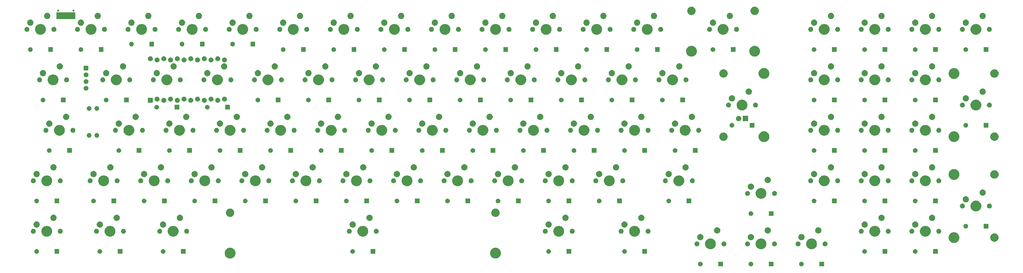
<source format=gbr>
G04 #@! TF.GenerationSoftware,KiCad,Pcbnew,5.1.2-f72e74a~84~ubuntu18.04.1*
G04 #@! TF.CreationDate,2019-05-27T19:37:12-05:00*
G04 #@! TF.ProjectId,1800muente,31383030-6d75-4656-9e74-652e6b696361,rev?*
G04 #@! TF.SameCoordinates,Original*
G04 #@! TF.FileFunction,Soldermask,Bot*
G04 #@! TF.FilePolarity,Negative*
%FSLAX46Y46*%
G04 Gerber Fmt 4.6, Leading zero omitted, Abs format (unit mm)*
G04 Created by KiCad (PCBNEW 5.1.2-f72e74a~84~ubuntu18.04.1) date 2019-05-27 19:37:12*
%MOMM*%
%LPD*%
G04 APERTURE LIST*
%ADD10C,0.100000*%
G04 APERTURE END LIST*
D10*
G36*
X303728997Y-189317342D02*
G01*
X303813666Y-189334183D01*
X303879738Y-189361551D01*
X303973177Y-189400255D01*
X304116736Y-189496178D01*
X304238822Y-189618264D01*
X304334745Y-189761823D01*
X304400817Y-189921335D01*
X304434500Y-190090671D01*
X304434500Y-190263329D01*
X304400817Y-190432665D01*
X304334745Y-190592177D01*
X304238822Y-190735736D01*
X304116736Y-190857822D01*
X303973177Y-190953745D01*
X303879738Y-190992449D01*
X303813666Y-191019817D01*
X303728997Y-191036658D01*
X303644329Y-191053500D01*
X303471671Y-191053500D01*
X303387003Y-191036658D01*
X303302334Y-191019817D01*
X303236262Y-190992449D01*
X303142823Y-190953745D01*
X302999264Y-190857822D01*
X302877178Y-190735736D01*
X302781255Y-190592177D01*
X302715183Y-190432665D01*
X302681500Y-190263329D01*
X302681500Y-190090671D01*
X302715183Y-189921335D01*
X302781255Y-189761823D01*
X302877178Y-189618264D01*
X302999264Y-189496178D01*
X303142823Y-189400255D01*
X303236262Y-189361551D01*
X303302334Y-189334183D01*
X303387003Y-189317342D01*
X303471671Y-189300500D01*
X303644329Y-189300500D01*
X303728997Y-189317342D01*
X303728997Y-189317342D01*
G37*
G36*
X312054500Y-191053500D02*
G01*
X310301500Y-191053500D01*
X310301500Y-189300500D01*
X312054500Y-189300500D01*
X312054500Y-191053500D01*
X312054500Y-191053500D01*
G37*
G36*
X293004500Y-191053500D02*
G01*
X291251500Y-191053500D01*
X291251500Y-189300500D01*
X293004500Y-189300500D01*
X293004500Y-191053500D01*
X293004500Y-191053500D01*
G37*
G36*
X284678997Y-189317342D02*
G01*
X284763666Y-189334183D01*
X284829738Y-189361551D01*
X284923177Y-189400255D01*
X285066736Y-189496178D01*
X285188822Y-189618264D01*
X285284745Y-189761823D01*
X285350817Y-189921335D01*
X285384500Y-190090671D01*
X285384500Y-190263329D01*
X285350817Y-190432665D01*
X285284745Y-190592177D01*
X285188822Y-190735736D01*
X285066736Y-190857822D01*
X284923177Y-190953745D01*
X284829738Y-190992449D01*
X284763666Y-191019817D01*
X284678997Y-191036658D01*
X284594329Y-191053500D01*
X284421671Y-191053500D01*
X284337003Y-191036658D01*
X284252334Y-191019817D01*
X284186262Y-190992449D01*
X284092823Y-190953745D01*
X283949264Y-190857822D01*
X283827178Y-190735736D01*
X283731255Y-190592177D01*
X283665183Y-190432665D01*
X283631500Y-190263329D01*
X283631500Y-190090671D01*
X283665183Y-189921335D01*
X283731255Y-189761823D01*
X283827178Y-189618264D01*
X283949264Y-189496178D01*
X284092823Y-189400255D01*
X284186262Y-189361551D01*
X284252334Y-189334183D01*
X284337003Y-189317342D01*
X284421671Y-189300500D01*
X284594329Y-189300500D01*
X284678997Y-189317342D01*
X284678997Y-189317342D01*
G37*
G36*
X331104500Y-191053500D02*
G01*
X329351500Y-191053500D01*
X329351500Y-189300500D01*
X331104500Y-189300500D01*
X331104500Y-191053500D01*
X331104500Y-191053500D01*
G37*
G36*
X322778997Y-189317342D02*
G01*
X322863666Y-189334183D01*
X322929738Y-189361551D01*
X323023177Y-189400255D01*
X323166736Y-189496178D01*
X323288822Y-189618264D01*
X323384745Y-189761823D01*
X323450817Y-189921335D01*
X323484500Y-190090671D01*
X323484500Y-190263329D01*
X323450817Y-190432665D01*
X323384745Y-190592177D01*
X323288822Y-190735736D01*
X323166736Y-190857822D01*
X323023177Y-190953745D01*
X322929738Y-190992449D01*
X322863666Y-191019817D01*
X322778997Y-191036658D01*
X322694329Y-191053500D01*
X322521671Y-191053500D01*
X322437003Y-191036658D01*
X322352334Y-191019817D01*
X322286262Y-190992449D01*
X322192823Y-190953745D01*
X322049264Y-190857822D01*
X321927178Y-190735736D01*
X321831255Y-190592177D01*
X321765183Y-190432665D01*
X321731500Y-190263329D01*
X321731500Y-190090671D01*
X321765183Y-189921335D01*
X321831255Y-189761823D01*
X321927178Y-189618264D01*
X322049264Y-189496178D01*
X322192823Y-189400255D01*
X322286262Y-189361551D01*
X322352334Y-189334183D01*
X322437003Y-189317342D01*
X322521671Y-189300500D01*
X322694329Y-189300500D01*
X322778997Y-189317342D01*
X322778997Y-189317342D01*
G37*
G36*
X207945374Y-184083684D02*
G01*
X208163374Y-184173983D01*
X208317523Y-184237833D01*
X208652448Y-184461623D01*
X208937277Y-184746452D01*
X209161067Y-185081377D01*
X209193358Y-185159335D01*
X209315216Y-185453526D01*
X209393800Y-185848594D01*
X209393800Y-186251406D01*
X209315216Y-186646474D01*
X209224917Y-186864474D01*
X209161067Y-187018623D01*
X208937277Y-187353548D01*
X208652448Y-187638377D01*
X208317523Y-187862167D01*
X208163374Y-187926017D01*
X207945374Y-188016316D01*
X207550306Y-188094900D01*
X207147494Y-188094900D01*
X206752426Y-188016316D01*
X206534426Y-187926017D01*
X206380277Y-187862167D01*
X206045352Y-187638377D01*
X205760523Y-187353548D01*
X205536733Y-187018623D01*
X205472883Y-186864474D01*
X205382584Y-186646474D01*
X205304000Y-186251406D01*
X205304000Y-185848594D01*
X205382584Y-185453526D01*
X205504442Y-185159335D01*
X205536733Y-185081377D01*
X205760523Y-184746452D01*
X206045352Y-184461623D01*
X206380277Y-184237833D01*
X206534426Y-184173983D01*
X206752426Y-184083684D01*
X207147494Y-184005100D01*
X207550306Y-184005100D01*
X207945374Y-184083684D01*
X207945374Y-184083684D01*
G37*
G36*
X107945574Y-184083684D02*
G01*
X108163574Y-184173983D01*
X108317723Y-184237833D01*
X108652648Y-184461623D01*
X108937477Y-184746452D01*
X109161267Y-185081377D01*
X109193558Y-185159335D01*
X109315416Y-185453526D01*
X109394000Y-185848594D01*
X109394000Y-186251406D01*
X109315416Y-186646474D01*
X109225117Y-186864474D01*
X109161267Y-187018623D01*
X108937477Y-187353548D01*
X108652648Y-187638377D01*
X108317723Y-187862167D01*
X108163574Y-187926017D01*
X107945574Y-188016316D01*
X107550506Y-188094900D01*
X107147694Y-188094900D01*
X106752626Y-188016316D01*
X106534626Y-187926017D01*
X106380477Y-187862167D01*
X106045552Y-187638377D01*
X105760723Y-187353548D01*
X105536933Y-187018623D01*
X105473083Y-186864474D01*
X105382784Y-186646474D01*
X105304200Y-186251406D01*
X105304200Y-185848594D01*
X105382784Y-185453526D01*
X105504642Y-185159335D01*
X105536933Y-185081377D01*
X105760723Y-184746452D01*
X106045552Y-184461623D01*
X106380477Y-184237833D01*
X106534626Y-184173983D01*
X106752626Y-184083684D01*
X107147694Y-184005100D01*
X107550506Y-184005100D01*
X107945574Y-184083684D01*
X107945574Y-184083684D01*
G37*
G36*
X153709997Y-184555341D02*
G01*
X153794666Y-184572183D01*
X153860738Y-184599551D01*
X153954177Y-184638255D01*
X154097736Y-184734178D01*
X154219822Y-184856264D01*
X154315745Y-184999823D01*
X154381817Y-185159335D01*
X154415500Y-185328671D01*
X154415500Y-185501329D01*
X154381817Y-185670665D01*
X154315745Y-185830177D01*
X154219822Y-185973736D01*
X154097736Y-186095822D01*
X153954177Y-186191745D01*
X153860738Y-186230449D01*
X153794666Y-186257817D01*
X153709997Y-186274658D01*
X153625329Y-186291500D01*
X153452671Y-186291500D01*
X153368003Y-186274659D01*
X153283334Y-186257817D01*
X153217262Y-186230449D01*
X153123823Y-186191745D01*
X152980264Y-186095822D01*
X152858178Y-185973736D01*
X152762255Y-185830177D01*
X152696183Y-185670665D01*
X152662500Y-185501329D01*
X152662500Y-185328671D01*
X152696183Y-185159335D01*
X152762255Y-184999823D01*
X152858178Y-184856264D01*
X152980264Y-184734178D01*
X153123823Y-184638255D01*
X153217262Y-184599551D01*
X153283334Y-184572183D01*
X153368003Y-184555341D01*
X153452671Y-184538500D01*
X153625329Y-184538500D01*
X153709997Y-184555341D01*
X153709997Y-184555341D01*
G37*
G36*
X42973200Y-186291500D02*
G01*
X41220200Y-186291500D01*
X41220200Y-184538500D01*
X42973200Y-184538500D01*
X42973200Y-186291500D01*
X42973200Y-186291500D01*
G37*
G36*
X34647697Y-184555341D02*
G01*
X34732366Y-184572183D01*
X34798438Y-184599551D01*
X34891877Y-184638255D01*
X35035436Y-184734178D01*
X35157522Y-184856264D01*
X35253445Y-184999823D01*
X35319517Y-185159335D01*
X35353200Y-185328671D01*
X35353200Y-185501329D01*
X35319517Y-185670665D01*
X35253445Y-185830177D01*
X35157522Y-185973736D01*
X35035436Y-186095822D01*
X34891877Y-186191745D01*
X34798438Y-186230449D01*
X34732366Y-186257817D01*
X34647697Y-186274659D01*
X34563029Y-186291500D01*
X34390371Y-186291500D01*
X34305703Y-186274659D01*
X34221034Y-186257817D01*
X34154962Y-186230449D01*
X34061523Y-186191745D01*
X33917964Y-186095822D01*
X33795878Y-185973736D01*
X33699955Y-185830177D01*
X33633883Y-185670665D01*
X33600200Y-185501329D01*
X33600200Y-185328671D01*
X33633883Y-185159335D01*
X33699955Y-184999823D01*
X33795878Y-184856264D01*
X33917964Y-184734178D01*
X34061523Y-184638255D01*
X34154962Y-184599551D01*
X34221034Y-184572183D01*
X34305703Y-184555341D01*
X34390371Y-184538500D01*
X34563029Y-184538500D01*
X34647697Y-184555341D01*
X34647697Y-184555341D01*
G37*
G36*
X162035500Y-186291500D02*
G01*
X160282500Y-186291500D01*
X160282500Y-184538500D01*
X162035500Y-184538500D01*
X162035500Y-186291500D01*
X162035500Y-186291500D01*
G37*
G36*
X373966500Y-186291500D02*
G01*
X372213500Y-186291500D01*
X372213500Y-184538500D01*
X373966500Y-184538500D01*
X373966500Y-186291500D01*
X373966500Y-186291500D01*
G37*
G36*
X354916500Y-186291500D02*
G01*
X353163500Y-186291500D01*
X353163500Y-184538500D01*
X354916500Y-184538500D01*
X354916500Y-186291500D01*
X354916500Y-186291500D01*
G37*
G36*
X346590997Y-184555341D02*
G01*
X346675666Y-184572183D01*
X346741738Y-184599551D01*
X346835177Y-184638255D01*
X346978736Y-184734178D01*
X347100822Y-184856264D01*
X347196745Y-184999823D01*
X347262817Y-185159335D01*
X347296500Y-185328671D01*
X347296500Y-185501329D01*
X347262817Y-185670665D01*
X347196745Y-185830177D01*
X347100822Y-185973736D01*
X346978736Y-186095822D01*
X346835177Y-186191745D01*
X346741738Y-186230449D01*
X346675666Y-186257817D01*
X346590997Y-186274658D01*
X346506329Y-186291500D01*
X346333671Y-186291500D01*
X346249003Y-186274659D01*
X346164334Y-186257817D01*
X346098262Y-186230449D01*
X346004823Y-186191745D01*
X345861264Y-186095822D01*
X345739178Y-185973736D01*
X345643255Y-185830177D01*
X345577183Y-185670665D01*
X345543500Y-185501329D01*
X345543500Y-185328671D01*
X345577183Y-185159335D01*
X345643255Y-184999823D01*
X345739178Y-184856264D01*
X345861264Y-184734178D01*
X346004823Y-184638255D01*
X346098262Y-184599551D01*
X346164334Y-184572183D01*
X346249003Y-184555341D01*
X346333671Y-184538500D01*
X346506329Y-184538500D01*
X346590997Y-184555341D01*
X346590997Y-184555341D01*
G37*
G36*
X264429500Y-186291500D02*
G01*
X262676500Y-186291500D01*
X262676500Y-184538500D01*
X264429500Y-184538500D01*
X264429500Y-186291500D01*
X264429500Y-186291500D01*
G37*
G36*
X66785700Y-186291500D02*
G01*
X65032700Y-186291500D01*
X65032700Y-184538500D01*
X66785700Y-184538500D01*
X66785700Y-186291500D01*
X66785700Y-186291500D01*
G37*
G36*
X58460197Y-184555341D02*
G01*
X58544866Y-184572183D01*
X58610938Y-184599551D01*
X58704377Y-184638255D01*
X58847936Y-184734178D01*
X58970022Y-184856264D01*
X59065945Y-184999823D01*
X59132017Y-185159335D01*
X59165700Y-185328671D01*
X59165700Y-185501329D01*
X59132017Y-185670665D01*
X59065945Y-185830177D01*
X58970022Y-185973736D01*
X58847936Y-186095822D01*
X58704377Y-186191745D01*
X58610938Y-186230449D01*
X58544866Y-186257817D01*
X58460197Y-186274659D01*
X58375529Y-186291500D01*
X58202871Y-186291500D01*
X58118203Y-186274659D01*
X58033534Y-186257817D01*
X57967462Y-186230449D01*
X57874023Y-186191745D01*
X57730464Y-186095822D01*
X57608378Y-185973736D01*
X57512455Y-185830177D01*
X57446383Y-185670665D01*
X57412700Y-185501329D01*
X57412700Y-185328671D01*
X57446383Y-185159335D01*
X57512455Y-184999823D01*
X57608378Y-184856264D01*
X57730464Y-184734178D01*
X57874023Y-184638255D01*
X57967462Y-184599551D01*
X58033534Y-184572183D01*
X58118203Y-184555341D01*
X58202871Y-184538500D01*
X58375529Y-184538500D01*
X58460197Y-184555341D01*
X58460197Y-184555341D01*
G37*
G36*
X82272697Y-184555341D02*
G01*
X82357366Y-184572183D01*
X82423438Y-184599551D01*
X82516877Y-184638255D01*
X82660436Y-184734178D01*
X82782522Y-184856264D01*
X82878445Y-184999823D01*
X82944517Y-185159335D01*
X82978200Y-185328671D01*
X82978200Y-185501329D01*
X82944517Y-185670665D01*
X82878445Y-185830177D01*
X82782522Y-185973736D01*
X82660436Y-186095822D01*
X82516877Y-186191745D01*
X82423438Y-186230449D01*
X82357366Y-186257817D01*
X82272697Y-186274659D01*
X82188029Y-186291500D01*
X82015371Y-186291500D01*
X81930703Y-186274659D01*
X81846034Y-186257817D01*
X81779962Y-186230449D01*
X81686523Y-186191745D01*
X81542964Y-186095822D01*
X81420878Y-185973736D01*
X81324955Y-185830177D01*
X81258883Y-185670665D01*
X81225200Y-185501329D01*
X81225200Y-185328671D01*
X81258883Y-185159335D01*
X81324955Y-184999823D01*
X81420878Y-184856264D01*
X81542964Y-184734178D01*
X81686523Y-184638255D01*
X81779962Y-184599551D01*
X81846034Y-184572183D01*
X81930703Y-184555341D01*
X82015371Y-184538500D01*
X82188029Y-184538500D01*
X82272697Y-184555341D01*
X82272697Y-184555341D01*
G37*
G36*
X90598200Y-186291500D02*
G01*
X88845200Y-186291500D01*
X88845200Y-184538500D01*
X90598200Y-184538500D01*
X90598200Y-186291500D01*
X90598200Y-186291500D01*
G37*
G36*
X235854500Y-186291500D02*
G01*
X234101500Y-186291500D01*
X234101500Y-184538500D01*
X235854500Y-184538500D01*
X235854500Y-186291500D01*
X235854500Y-186291500D01*
G37*
G36*
X227528997Y-184555341D02*
G01*
X227613666Y-184572183D01*
X227679738Y-184599551D01*
X227773177Y-184638255D01*
X227916736Y-184734178D01*
X228038822Y-184856264D01*
X228134745Y-184999823D01*
X228200817Y-185159335D01*
X228234500Y-185328671D01*
X228234500Y-185501329D01*
X228200817Y-185670665D01*
X228134745Y-185830177D01*
X228038822Y-185973736D01*
X227916736Y-186095822D01*
X227773177Y-186191745D01*
X227679738Y-186230449D01*
X227613666Y-186257817D01*
X227528997Y-186274658D01*
X227444329Y-186291500D01*
X227271671Y-186291500D01*
X227187003Y-186274659D01*
X227102334Y-186257817D01*
X227036262Y-186230449D01*
X226942823Y-186191745D01*
X226799264Y-186095822D01*
X226677178Y-185973736D01*
X226581255Y-185830177D01*
X226515183Y-185670665D01*
X226481500Y-185501329D01*
X226481500Y-185328671D01*
X226515183Y-185159335D01*
X226581255Y-184999823D01*
X226677178Y-184856264D01*
X226799264Y-184734178D01*
X226942823Y-184638255D01*
X227036262Y-184599551D01*
X227102334Y-184572183D01*
X227187003Y-184555341D01*
X227271671Y-184538500D01*
X227444329Y-184538500D01*
X227528997Y-184555341D01*
X227528997Y-184555341D01*
G37*
G36*
X365640997Y-184555341D02*
G01*
X365725666Y-184572183D01*
X365791738Y-184599551D01*
X365885177Y-184638255D01*
X366028736Y-184734178D01*
X366150822Y-184856264D01*
X366246745Y-184999823D01*
X366312817Y-185159335D01*
X366346500Y-185328671D01*
X366346500Y-185501329D01*
X366312817Y-185670665D01*
X366246745Y-185830177D01*
X366150822Y-185973736D01*
X366028736Y-186095822D01*
X365885177Y-186191745D01*
X365791738Y-186230449D01*
X365725666Y-186257817D01*
X365640997Y-186274658D01*
X365556329Y-186291500D01*
X365383671Y-186291500D01*
X365299003Y-186274659D01*
X365214334Y-186257817D01*
X365148262Y-186230449D01*
X365054823Y-186191745D01*
X364911264Y-186095822D01*
X364789178Y-185973736D01*
X364693255Y-185830177D01*
X364627183Y-185670665D01*
X364593500Y-185501329D01*
X364593500Y-185328671D01*
X364627183Y-185159335D01*
X364693255Y-184999823D01*
X364789178Y-184856264D01*
X364911264Y-184734178D01*
X365054823Y-184638255D01*
X365148262Y-184599551D01*
X365214334Y-184572183D01*
X365299003Y-184555341D01*
X365383671Y-184538500D01*
X365556329Y-184538500D01*
X365640997Y-184555341D01*
X365640997Y-184555341D01*
G37*
G36*
X256103997Y-184555341D02*
G01*
X256188666Y-184572183D01*
X256254738Y-184599551D01*
X256348177Y-184638255D01*
X256491736Y-184734178D01*
X256613822Y-184856264D01*
X256709745Y-184999823D01*
X256775817Y-185159335D01*
X256809500Y-185328671D01*
X256809500Y-185501329D01*
X256775817Y-185670665D01*
X256709745Y-185830177D01*
X256613822Y-185973736D01*
X256491736Y-186095822D01*
X256348177Y-186191745D01*
X256254738Y-186230449D01*
X256188666Y-186257817D01*
X256103997Y-186274658D01*
X256019329Y-186291500D01*
X255846671Y-186291500D01*
X255762003Y-186274659D01*
X255677334Y-186257817D01*
X255611262Y-186230449D01*
X255517823Y-186191745D01*
X255374264Y-186095822D01*
X255252178Y-185973736D01*
X255156255Y-185830177D01*
X255090183Y-185670665D01*
X255056500Y-185501329D01*
X255056500Y-185328671D01*
X255090183Y-185159335D01*
X255156255Y-184999823D01*
X255252178Y-184856264D01*
X255374264Y-184734178D01*
X255517823Y-184638255D01*
X255611262Y-184599551D01*
X255677334Y-184572183D01*
X255762003Y-184555341D01*
X255846671Y-184538500D01*
X256019329Y-184538500D01*
X256103997Y-184555341D01*
X256103997Y-184555341D01*
G37*
G36*
X288914474Y-180590684D02*
G01*
X289132474Y-180680983D01*
X289286623Y-180744833D01*
X289621548Y-180968623D01*
X289906377Y-181253452D01*
X290130167Y-181588377D01*
X290162562Y-181666586D01*
X290284316Y-181960526D01*
X290362900Y-182355594D01*
X290362900Y-182758406D01*
X290284316Y-183153474D01*
X290233451Y-183276272D01*
X290130167Y-183525623D01*
X289906377Y-183860548D01*
X289621548Y-184145377D01*
X289286623Y-184369167D01*
X289132474Y-184433017D01*
X288914474Y-184523316D01*
X288519406Y-184601900D01*
X288116594Y-184601900D01*
X287721526Y-184523316D01*
X287503526Y-184433017D01*
X287349377Y-184369167D01*
X287014452Y-184145377D01*
X286729623Y-183860548D01*
X286505833Y-183525623D01*
X286402549Y-183276272D01*
X286351684Y-183153474D01*
X286273100Y-182758406D01*
X286273100Y-182355594D01*
X286351684Y-181960526D01*
X286473438Y-181666586D01*
X286505833Y-181588377D01*
X286729623Y-181253452D01*
X287014452Y-180968623D01*
X287349377Y-180744833D01*
X287503526Y-180680983D01*
X287721526Y-180590684D01*
X288116594Y-180512100D01*
X288519406Y-180512100D01*
X288914474Y-180590684D01*
X288914474Y-180590684D01*
G37*
G36*
X307964474Y-180590684D02*
G01*
X308182474Y-180680983D01*
X308336623Y-180744833D01*
X308671548Y-180968623D01*
X308956377Y-181253452D01*
X309180167Y-181588377D01*
X309212562Y-181666586D01*
X309334316Y-181960526D01*
X309412900Y-182355594D01*
X309412900Y-182758406D01*
X309334316Y-183153474D01*
X309283451Y-183276272D01*
X309180167Y-183525623D01*
X308956377Y-183860548D01*
X308671548Y-184145377D01*
X308336623Y-184369167D01*
X308182474Y-184433017D01*
X307964474Y-184523316D01*
X307569406Y-184601900D01*
X307166594Y-184601900D01*
X306771526Y-184523316D01*
X306553526Y-184433017D01*
X306399377Y-184369167D01*
X306064452Y-184145377D01*
X305779623Y-183860548D01*
X305555833Y-183525623D01*
X305452549Y-183276272D01*
X305401684Y-183153474D01*
X305323100Y-182758406D01*
X305323100Y-182355594D01*
X305401684Y-181960526D01*
X305523438Y-181666586D01*
X305555833Y-181588377D01*
X305779623Y-181253452D01*
X306064452Y-180968623D01*
X306399377Y-180744833D01*
X306553526Y-180680983D01*
X306771526Y-180590684D01*
X307166594Y-180512100D01*
X307569406Y-180512100D01*
X307964474Y-180590684D01*
X307964474Y-180590684D01*
G37*
G36*
X327014474Y-180590684D02*
G01*
X327232474Y-180680983D01*
X327386623Y-180744833D01*
X327721548Y-180968623D01*
X328006377Y-181253452D01*
X328230167Y-181588377D01*
X328262562Y-181666586D01*
X328384316Y-181960526D01*
X328462900Y-182355594D01*
X328462900Y-182758406D01*
X328384316Y-183153474D01*
X328333451Y-183276272D01*
X328230167Y-183525623D01*
X328006377Y-183860548D01*
X327721548Y-184145377D01*
X327386623Y-184369167D01*
X327232474Y-184433017D01*
X327014474Y-184523316D01*
X326619406Y-184601900D01*
X326216594Y-184601900D01*
X325821526Y-184523316D01*
X325603526Y-184433017D01*
X325449377Y-184369167D01*
X325114452Y-184145377D01*
X324829623Y-183860548D01*
X324605833Y-183525623D01*
X324502549Y-183276272D01*
X324451684Y-183153474D01*
X324373100Y-182758406D01*
X324373100Y-182355594D01*
X324451684Y-181960526D01*
X324573438Y-181666586D01*
X324605833Y-181588377D01*
X324829623Y-181253452D01*
X325114452Y-180968623D01*
X325449377Y-180744833D01*
X325603526Y-180680983D01*
X325821526Y-180590684D01*
X326216594Y-180512100D01*
X326619406Y-180512100D01*
X327014474Y-180590684D01*
X327014474Y-180590684D01*
G37*
G36*
X283508104Y-181666585D02*
G01*
X283676626Y-181736389D01*
X283828291Y-181837728D01*
X283957272Y-181966709D01*
X284058611Y-182118374D01*
X284128415Y-182286896D01*
X284164000Y-182465797D01*
X284164000Y-182648203D01*
X284128415Y-182827104D01*
X284058611Y-182995626D01*
X283957272Y-183147291D01*
X283828291Y-183276272D01*
X283676626Y-183377611D01*
X283508104Y-183447415D01*
X283329203Y-183483000D01*
X283146797Y-183483000D01*
X282967896Y-183447415D01*
X282799374Y-183377611D01*
X282647709Y-183276272D01*
X282518728Y-183147291D01*
X282417389Y-182995626D01*
X282347585Y-182827104D01*
X282312000Y-182648203D01*
X282312000Y-182465797D01*
X282347585Y-182286896D01*
X282417389Y-182118374D01*
X282518728Y-181966709D01*
X282647709Y-181837728D01*
X282799374Y-181736389D01*
X282967896Y-181666585D01*
X283146797Y-181631000D01*
X283329203Y-181631000D01*
X283508104Y-181666585D01*
X283508104Y-181666585D01*
G37*
G36*
X293668104Y-181666585D02*
G01*
X293836626Y-181736389D01*
X293988291Y-181837728D01*
X294117272Y-181966709D01*
X294218611Y-182118374D01*
X294288415Y-182286896D01*
X294324000Y-182465797D01*
X294324000Y-182648203D01*
X294288415Y-182827104D01*
X294218611Y-182995626D01*
X294117272Y-183147291D01*
X293988291Y-183276272D01*
X293836626Y-183377611D01*
X293668104Y-183447415D01*
X293489203Y-183483000D01*
X293306797Y-183483000D01*
X293127896Y-183447415D01*
X292959374Y-183377611D01*
X292807709Y-183276272D01*
X292678728Y-183147291D01*
X292577389Y-182995626D01*
X292507585Y-182827104D01*
X292472000Y-182648203D01*
X292472000Y-182465797D01*
X292507585Y-182286896D01*
X292577389Y-182118374D01*
X292678728Y-181966709D01*
X292807709Y-181837728D01*
X292959374Y-181736389D01*
X293127896Y-181666585D01*
X293306797Y-181631000D01*
X293489203Y-181631000D01*
X293668104Y-181666585D01*
X293668104Y-181666585D01*
G37*
G36*
X312718104Y-181666585D02*
G01*
X312886626Y-181736389D01*
X313038291Y-181837728D01*
X313167272Y-181966709D01*
X313268611Y-182118374D01*
X313338415Y-182286896D01*
X313374000Y-182465797D01*
X313374000Y-182648203D01*
X313338415Y-182827104D01*
X313268611Y-182995626D01*
X313167272Y-183147291D01*
X313038291Y-183276272D01*
X312886626Y-183377611D01*
X312718104Y-183447415D01*
X312539203Y-183483000D01*
X312356797Y-183483000D01*
X312177896Y-183447415D01*
X312009374Y-183377611D01*
X311857709Y-183276272D01*
X311728728Y-183147291D01*
X311627389Y-182995626D01*
X311557585Y-182827104D01*
X311522000Y-182648203D01*
X311522000Y-182465797D01*
X311557585Y-182286896D01*
X311627389Y-182118374D01*
X311728728Y-181966709D01*
X311857709Y-181837728D01*
X312009374Y-181736389D01*
X312177896Y-181666585D01*
X312356797Y-181631000D01*
X312539203Y-181631000D01*
X312718104Y-181666585D01*
X312718104Y-181666585D01*
G37*
G36*
X302558104Y-181666585D02*
G01*
X302726626Y-181736389D01*
X302878291Y-181837728D01*
X303007272Y-181966709D01*
X303108611Y-182118374D01*
X303178415Y-182286896D01*
X303214000Y-182465797D01*
X303214000Y-182648203D01*
X303178415Y-182827104D01*
X303108611Y-182995626D01*
X303007272Y-183147291D01*
X302878291Y-183276272D01*
X302726626Y-183377611D01*
X302558104Y-183447415D01*
X302379203Y-183483000D01*
X302196797Y-183483000D01*
X302017896Y-183447415D01*
X301849374Y-183377611D01*
X301697709Y-183276272D01*
X301568728Y-183147291D01*
X301467389Y-182995626D01*
X301397585Y-182827104D01*
X301362000Y-182648203D01*
X301362000Y-182465797D01*
X301397585Y-182286896D01*
X301467389Y-182118374D01*
X301568728Y-181966709D01*
X301697709Y-181837728D01*
X301849374Y-181736389D01*
X302017896Y-181666585D01*
X302196797Y-181631000D01*
X302379203Y-181631000D01*
X302558104Y-181666585D01*
X302558104Y-181666585D01*
G37*
G36*
X331768104Y-181666585D02*
G01*
X331936626Y-181736389D01*
X332088291Y-181837728D01*
X332217272Y-181966709D01*
X332318611Y-182118374D01*
X332388415Y-182286896D01*
X332424000Y-182465797D01*
X332424000Y-182648203D01*
X332388415Y-182827104D01*
X332318611Y-182995626D01*
X332217272Y-183147291D01*
X332088291Y-183276272D01*
X331936626Y-183377611D01*
X331768104Y-183447415D01*
X331589203Y-183483000D01*
X331406797Y-183483000D01*
X331227896Y-183447415D01*
X331059374Y-183377611D01*
X330907709Y-183276272D01*
X330778728Y-183147291D01*
X330677389Y-182995626D01*
X330607585Y-182827104D01*
X330572000Y-182648203D01*
X330572000Y-182465797D01*
X330607585Y-182286896D01*
X330677389Y-182118374D01*
X330778728Y-181966709D01*
X330907709Y-181837728D01*
X331059374Y-181736389D01*
X331227896Y-181666585D01*
X331406797Y-181631000D01*
X331589203Y-181631000D01*
X331768104Y-181666585D01*
X331768104Y-181666585D01*
G37*
G36*
X321608104Y-181666585D02*
G01*
X321776626Y-181736389D01*
X321928291Y-181837728D01*
X322057272Y-181966709D01*
X322158611Y-182118374D01*
X322228415Y-182286896D01*
X322264000Y-182465797D01*
X322264000Y-182648203D01*
X322228415Y-182827104D01*
X322158611Y-182995626D01*
X322057272Y-183147291D01*
X321928291Y-183276272D01*
X321776626Y-183377611D01*
X321608104Y-183447415D01*
X321429203Y-183483000D01*
X321246797Y-183483000D01*
X321067896Y-183447415D01*
X320899374Y-183377611D01*
X320747709Y-183276272D01*
X320618728Y-183147291D01*
X320517389Y-182995626D01*
X320447585Y-182827104D01*
X320412000Y-182648203D01*
X320412000Y-182465797D01*
X320447585Y-182286896D01*
X320517389Y-182118374D01*
X320618728Y-181966709D01*
X320747709Y-181837728D01*
X320899374Y-181736389D01*
X321067896Y-181666585D01*
X321246797Y-181631000D01*
X321429203Y-181631000D01*
X321608104Y-181666585D01*
X321608104Y-181666585D01*
G37*
G36*
X380671474Y-178209934D02*
G01*
X380889474Y-178300233D01*
X381043623Y-178364083D01*
X381378548Y-178587873D01*
X381663377Y-178872702D01*
X381887167Y-179207627D01*
X381887167Y-179207628D01*
X382041316Y-179579776D01*
X382119900Y-179974844D01*
X382119900Y-180377656D01*
X382041316Y-180772724D01*
X381979363Y-180922291D01*
X381887167Y-181144873D01*
X381663377Y-181479798D01*
X381378548Y-181764627D01*
X381043623Y-181988417D01*
X380889474Y-182052267D01*
X380671474Y-182142566D01*
X380276406Y-182221150D01*
X379873594Y-182221150D01*
X379478526Y-182142566D01*
X379260526Y-182052267D01*
X379106377Y-181988417D01*
X378771452Y-181764627D01*
X378486623Y-181479798D01*
X378262833Y-181144873D01*
X378170637Y-180922291D01*
X378108684Y-180772724D01*
X378030100Y-180377656D01*
X378030100Y-179974844D01*
X378108684Y-179579776D01*
X378262833Y-179207628D01*
X378262833Y-179207627D01*
X378486623Y-178872702D01*
X378771452Y-178587873D01*
X379106377Y-178364083D01*
X379260526Y-178300233D01*
X379478526Y-178209934D01*
X379873594Y-178131350D01*
X380276406Y-178131350D01*
X380671474Y-178209934D01*
X380671474Y-178209934D01*
G37*
G36*
X395622267Y-178631513D02*
G01*
X395774411Y-178661776D01*
X395831480Y-178685415D01*
X396061041Y-178780502D01*
X396061042Y-178780503D01*
X396319004Y-178952867D01*
X396538383Y-179172246D01*
X396653553Y-179344611D01*
X396710748Y-179430209D01*
X396829474Y-179716840D01*
X396890000Y-180021125D01*
X396890000Y-180331375D01*
X396829474Y-180635660D01*
X396710748Y-180922291D01*
X396710747Y-180922292D01*
X396538383Y-181180254D01*
X396319004Y-181399633D01*
X396199028Y-181479798D01*
X396061041Y-181571998D01*
X395918597Y-181631000D01*
X395774411Y-181690724D01*
X395470125Y-181751250D01*
X395159875Y-181751250D01*
X394855589Y-181690724D01*
X394711403Y-181631000D01*
X394568959Y-181571998D01*
X394430972Y-181479798D01*
X394310996Y-181399633D01*
X394091617Y-181180254D01*
X393919253Y-180922292D01*
X393919252Y-180922291D01*
X393800526Y-180635660D01*
X393740000Y-180331375D01*
X393740000Y-180021125D01*
X393800526Y-179716840D01*
X393919252Y-179430209D01*
X393976447Y-179344611D01*
X394091617Y-179172246D01*
X394310996Y-178952867D01*
X394568958Y-178780503D01*
X394568959Y-178780502D01*
X394798520Y-178685415D01*
X394855589Y-178661776D01*
X395007733Y-178631513D01*
X395159875Y-178601250D01*
X395470125Y-178601250D01*
X395622267Y-178631513D01*
X395622267Y-178631513D01*
G37*
G36*
X322799560Y-178856064D02*
G01*
X322951027Y-178886193D01*
X323165045Y-178974842D01*
X323165046Y-178974843D01*
X323357654Y-179103539D01*
X323521461Y-179267346D01*
X323598990Y-179383377D01*
X323650158Y-179459955D01*
X323738807Y-179673973D01*
X323784000Y-179901174D01*
X323784000Y-180132826D01*
X323738807Y-180360027D01*
X323650158Y-180574045D01*
X323650157Y-180574046D01*
X323521461Y-180766654D01*
X323357654Y-180930461D01*
X323300540Y-180968623D01*
X323165045Y-181059158D01*
X322951027Y-181147807D01*
X322799560Y-181177936D01*
X322723827Y-181193000D01*
X322492173Y-181193000D01*
X322416440Y-181177936D01*
X322264973Y-181147807D01*
X322050955Y-181059158D01*
X321915460Y-180968623D01*
X321858346Y-180930461D01*
X321694539Y-180766654D01*
X321565843Y-180574046D01*
X321565842Y-180574045D01*
X321477193Y-180360027D01*
X321432000Y-180132826D01*
X321432000Y-179901174D01*
X321477193Y-179673973D01*
X321565842Y-179459955D01*
X321617010Y-179383377D01*
X321694539Y-179267346D01*
X321858346Y-179103539D01*
X322050954Y-178974843D01*
X322050955Y-178974842D01*
X322264973Y-178886193D01*
X322416440Y-178856064D01*
X322492173Y-178841000D01*
X322723827Y-178841000D01*
X322799560Y-178856064D01*
X322799560Y-178856064D01*
G37*
G36*
X303749560Y-178856064D02*
G01*
X303901027Y-178886193D01*
X304115045Y-178974842D01*
X304115046Y-178974843D01*
X304307654Y-179103539D01*
X304471461Y-179267346D01*
X304548990Y-179383377D01*
X304600158Y-179459955D01*
X304688807Y-179673973D01*
X304734000Y-179901174D01*
X304734000Y-180132826D01*
X304688807Y-180360027D01*
X304600158Y-180574045D01*
X304600157Y-180574046D01*
X304471461Y-180766654D01*
X304307654Y-180930461D01*
X304250540Y-180968623D01*
X304115045Y-181059158D01*
X303901027Y-181147807D01*
X303749560Y-181177936D01*
X303673827Y-181193000D01*
X303442173Y-181193000D01*
X303366440Y-181177936D01*
X303214973Y-181147807D01*
X303000955Y-181059158D01*
X302865460Y-180968623D01*
X302808346Y-180930461D01*
X302644539Y-180766654D01*
X302515843Y-180574046D01*
X302515842Y-180574045D01*
X302427193Y-180360027D01*
X302382000Y-180132826D01*
X302382000Y-179901174D01*
X302427193Y-179673973D01*
X302515842Y-179459955D01*
X302567010Y-179383377D01*
X302644539Y-179267346D01*
X302808346Y-179103539D01*
X303000954Y-178974843D01*
X303000955Y-178974842D01*
X303214973Y-178886193D01*
X303366440Y-178856064D01*
X303442173Y-178841000D01*
X303673827Y-178841000D01*
X303749560Y-178856064D01*
X303749560Y-178856064D01*
G37*
G36*
X284699560Y-178856064D02*
G01*
X284851027Y-178886193D01*
X285065045Y-178974842D01*
X285065046Y-178974843D01*
X285257654Y-179103539D01*
X285421461Y-179267346D01*
X285498990Y-179383377D01*
X285550158Y-179459955D01*
X285638807Y-179673973D01*
X285684000Y-179901174D01*
X285684000Y-180132826D01*
X285638807Y-180360027D01*
X285550158Y-180574045D01*
X285550157Y-180574046D01*
X285421461Y-180766654D01*
X285257654Y-180930461D01*
X285200540Y-180968623D01*
X285065045Y-181059158D01*
X284851027Y-181147807D01*
X284699560Y-181177936D01*
X284623827Y-181193000D01*
X284392173Y-181193000D01*
X284316440Y-181177936D01*
X284164973Y-181147807D01*
X283950955Y-181059158D01*
X283815460Y-180968623D01*
X283758346Y-180930461D01*
X283594539Y-180766654D01*
X283465843Y-180574046D01*
X283465842Y-180574045D01*
X283377193Y-180360027D01*
X283332000Y-180132826D01*
X283332000Y-179901174D01*
X283377193Y-179673973D01*
X283465842Y-179459955D01*
X283517010Y-179383377D01*
X283594539Y-179267346D01*
X283758346Y-179103539D01*
X283950954Y-178974843D01*
X283950955Y-178974842D01*
X284164973Y-178886193D01*
X284316440Y-178856064D01*
X284392173Y-178841000D01*
X284623827Y-178841000D01*
X284699560Y-178856064D01*
X284699560Y-178856064D01*
G37*
G36*
X350826474Y-175828684D02*
G01*
X351044474Y-175918983D01*
X351198623Y-175982833D01*
X351533548Y-176206623D01*
X351818377Y-176491452D01*
X352042167Y-176826377D01*
X352074562Y-176904586D01*
X352196316Y-177198526D01*
X352274900Y-177593594D01*
X352274900Y-177996406D01*
X352196316Y-178391474D01*
X352145451Y-178514272D01*
X352042167Y-178763623D01*
X351818377Y-179098548D01*
X351533548Y-179383377D01*
X351198623Y-179607167D01*
X351044474Y-179671017D01*
X350826474Y-179761316D01*
X350431406Y-179839900D01*
X350028594Y-179839900D01*
X349633526Y-179761316D01*
X349415526Y-179671017D01*
X349261377Y-179607167D01*
X348926452Y-179383377D01*
X348641623Y-179098548D01*
X348417833Y-178763623D01*
X348314549Y-178514272D01*
X348263684Y-178391474D01*
X348185100Y-177996406D01*
X348185100Y-177593594D01*
X348263684Y-177198526D01*
X348385438Y-176904586D01*
X348417833Y-176826377D01*
X348641623Y-176491452D01*
X348926452Y-176206623D01*
X349261377Y-175982833D01*
X349415526Y-175918983D01*
X349633526Y-175828684D01*
X350028594Y-175750100D01*
X350431406Y-175750100D01*
X350826474Y-175828684D01*
X350826474Y-175828684D01*
G37*
G36*
X38883174Y-175828684D02*
G01*
X39101174Y-175918983D01*
X39255323Y-175982833D01*
X39590248Y-176206623D01*
X39875077Y-176491452D01*
X40098867Y-176826377D01*
X40131262Y-176904586D01*
X40253016Y-177198526D01*
X40331600Y-177593594D01*
X40331600Y-177996406D01*
X40253016Y-178391474D01*
X40202151Y-178514272D01*
X40098867Y-178763623D01*
X39875077Y-179098548D01*
X39590248Y-179383377D01*
X39255323Y-179607167D01*
X39101174Y-179671017D01*
X38883174Y-179761316D01*
X38488106Y-179839900D01*
X38085294Y-179839900D01*
X37690226Y-179761316D01*
X37472226Y-179671017D01*
X37318077Y-179607167D01*
X36983152Y-179383377D01*
X36698323Y-179098548D01*
X36474533Y-178763623D01*
X36371249Y-178514272D01*
X36320384Y-178391474D01*
X36241800Y-177996406D01*
X36241800Y-177593594D01*
X36320384Y-177198526D01*
X36442138Y-176904586D01*
X36474533Y-176826377D01*
X36698323Y-176491452D01*
X36983152Y-176206623D01*
X37318077Y-175982833D01*
X37472226Y-175918983D01*
X37690226Y-175828684D01*
X38085294Y-175750100D01*
X38488106Y-175750100D01*
X38883174Y-175828684D01*
X38883174Y-175828684D01*
G37*
G36*
X62695674Y-175828684D02*
G01*
X62913674Y-175918983D01*
X63067823Y-175982833D01*
X63402748Y-176206623D01*
X63687577Y-176491452D01*
X63911367Y-176826377D01*
X63943762Y-176904586D01*
X64065516Y-177198526D01*
X64144100Y-177593594D01*
X64144100Y-177996406D01*
X64065516Y-178391474D01*
X64014651Y-178514272D01*
X63911367Y-178763623D01*
X63687577Y-179098548D01*
X63402748Y-179383377D01*
X63067823Y-179607167D01*
X62913674Y-179671017D01*
X62695674Y-179761316D01*
X62300606Y-179839900D01*
X61897794Y-179839900D01*
X61502726Y-179761316D01*
X61284726Y-179671017D01*
X61130577Y-179607167D01*
X60795652Y-179383377D01*
X60510823Y-179098548D01*
X60287033Y-178763623D01*
X60183749Y-178514272D01*
X60132884Y-178391474D01*
X60054300Y-177996406D01*
X60054300Y-177593594D01*
X60132884Y-177198526D01*
X60254638Y-176904586D01*
X60287033Y-176826377D01*
X60510823Y-176491452D01*
X60795652Y-176206623D01*
X61130577Y-175982833D01*
X61284726Y-175918983D01*
X61502726Y-175828684D01*
X61897794Y-175750100D01*
X62300606Y-175750100D01*
X62695674Y-175828684D01*
X62695674Y-175828684D01*
G37*
G36*
X86508174Y-175828684D02*
G01*
X86726174Y-175918983D01*
X86880323Y-175982833D01*
X87215248Y-176206623D01*
X87500077Y-176491452D01*
X87723867Y-176826377D01*
X87756262Y-176904586D01*
X87878016Y-177198526D01*
X87956600Y-177593594D01*
X87956600Y-177996406D01*
X87878016Y-178391474D01*
X87827151Y-178514272D01*
X87723867Y-178763623D01*
X87500077Y-179098548D01*
X87215248Y-179383377D01*
X86880323Y-179607167D01*
X86726174Y-179671017D01*
X86508174Y-179761316D01*
X86113106Y-179839900D01*
X85710294Y-179839900D01*
X85315226Y-179761316D01*
X85097226Y-179671017D01*
X84943077Y-179607167D01*
X84608152Y-179383377D01*
X84323323Y-179098548D01*
X84099533Y-178763623D01*
X83996249Y-178514272D01*
X83945384Y-178391474D01*
X83866800Y-177996406D01*
X83866800Y-177593594D01*
X83945384Y-177198526D01*
X84067138Y-176904586D01*
X84099533Y-176826377D01*
X84323323Y-176491452D01*
X84608152Y-176206623D01*
X84943077Y-175982833D01*
X85097226Y-175918983D01*
X85315226Y-175828684D01*
X85710294Y-175750100D01*
X86113106Y-175750100D01*
X86508174Y-175828684D01*
X86508174Y-175828684D01*
G37*
G36*
X231764474Y-175828684D02*
G01*
X231982474Y-175918983D01*
X232136623Y-175982833D01*
X232471548Y-176206623D01*
X232756377Y-176491452D01*
X232980167Y-176826377D01*
X233012562Y-176904586D01*
X233134316Y-177198526D01*
X233212900Y-177593594D01*
X233212900Y-177996406D01*
X233134316Y-178391474D01*
X233083451Y-178514272D01*
X232980167Y-178763623D01*
X232756377Y-179098548D01*
X232471548Y-179383377D01*
X232136623Y-179607167D01*
X231982474Y-179671017D01*
X231764474Y-179761316D01*
X231369406Y-179839900D01*
X230966594Y-179839900D01*
X230571526Y-179761316D01*
X230353526Y-179671017D01*
X230199377Y-179607167D01*
X229864452Y-179383377D01*
X229579623Y-179098548D01*
X229355833Y-178763623D01*
X229252549Y-178514272D01*
X229201684Y-178391474D01*
X229123100Y-177996406D01*
X229123100Y-177593594D01*
X229201684Y-177198526D01*
X229323438Y-176904586D01*
X229355833Y-176826377D01*
X229579623Y-176491452D01*
X229864452Y-176206623D01*
X230199377Y-175982833D01*
X230353526Y-175918983D01*
X230571526Y-175828684D01*
X230966594Y-175750100D01*
X231369406Y-175750100D01*
X231764474Y-175828684D01*
X231764474Y-175828684D01*
G37*
G36*
X260339474Y-175828684D02*
G01*
X260557474Y-175918983D01*
X260711623Y-175982833D01*
X261046548Y-176206623D01*
X261331377Y-176491452D01*
X261555167Y-176826377D01*
X261587562Y-176904586D01*
X261709316Y-177198526D01*
X261787900Y-177593594D01*
X261787900Y-177996406D01*
X261709316Y-178391474D01*
X261658451Y-178514272D01*
X261555167Y-178763623D01*
X261331377Y-179098548D01*
X261046548Y-179383377D01*
X260711623Y-179607167D01*
X260557474Y-179671017D01*
X260339474Y-179761316D01*
X259944406Y-179839900D01*
X259541594Y-179839900D01*
X259146526Y-179761316D01*
X258928526Y-179671017D01*
X258774377Y-179607167D01*
X258439452Y-179383377D01*
X258154623Y-179098548D01*
X257930833Y-178763623D01*
X257827549Y-178514272D01*
X257776684Y-178391474D01*
X257698100Y-177996406D01*
X257698100Y-177593594D01*
X257776684Y-177198526D01*
X257898438Y-176904586D01*
X257930833Y-176826377D01*
X258154623Y-176491452D01*
X258439452Y-176206623D01*
X258774377Y-175982833D01*
X258928526Y-175918983D01*
X259146526Y-175828684D01*
X259541594Y-175750100D01*
X259944406Y-175750100D01*
X260339474Y-175828684D01*
X260339474Y-175828684D01*
G37*
G36*
X369876474Y-175828684D02*
G01*
X370094474Y-175918983D01*
X370248623Y-175982833D01*
X370583548Y-176206623D01*
X370868377Y-176491452D01*
X371092167Y-176826377D01*
X371124562Y-176904586D01*
X371246316Y-177198526D01*
X371324900Y-177593594D01*
X371324900Y-177996406D01*
X371246316Y-178391474D01*
X371195451Y-178514272D01*
X371092167Y-178763623D01*
X370868377Y-179098548D01*
X370583548Y-179383377D01*
X370248623Y-179607167D01*
X370094474Y-179671017D01*
X369876474Y-179761316D01*
X369481406Y-179839900D01*
X369078594Y-179839900D01*
X368683526Y-179761316D01*
X368465526Y-179671017D01*
X368311377Y-179607167D01*
X367976452Y-179383377D01*
X367691623Y-179098548D01*
X367467833Y-178763623D01*
X367364549Y-178514272D01*
X367313684Y-178391474D01*
X367235100Y-177996406D01*
X367235100Y-177593594D01*
X367313684Y-177198526D01*
X367435438Y-176904586D01*
X367467833Y-176826377D01*
X367691623Y-176491452D01*
X367976452Y-176206623D01*
X368311377Y-175982833D01*
X368465526Y-175918983D01*
X368683526Y-175828684D01*
X369078594Y-175750100D01*
X369481406Y-175750100D01*
X369876474Y-175828684D01*
X369876474Y-175828684D01*
G37*
G36*
X157945474Y-175828684D02*
G01*
X158163474Y-175918983D01*
X158317623Y-175982833D01*
X158652548Y-176206623D01*
X158937377Y-176491452D01*
X159161167Y-176826377D01*
X159193562Y-176904586D01*
X159315316Y-177198526D01*
X159393900Y-177593594D01*
X159393900Y-177996406D01*
X159315316Y-178391474D01*
X159264451Y-178514272D01*
X159161167Y-178763623D01*
X158937377Y-179098548D01*
X158652548Y-179383377D01*
X158317623Y-179607167D01*
X158163474Y-179671017D01*
X157945474Y-179761316D01*
X157550406Y-179839900D01*
X157147594Y-179839900D01*
X156752526Y-179761316D01*
X156534526Y-179671017D01*
X156380377Y-179607167D01*
X156045452Y-179383377D01*
X155760623Y-179098548D01*
X155536833Y-178763623D01*
X155433549Y-178514272D01*
X155382684Y-178391474D01*
X155304100Y-177996406D01*
X155304100Y-177593594D01*
X155382684Y-177198526D01*
X155504438Y-176904586D01*
X155536833Y-176826377D01*
X155760623Y-176491452D01*
X156045452Y-176206623D01*
X156380377Y-175982833D01*
X156534526Y-175918983D01*
X156752526Y-175828684D01*
X157147594Y-175750100D01*
X157550406Y-175750100D01*
X157945474Y-175828684D01*
X157945474Y-175828684D01*
G37*
G36*
X152539104Y-176904585D02*
G01*
X152707626Y-176974389D01*
X152859291Y-177075728D01*
X152988272Y-177204709D01*
X153089611Y-177356374D01*
X153159415Y-177524896D01*
X153195000Y-177703797D01*
X153195000Y-177886203D01*
X153159415Y-178065104D01*
X153089611Y-178233626D01*
X152988272Y-178385291D01*
X152859291Y-178514272D01*
X152707626Y-178615611D01*
X152539104Y-178685415D01*
X152360203Y-178721000D01*
X152177797Y-178721000D01*
X151998896Y-178685415D01*
X151830374Y-178615611D01*
X151678709Y-178514272D01*
X151549728Y-178385291D01*
X151448389Y-178233626D01*
X151378585Y-178065104D01*
X151343000Y-177886203D01*
X151343000Y-177703797D01*
X151378585Y-177524896D01*
X151448389Y-177356374D01*
X151549728Y-177204709D01*
X151678709Y-177075728D01*
X151830374Y-176974389D01*
X151998896Y-176904585D01*
X152177797Y-176869000D01*
X152360203Y-176869000D01*
X152539104Y-176904585D01*
X152539104Y-176904585D01*
G37*
G36*
X162699104Y-176904585D02*
G01*
X162867626Y-176974389D01*
X163019291Y-177075728D01*
X163148272Y-177204709D01*
X163249611Y-177356374D01*
X163319415Y-177524896D01*
X163355000Y-177703797D01*
X163355000Y-177886203D01*
X163319415Y-178065104D01*
X163249611Y-178233626D01*
X163148272Y-178385291D01*
X163019291Y-178514272D01*
X162867626Y-178615611D01*
X162699104Y-178685415D01*
X162520203Y-178721000D01*
X162337797Y-178721000D01*
X162158896Y-178685415D01*
X161990374Y-178615611D01*
X161838709Y-178514272D01*
X161709728Y-178385291D01*
X161608389Y-178233626D01*
X161538585Y-178065104D01*
X161503000Y-177886203D01*
X161503000Y-177703797D01*
X161538585Y-177524896D01*
X161608389Y-177356374D01*
X161709728Y-177204709D01*
X161838709Y-177075728D01*
X161990374Y-176974389D01*
X162158896Y-176904585D01*
X162337797Y-176869000D01*
X162520203Y-176869000D01*
X162699104Y-176904585D01*
X162699104Y-176904585D01*
G37*
G36*
X43636804Y-176904585D02*
G01*
X43805326Y-176974389D01*
X43956991Y-177075728D01*
X44085972Y-177204709D01*
X44187311Y-177356374D01*
X44257115Y-177524896D01*
X44292700Y-177703797D01*
X44292700Y-177886203D01*
X44257115Y-178065104D01*
X44187311Y-178233626D01*
X44085972Y-178385291D01*
X43956991Y-178514272D01*
X43805326Y-178615611D01*
X43636804Y-178685415D01*
X43457903Y-178721000D01*
X43275497Y-178721000D01*
X43096596Y-178685415D01*
X42928074Y-178615611D01*
X42776409Y-178514272D01*
X42647428Y-178385291D01*
X42546089Y-178233626D01*
X42476285Y-178065104D01*
X42440700Y-177886203D01*
X42440700Y-177703797D01*
X42476285Y-177524896D01*
X42546089Y-177356374D01*
X42647428Y-177204709D01*
X42776409Y-177075728D01*
X42928074Y-176974389D01*
X43096596Y-176904585D01*
X43275497Y-176869000D01*
X43457903Y-176869000D01*
X43636804Y-176904585D01*
X43636804Y-176904585D01*
G37*
G36*
X265093104Y-176904585D02*
G01*
X265261626Y-176974389D01*
X265413291Y-177075728D01*
X265542272Y-177204709D01*
X265643611Y-177356374D01*
X265713415Y-177524896D01*
X265749000Y-177703797D01*
X265749000Y-177886203D01*
X265713415Y-178065104D01*
X265643611Y-178233626D01*
X265542272Y-178385291D01*
X265413291Y-178514272D01*
X265261626Y-178615611D01*
X265093104Y-178685415D01*
X264914203Y-178721000D01*
X264731797Y-178721000D01*
X264552896Y-178685415D01*
X264384374Y-178615611D01*
X264232709Y-178514272D01*
X264103728Y-178385291D01*
X264002389Y-178233626D01*
X263932585Y-178065104D01*
X263897000Y-177886203D01*
X263897000Y-177703797D01*
X263932585Y-177524896D01*
X264002389Y-177356374D01*
X264103728Y-177204709D01*
X264232709Y-177075728D01*
X264384374Y-176974389D01*
X264552896Y-176904585D01*
X264731797Y-176869000D01*
X264914203Y-176869000D01*
X265093104Y-176904585D01*
X265093104Y-176904585D01*
G37*
G36*
X236518104Y-176904585D02*
G01*
X236686626Y-176974389D01*
X236838291Y-177075728D01*
X236967272Y-177204709D01*
X237068611Y-177356374D01*
X237138415Y-177524896D01*
X237174000Y-177703797D01*
X237174000Y-177886203D01*
X237138415Y-178065104D01*
X237068611Y-178233626D01*
X236967272Y-178385291D01*
X236838291Y-178514272D01*
X236686626Y-178615611D01*
X236518104Y-178685415D01*
X236339203Y-178721000D01*
X236156797Y-178721000D01*
X235977896Y-178685415D01*
X235809374Y-178615611D01*
X235657709Y-178514272D01*
X235528728Y-178385291D01*
X235427389Y-178233626D01*
X235357585Y-178065104D01*
X235322000Y-177886203D01*
X235322000Y-177703797D01*
X235357585Y-177524896D01*
X235427389Y-177356374D01*
X235528728Y-177204709D01*
X235657709Y-177075728D01*
X235809374Y-176974389D01*
X235977896Y-176904585D01*
X236156797Y-176869000D01*
X236339203Y-176869000D01*
X236518104Y-176904585D01*
X236518104Y-176904585D01*
G37*
G36*
X226358104Y-176904585D02*
G01*
X226526626Y-176974389D01*
X226678291Y-177075728D01*
X226807272Y-177204709D01*
X226908611Y-177356374D01*
X226978415Y-177524896D01*
X227014000Y-177703797D01*
X227014000Y-177886203D01*
X226978415Y-178065104D01*
X226908611Y-178233626D01*
X226807272Y-178385291D01*
X226678291Y-178514272D01*
X226526626Y-178615611D01*
X226358104Y-178685415D01*
X226179203Y-178721000D01*
X225996797Y-178721000D01*
X225817896Y-178685415D01*
X225649374Y-178615611D01*
X225497709Y-178514272D01*
X225368728Y-178385291D01*
X225267389Y-178233626D01*
X225197585Y-178065104D01*
X225162000Y-177886203D01*
X225162000Y-177703797D01*
X225197585Y-177524896D01*
X225267389Y-177356374D01*
X225368728Y-177204709D01*
X225497709Y-177075728D01*
X225649374Y-176974389D01*
X225817896Y-176904585D01*
X225996797Y-176869000D01*
X226179203Y-176869000D01*
X226358104Y-176904585D01*
X226358104Y-176904585D01*
G37*
G36*
X364470104Y-176904585D02*
G01*
X364638626Y-176974389D01*
X364790291Y-177075728D01*
X364919272Y-177204709D01*
X365020611Y-177356374D01*
X365090415Y-177524896D01*
X365126000Y-177703797D01*
X365126000Y-177886203D01*
X365090415Y-178065104D01*
X365020611Y-178233626D01*
X364919272Y-178385291D01*
X364790291Y-178514272D01*
X364638626Y-178615611D01*
X364470104Y-178685415D01*
X364291203Y-178721000D01*
X364108797Y-178721000D01*
X363929896Y-178685415D01*
X363761374Y-178615611D01*
X363609709Y-178514272D01*
X363480728Y-178385291D01*
X363379389Y-178233626D01*
X363309585Y-178065104D01*
X363274000Y-177886203D01*
X363274000Y-177703797D01*
X363309585Y-177524896D01*
X363379389Y-177356374D01*
X363480728Y-177204709D01*
X363609709Y-177075728D01*
X363761374Y-176974389D01*
X363929896Y-176904585D01*
X364108797Y-176869000D01*
X364291203Y-176869000D01*
X364470104Y-176904585D01*
X364470104Y-176904585D01*
G37*
G36*
X81101804Y-176904585D02*
G01*
X81270326Y-176974389D01*
X81421991Y-177075728D01*
X81550972Y-177204709D01*
X81652311Y-177356374D01*
X81722115Y-177524896D01*
X81757700Y-177703797D01*
X81757700Y-177886203D01*
X81722115Y-178065104D01*
X81652311Y-178233626D01*
X81550972Y-178385291D01*
X81421991Y-178514272D01*
X81270326Y-178615611D01*
X81101804Y-178685415D01*
X80922903Y-178721000D01*
X80740497Y-178721000D01*
X80561596Y-178685415D01*
X80393074Y-178615611D01*
X80241409Y-178514272D01*
X80112428Y-178385291D01*
X80011089Y-178233626D01*
X79941285Y-178065104D01*
X79905700Y-177886203D01*
X79905700Y-177703797D01*
X79941285Y-177524896D01*
X80011089Y-177356374D01*
X80112428Y-177204709D01*
X80241409Y-177075728D01*
X80393074Y-176974389D01*
X80561596Y-176904585D01*
X80740497Y-176869000D01*
X80922903Y-176869000D01*
X81101804Y-176904585D01*
X81101804Y-176904585D01*
G37*
G36*
X374630104Y-176904585D02*
G01*
X374798626Y-176974389D01*
X374950291Y-177075728D01*
X375079272Y-177204709D01*
X375180611Y-177356374D01*
X375250415Y-177524896D01*
X375286000Y-177703797D01*
X375286000Y-177886203D01*
X375250415Y-178065104D01*
X375180611Y-178233626D01*
X375079272Y-178385291D01*
X374950291Y-178514272D01*
X374798626Y-178615611D01*
X374630104Y-178685415D01*
X374451203Y-178721000D01*
X374268797Y-178721000D01*
X374089896Y-178685415D01*
X373921374Y-178615611D01*
X373769709Y-178514272D01*
X373640728Y-178385291D01*
X373539389Y-178233626D01*
X373469585Y-178065104D01*
X373434000Y-177886203D01*
X373434000Y-177703797D01*
X373469585Y-177524896D01*
X373539389Y-177356374D01*
X373640728Y-177204709D01*
X373769709Y-177075728D01*
X373921374Y-176974389D01*
X374089896Y-176904585D01*
X374268797Y-176869000D01*
X374451203Y-176869000D01*
X374630104Y-176904585D01*
X374630104Y-176904585D01*
G37*
G36*
X345420104Y-176904585D02*
G01*
X345588626Y-176974389D01*
X345740291Y-177075728D01*
X345869272Y-177204709D01*
X345970611Y-177356374D01*
X346040415Y-177524896D01*
X346076000Y-177703797D01*
X346076000Y-177886203D01*
X346040415Y-178065104D01*
X345970611Y-178233626D01*
X345869272Y-178385291D01*
X345740291Y-178514272D01*
X345588626Y-178615611D01*
X345420104Y-178685415D01*
X345241203Y-178721000D01*
X345058797Y-178721000D01*
X344879896Y-178685415D01*
X344711374Y-178615611D01*
X344559709Y-178514272D01*
X344430728Y-178385291D01*
X344329389Y-178233626D01*
X344259585Y-178065104D01*
X344224000Y-177886203D01*
X344224000Y-177703797D01*
X344259585Y-177524896D01*
X344329389Y-177356374D01*
X344430728Y-177204709D01*
X344559709Y-177075728D01*
X344711374Y-176974389D01*
X344879896Y-176904585D01*
X345058797Y-176869000D01*
X345241203Y-176869000D01*
X345420104Y-176904585D01*
X345420104Y-176904585D01*
G37*
G36*
X355580104Y-176904585D02*
G01*
X355748626Y-176974389D01*
X355900291Y-177075728D01*
X356029272Y-177204709D01*
X356130611Y-177356374D01*
X356200415Y-177524896D01*
X356236000Y-177703797D01*
X356236000Y-177886203D01*
X356200415Y-178065104D01*
X356130611Y-178233626D01*
X356029272Y-178385291D01*
X355900291Y-178514272D01*
X355748626Y-178615611D01*
X355580104Y-178685415D01*
X355401203Y-178721000D01*
X355218797Y-178721000D01*
X355039896Y-178685415D01*
X354871374Y-178615611D01*
X354719709Y-178514272D01*
X354590728Y-178385291D01*
X354489389Y-178233626D01*
X354419585Y-178065104D01*
X354384000Y-177886203D01*
X354384000Y-177703797D01*
X354419585Y-177524896D01*
X354489389Y-177356374D01*
X354590728Y-177204709D01*
X354719709Y-177075728D01*
X354871374Y-176974389D01*
X355039896Y-176904585D01*
X355218797Y-176869000D01*
X355401203Y-176869000D01*
X355580104Y-176904585D01*
X355580104Y-176904585D01*
G37*
G36*
X57289304Y-176904585D02*
G01*
X57457826Y-176974389D01*
X57609491Y-177075728D01*
X57738472Y-177204709D01*
X57839811Y-177356374D01*
X57909615Y-177524896D01*
X57945200Y-177703797D01*
X57945200Y-177886203D01*
X57909615Y-178065104D01*
X57839811Y-178233626D01*
X57738472Y-178385291D01*
X57609491Y-178514272D01*
X57457826Y-178615611D01*
X57289304Y-178685415D01*
X57110403Y-178721000D01*
X56927997Y-178721000D01*
X56749096Y-178685415D01*
X56580574Y-178615611D01*
X56428909Y-178514272D01*
X56299928Y-178385291D01*
X56198589Y-178233626D01*
X56128785Y-178065104D01*
X56093200Y-177886203D01*
X56093200Y-177703797D01*
X56128785Y-177524896D01*
X56198589Y-177356374D01*
X56299928Y-177204709D01*
X56428909Y-177075728D01*
X56580574Y-176974389D01*
X56749096Y-176904585D01*
X56927997Y-176869000D01*
X57110403Y-176869000D01*
X57289304Y-176904585D01*
X57289304Y-176904585D01*
G37*
G36*
X67449304Y-176904585D02*
G01*
X67617826Y-176974389D01*
X67769491Y-177075728D01*
X67898472Y-177204709D01*
X67999811Y-177356374D01*
X68069615Y-177524896D01*
X68105200Y-177703797D01*
X68105200Y-177886203D01*
X68069615Y-178065104D01*
X67999811Y-178233626D01*
X67898472Y-178385291D01*
X67769491Y-178514272D01*
X67617826Y-178615611D01*
X67449304Y-178685415D01*
X67270403Y-178721000D01*
X67087997Y-178721000D01*
X66909096Y-178685415D01*
X66740574Y-178615611D01*
X66588909Y-178514272D01*
X66459928Y-178385291D01*
X66358589Y-178233626D01*
X66288785Y-178065104D01*
X66253200Y-177886203D01*
X66253200Y-177703797D01*
X66288785Y-177524896D01*
X66358589Y-177356374D01*
X66459928Y-177204709D01*
X66588909Y-177075728D01*
X66740574Y-176974389D01*
X66909096Y-176904585D01*
X67087997Y-176869000D01*
X67270403Y-176869000D01*
X67449304Y-176904585D01*
X67449304Y-176904585D01*
G37*
G36*
X33476804Y-176904585D02*
G01*
X33645326Y-176974389D01*
X33796991Y-177075728D01*
X33925972Y-177204709D01*
X34027311Y-177356374D01*
X34097115Y-177524896D01*
X34132700Y-177703797D01*
X34132700Y-177886203D01*
X34097115Y-178065104D01*
X34027311Y-178233626D01*
X33925972Y-178385291D01*
X33796991Y-178514272D01*
X33645326Y-178615611D01*
X33476804Y-178685415D01*
X33297903Y-178721000D01*
X33115497Y-178721000D01*
X32936596Y-178685415D01*
X32768074Y-178615611D01*
X32616409Y-178514272D01*
X32487428Y-178385291D01*
X32386089Y-178233626D01*
X32316285Y-178065104D01*
X32280700Y-177886203D01*
X32280700Y-177703797D01*
X32316285Y-177524896D01*
X32386089Y-177356374D01*
X32487428Y-177204709D01*
X32616409Y-177075728D01*
X32768074Y-176974389D01*
X32936596Y-176904585D01*
X33115497Y-176869000D01*
X33297903Y-176869000D01*
X33476804Y-176904585D01*
X33476804Y-176904585D01*
G37*
G36*
X91261804Y-176904585D02*
G01*
X91430326Y-176974389D01*
X91581991Y-177075728D01*
X91710972Y-177204709D01*
X91812311Y-177356374D01*
X91882115Y-177524896D01*
X91917700Y-177703797D01*
X91917700Y-177886203D01*
X91882115Y-178065104D01*
X91812311Y-178233626D01*
X91710972Y-178385291D01*
X91581991Y-178514272D01*
X91430326Y-178615611D01*
X91261804Y-178685415D01*
X91082903Y-178721000D01*
X90900497Y-178721000D01*
X90721596Y-178685415D01*
X90553074Y-178615611D01*
X90401409Y-178514272D01*
X90272428Y-178385291D01*
X90171089Y-178233626D01*
X90101285Y-178065104D01*
X90065700Y-177886203D01*
X90065700Y-177703797D01*
X90101285Y-177524896D01*
X90171089Y-177356374D01*
X90272428Y-177204709D01*
X90401409Y-177075728D01*
X90553074Y-176974389D01*
X90721596Y-176904585D01*
X90900497Y-176869000D01*
X91082903Y-176869000D01*
X91261804Y-176904585D01*
X91261804Y-176904585D01*
G37*
G36*
X254933104Y-176904585D02*
G01*
X255101626Y-176974389D01*
X255253291Y-177075728D01*
X255382272Y-177204709D01*
X255483611Y-177356374D01*
X255553415Y-177524896D01*
X255589000Y-177703797D01*
X255589000Y-177886203D01*
X255553415Y-178065104D01*
X255483611Y-178233626D01*
X255382272Y-178385291D01*
X255253291Y-178514272D01*
X255101626Y-178615611D01*
X254933104Y-178685415D01*
X254754203Y-178721000D01*
X254571797Y-178721000D01*
X254392896Y-178685415D01*
X254224374Y-178615611D01*
X254072709Y-178514272D01*
X253943728Y-178385291D01*
X253842389Y-178233626D01*
X253772585Y-178065104D01*
X253737000Y-177886203D01*
X253737000Y-177703797D01*
X253772585Y-177524896D01*
X253842389Y-177356374D01*
X253943728Y-177204709D01*
X254072709Y-177075728D01*
X254224374Y-176974389D01*
X254392896Y-176904585D01*
X254571797Y-176869000D01*
X254754203Y-176869000D01*
X254933104Y-176904585D01*
X254933104Y-176904585D01*
G37*
G36*
X310099560Y-176316064D02*
G01*
X310251027Y-176346193D01*
X310465045Y-176434842D01*
X310529249Y-176477742D01*
X310657654Y-176563539D01*
X310821461Y-176727346D01*
X310887631Y-176826377D01*
X310950158Y-176919955D01*
X311038807Y-177133973D01*
X311038807Y-177133975D01*
X311083046Y-177356375D01*
X311084000Y-177361174D01*
X311084000Y-177592826D01*
X311038807Y-177820027D01*
X310950158Y-178034045D01*
X310929405Y-178065104D01*
X310821461Y-178226654D01*
X310657654Y-178390461D01*
X310529249Y-178476258D01*
X310465045Y-178519158D01*
X310251027Y-178607807D01*
X310099560Y-178637936D01*
X310023827Y-178653000D01*
X309792173Y-178653000D01*
X309716440Y-178637936D01*
X309564973Y-178607807D01*
X309350955Y-178519158D01*
X309286751Y-178476258D01*
X309158346Y-178390461D01*
X308994539Y-178226654D01*
X308886595Y-178065104D01*
X308865842Y-178034045D01*
X308777193Y-177820027D01*
X308732000Y-177592826D01*
X308732000Y-177361174D01*
X308732955Y-177356375D01*
X308777193Y-177133975D01*
X308777193Y-177133973D01*
X308865842Y-176919955D01*
X308928369Y-176826377D01*
X308994539Y-176727346D01*
X309158346Y-176563539D01*
X309286751Y-176477742D01*
X309350955Y-176434842D01*
X309564973Y-176346193D01*
X309716440Y-176316064D01*
X309792173Y-176301000D01*
X310023827Y-176301000D01*
X310099560Y-176316064D01*
X310099560Y-176316064D01*
G37*
G36*
X291049560Y-176316064D02*
G01*
X291201027Y-176346193D01*
X291415045Y-176434842D01*
X291479249Y-176477742D01*
X291607654Y-176563539D01*
X291771461Y-176727346D01*
X291837631Y-176826377D01*
X291900158Y-176919955D01*
X291988807Y-177133973D01*
X291988807Y-177133975D01*
X292033046Y-177356375D01*
X292034000Y-177361174D01*
X292034000Y-177592826D01*
X291988807Y-177820027D01*
X291900158Y-178034045D01*
X291879405Y-178065104D01*
X291771461Y-178226654D01*
X291607654Y-178390461D01*
X291479249Y-178476258D01*
X291415045Y-178519158D01*
X291201027Y-178607807D01*
X291049560Y-178637936D01*
X290973827Y-178653000D01*
X290742173Y-178653000D01*
X290666440Y-178637936D01*
X290514973Y-178607807D01*
X290300955Y-178519158D01*
X290236751Y-178476258D01*
X290108346Y-178390461D01*
X289944539Y-178226654D01*
X289836595Y-178065104D01*
X289815842Y-178034045D01*
X289727193Y-177820027D01*
X289682000Y-177592826D01*
X289682000Y-177361174D01*
X289682955Y-177356375D01*
X289727193Y-177133975D01*
X289727193Y-177133973D01*
X289815842Y-176919955D01*
X289878369Y-176826377D01*
X289944539Y-176727346D01*
X290108346Y-176563539D01*
X290236751Y-176477742D01*
X290300955Y-176434842D01*
X290514973Y-176346193D01*
X290666440Y-176316064D01*
X290742173Y-176301000D01*
X290973827Y-176301000D01*
X291049560Y-176316064D01*
X291049560Y-176316064D01*
G37*
G36*
X329149560Y-176316064D02*
G01*
X329301027Y-176346193D01*
X329515045Y-176434842D01*
X329579249Y-176477742D01*
X329707654Y-176563539D01*
X329871461Y-176727346D01*
X329937631Y-176826377D01*
X330000158Y-176919955D01*
X330088807Y-177133973D01*
X330088807Y-177133975D01*
X330133046Y-177356375D01*
X330134000Y-177361174D01*
X330134000Y-177592826D01*
X330088807Y-177820027D01*
X330000158Y-178034045D01*
X329979405Y-178065104D01*
X329871461Y-178226654D01*
X329707654Y-178390461D01*
X329579249Y-178476258D01*
X329515045Y-178519158D01*
X329301027Y-178607807D01*
X329149560Y-178637936D01*
X329073827Y-178653000D01*
X328842173Y-178653000D01*
X328766440Y-178637936D01*
X328614973Y-178607807D01*
X328400955Y-178519158D01*
X328336751Y-178476258D01*
X328208346Y-178390461D01*
X328044539Y-178226654D01*
X327936595Y-178065104D01*
X327915842Y-178034045D01*
X327827193Y-177820027D01*
X327782000Y-177592826D01*
X327782000Y-177361174D01*
X327782955Y-177356375D01*
X327827193Y-177133975D01*
X327827193Y-177133973D01*
X327915842Y-176919955D01*
X327978369Y-176826377D01*
X328044539Y-176727346D01*
X328208346Y-176563539D01*
X328336751Y-176477742D01*
X328400955Y-176434842D01*
X328614973Y-176346193D01*
X328766440Y-176316064D01*
X328842173Y-176301000D01*
X329073827Y-176301000D01*
X329149560Y-176316064D01*
X329149560Y-176316064D01*
G37*
G36*
X384690997Y-175030341D02*
G01*
X384775666Y-175047183D01*
X384841738Y-175074551D01*
X384935177Y-175113255D01*
X385078736Y-175209178D01*
X385200822Y-175331264D01*
X385296745Y-175474823D01*
X385335449Y-175568262D01*
X385362817Y-175634334D01*
X385396500Y-175803672D01*
X385396500Y-175976328D01*
X385362817Y-176145666D01*
X385353375Y-176168461D01*
X385296745Y-176305177D01*
X385200822Y-176448736D01*
X385078736Y-176570822D01*
X384935177Y-176666745D01*
X384841738Y-176705449D01*
X384775666Y-176732817D01*
X384690997Y-176749659D01*
X384606329Y-176766500D01*
X384433671Y-176766500D01*
X384349003Y-176749659D01*
X384264334Y-176732817D01*
X384198262Y-176705449D01*
X384104823Y-176666745D01*
X383961264Y-176570822D01*
X383839178Y-176448736D01*
X383743255Y-176305177D01*
X383686625Y-176168461D01*
X383677183Y-176145666D01*
X383643500Y-175976328D01*
X383643500Y-175803672D01*
X383677183Y-175634334D01*
X383704551Y-175568262D01*
X383743255Y-175474823D01*
X383839178Y-175331264D01*
X383961264Y-175209178D01*
X384104823Y-175113255D01*
X384198262Y-175074551D01*
X384264334Y-175047183D01*
X384349003Y-175030341D01*
X384433671Y-175013500D01*
X384606329Y-175013500D01*
X384690997Y-175030341D01*
X384690997Y-175030341D01*
G37*
G36*
X393016500Y-176766500D02*
G01*
X391263500Y-176766500D01*
X391263500Y-175013500D01*
X393016500Y-175013500D01*
X393016500Y-176766500D01*
X393016500Y-176766500D01*
G37*
G36*
X365661560Y-174094064D02*
G01*
X365813027Y-174124193D01*
X366027045Y-174212842D01*
X366027046Y-174212843D01*
X366219654Y-174341539D01*
X366383461Y-174505346D01*
X366469258Y-174633751D01*
X366512158Y-174697955D01*
X366600807Y-174911973D01*
X366600807Y-174911975D01*
X366640845Y-175113255D01*
X366646000Y-175139174D01*
X366646000Y-175370826D01*
X366600807Y-175598027D01*
X366512158Y-175812045D01*
X366512157Y-175812046D01*
X366383461Y-176004654D01*
X366219654Y-176168461D01*
X366162540Y-176206623D01*
X366027045Y-176297158D01*
X365813027Y-176385807D01*
X365661560Y-176415936D01*
X365585827Y-176431000D01*
X365354173Y-176431000D01*
X365278440Y-176415936D01*
X365126973Y-176385807D01*
X364912955Y-176297158D01*
X364777460Y-176206623D01*
X364720346Y-176168461D01*
X364556539Y-176004654D01*
X364427843Y-175812046D01*
X364427842Y-175812045D01*
X364339193Y-175598027D01*
X364294000Y-175370826D01*
X364294000Y-175139174D01*
X364299156Y-175113255D01*
X364339193Y-174911975D01*
X364339193Y-174911973D01*
X364427842Y-174697955D01*
X364470742Y-174633751D01*
X364556539Y-174505346D01*
X364720346Y-174341539D01*
X364912954Y-174212843D01*
X364912955Y-174212842D01*
X365126973Y-174124193D01*
X365278440Y-174094064D01*
X365354173Y-174079000D01*
X365585827Y-174079000D01*
X365661560Y-174094064D01*
X365661560Y-174094064D01*
G37*
G36*
X256124560Y-174094064D02*
G01*
X256276027Y-174124193D01*
X256490045Y-174212842D01*
X256490046Y-174212843D01*
X256682654Y-174341539D01*
X256846461Y-174505346D01*
X256932258Y-174633751D01*
X256975158Y-174697955D01*
X257063807Y-174911973D01*
X257063807Y-174911975D01*
X257103845Y-175113255D01*
X257109000Y-175139174D01*
X257109000Y-175370826D01*
X257063807Y-175598027D01*
X256975158Y-175812045D01*
X256975157Y-175812046D01*
X256846461Y-176004654D01*
X256682654Y-176168461D01*
X256625540Y-176206623D01*
X256490045Y-176297158D01*
X256276027Y-176385807D01*
X256124560Y-176415936D01*
X256048827Y-176431000D01*
X255817173Y-176431000D01*
X255741440Y-176415936D01*
X255589973Y-176385807D01*
X255375955Y-176297158D01*
X255240460Y-176206623D01*
X255183346Y-176168461D01*
X255019539Y-176004654D01*
X254890843Y-175812046D01*
X254890842Y-175812045D01*
X254802193Y-175598027D01*
X254757000Y-175370826D01*
X254757000Y-175139174D01*
X254762156Y-175113255D01*
X254802193Y-174911975D01*
X254802193Y-174911973D01*
X254890842Y-174697955D01*
X254933742Y-174633751D01*
X255019539Y-174505346D01*
X255183346Y-174341539D01*
X255375954Y-174212843D01*
X255375955Y-174212842D01*
X255589973Y-174124193D01*
X255741440Y-174094064D01*
X255817173Y-174079000D01*
X256048827Y-174079000D01*
X256124560Y-174094064D01*
X256124560Y-174094064D01*
G37*
G36*
X346611560Y-174094064D02*
G01*
X346763027Y-174124193D01*
X346977045Y-174212842D01*
X346977046Y-174212843D01*
X347169654Y-174341539D01*
X347333461Y-174505346D01*
X347419258Y-174633751D01*
X347462158Y-174697955D01*
X347550807Y-174911973D01*
X347550807Y-174911975D01*
X347590845Y-175113255D01*
X347596000Y-175139174D01*
X347596000Y-175370826D01*
X347550807Y-175598027D01*
X347462158Y-175812045D01*
X347462157Y-175812046D01*
X347333461Y-176004654D01*
X347169654Y-176168461D01*
X347112540Y-176206623D01*
X346977045Y-176297158D01*
X346763027Y-176385807D01*
X346611560Y-176415936D01*
X346535827Y-176431000D01*
X346304173Y-176431000D01*
X346228440Y-176415936D01*
X346076973Y-176385807D01*
X345862955Y-176297158D01*
X345727460Y-176206623D01*
X345670346Y-176168461D01*
X345506539Y-176004654D01*
X345377843Y-175812046D01*
X345377842Y-175812045D01*
X345289193Y-175598027D01*
X345244000Y-175370826D01*
X345244000Y-175139174D01*
X345249156Y-175113255D01*
X345289193Y-174911975D01*
X345289193Y-174911973D01*
X345377842Y-174697955D01*
X345420742Y-174633751D01*
X345506539Y-174505346D01*
X345670346Y-174341539D01*
X345862954Y-174212843D01*
X345862955Y-174212842D01*
X346076973Y-174124193D01*
X346228440Y-174094064D01*
X346304173Y-174079000D01*
X346535827Y-174079000D01*
X346611560Y-174094064D01*
X346611560Y-174094064D01*
G37*
G36*
X58480760Y-174094064D02*
G01*
X58632227Y-174124193D01*
X58846245Y-174212842D01*
X58846246Y-174212843D01*
X59038854Y-174341539D01*
X59202661Y-174505346D01*
X59288458Y-174633751D01*
X59331358Y-174697955D01*
X59420007Y-174911973D01*
X59420007Y-174911975D01*
X59460045Y-175113255D01*
X59465200Y-175139174D01*
X59465200Y-175370826D01*
X59420007Y-175598027D01*
X59331358Y-175812045D01*
X59331357Y-175812046D01*
X59202661Y-176004654D01*
X59038854Y-176168461D01*
X58981740Y-176206623D01*
X58846245Y-176297158D01*
X58632227Y-176385807D01*
X58480760Y-176415936D01*
X58405027Y-176431000D01*
X58173373Y-176431000D01*
X58097640Y-176415936D01*
X57946173Y-176385807D01*
X57732155Y-176297158D01*
X57596660Y-176206623D01*
X57539546Y-176168461D01*
X57375739Y-176004654D01*
X57247043Y-175812046D01*
X57247042Y-175812045D01*
X57158393Y-175598027D01*
X57113200Y-175370826D01*
X57113200Y-175139174D01*
X57118356Y-175113255D01*
X57158393Y-174911975D01*
X57158393Y-174911973D01*
X57247042Y-174697955D01*
X57289942Y-174633751D01*
X57375739Y-174505346D01*
X57539546Y-174341539D01*
X57732154Y-174212843D01*
X57732155Y-174212842D01*
X57946173Y-174124193D01*
X58097640Y-174094064D01*
X58173373Y-174079000D01*
X58405027Y-174079000D01*
X58480760Y-174094064D01*
X58480760Y-174094064D01*
G37*
G36*
X34668260Y-174094064D02*
G01*
X34819727Y-174124193D01*
X35033745Y-174212842D01*
X35033746Y-174212843D01*
X35226354Y-174341539D01*
X35390161Y-174505346D01*
X35475958Y-174633751D01*
X35518858Y-174697955D01*
X35607507Y-174911973D01*
X35607507Y-174911975D01*
X35647545Y-175113255D01*
X35652700Y-175139174D01*
X35652700Y-175370826D01*
X35607507Y-175598027D01*
X35518858Y-175812045D01*
X35518857Y-175812046D01*
X35390161Y-176004654D01*
X35226354Y-176168461D01*
X35169240Y-176206623D01*
X35033745Y-176297158D01*
X34819727Y-176385807D01*
X34668260Y-176415936D01*
X34592527Y-176431000D01*
X34360873Y-176431000D01*
X34285140Y-176415936D01*
X34133673Y-176385807D01*
X33919655Y-176297158D01*
X33784160Y-176206623D01*
X33727046Y-176168461D01*
X33563239Y-176004654D01*
X33434543Y-175812046D01*
X33434542Y-175812045D01*
X33345893Y-175598027D01*
X33300700Y-175370826D01*
X33300700Y-175139174D01*
X33305856Y-175113255D01*
X33345893Y-174911975D01*
X33345893Y-174911973D01*
X33434542Y-174697955D01*
X33477442Y-174633751D01*
X33563239Y-174505346D01*
X33727046Y-174341539D01*
X33919654Y-174212843D01*
X33919655Y-174212842D01*
X34133673Y-174124193D01*
X34285140Y-174094064D01*
X34360873Y-174079000D01*
X34592527Y-174079000D01*
X34668260Y-174094064D01*
X34668260Y-174094064D01*
G37*
G36*
X153730560Y-174094064D02*
G01*
X153882027Y-174124193D01*
X154096045Y-174212842D01*
X154096046Y-174212843D01*
X154288654Y-174341539D01*
X154452461Y-174505346D01*
X154538258Y-174633751D01*
X154581158Y-174697955D01*
X154669807Y-174911973D01*
X154669807Y-174911975D01*
X154709845Y-175113255D01*
X154715000Y-175139174D01*
X154715000Y-175370826D01*
X154669807Y-175598027D01*
X154581158Y-175812045D01*
X154581157Y-175812046D01*
X154452461Y-176004654D01*
X154288654Y-176168461D01*
X154231540Y-176206623D01*
X154096045Y-176297158D01*
X153882027Y-176385807D01*
X153730560Y-176415936D01*
X153654827Y-176431000D01*
X153423173Y-176431000D01*
X153347440Y-176415936D01*
X153195973Y-176385807D01*
X152981955Y-176297158D01*
X152846460Y-176206623D01*
X152789346Y-176168461D01*
X152625539Y-176004654D01*
X152496843Y-175812046D01*
X152496842Y-175812045D01*
X152408193Y-175598027D01*
X152363000Y-175370826D01*
X152363000Y-175139174D01*
X152368156Y-175113255D01*
X152408193Y-174911975D01*
X152408193Y-174911973D01*
X152496842Y-174697955D01*
X152539742Y-174633751D01*
X152625539Y-174505346D01*
X152789346Y-174341539D01*
X152981954Y-174212843D01*
X152981955Y-174212842D01*
X153195973Y-174124193D01*
X153347440Y-174094064D01*
X153423173Y-174079000D01*
X153654827Y-174079000D01*
X153730560Y-174094064D01*
X153730560Y-174094064D01*
G37*
G36*
X227549560Y-174094064D02*
G01*
X227701027Y-174124193D01*
X227915045Y-174212842D01*
X227915046Y-174212843D01*
X228107654Y-174341539D01*
X228271461Y-174505346D01*
X228357258Y-174633751D01*
X228400158Y-174697955D01*
X228488807Y-174911973D01*
X228488807Y-174911975D01*
X228528845Y-175113255D01*
X228534000Y-175139174D01*
X228534000Y-175370826D01*
X228488807Y-175598027D01*
X228400158Y-175812045D01*
X228400157Y-175812046D01*
X228271461Y-176004654D01*
X228107654Y-176168461D01*
X228050540Y-176206623D01*
X227915045Y-176297158D01*
X227701027Y-176385807D01*
X227549560Y-176415936D01*
X227473827Y-176431000D01*
X227242173Y-176431000D01*
X227166440Y-176415936D01*
X227014973Y-176385807D01*
X226800955Y-176297158D01*
X226665460Y-176206623D01*
X226608346Y-176168461D01*
X226444539Y-176004654D01*
X226315843Y-175812046D01*
X226315842Y-175812045D01*
X226227193Y-175598027D01*
X226182000Y-175370826D01*
X226182000Y-175139174D01*
X226187156Y-175113255D01*
X226227193Y-174911975D01*
X226227193Y-174911973D01*
X226315842Y-174697955D01*
X226358742Y-174633751D01*
X226444539Y-174505346D01*
X226608346Y-174341539D01*
X226800954Y-174212843D01*
X226800955Y-174212842D01*
X227014973Y-174124193D01*
X227166440Y-174094064D01*
X227242173Y-174079000D01*
X227473827Y-174079000D01*
X227549560Y-174094064D01*
X227549560Y-174094064D01*
G37*
G36*
X82293260Y-174094064D02*
G01*
X82444727Y-174124193D01*
X82658745Y-174212842D01*
X82658746Y-174212843D01*
X82851354Y-174341539D01*
X83015161Y-174505346D01*
X83100958Y-174633751D01*
X83143858Y-174697955D01*
X83232507Y-174911973D01*
X83232507Y-174911975D01*
X83272545Y-175113255D01*
X83277700Y-175139174D01*
X83277700Y-175370826D01*
X83232507Y-175598027D01*
X83143858Y-175812045D01*
X83143857Y-175812046D01*
X83015161Y-176004654D01*
X82851354Y-176168461D01*
X82794240Y-176206623D01*
X82658745Y-176297158D01*
X82444727Y-176385807D01*
X82293260Y-176415936D01*
X82217527Y-176431000D01*
X81985873Y-176431000D01*
X81910140Y-176415936D01*
X81758673Y-176385807D01*
X81544655Y-176297158D01*
X81409160Y-176206623D01*
X81352046Y-176168461D01*
X81188239Y-176004654D01*
X81059543Y-175812046D01*
X81059542Y-175812045D01*
X80970893Y-175598027D01*
X80925700Y-175370826D01*
X80925700Y-175139174D01*
X80930856Y-175113255D01*
X80970893Y-174911975D01*
X80970893Y-174911973D01*
X81059542Y-174697955D01*
X81102442Y-174633751D01*
X81188239Y-174505346D01*
X81352046Y-174341539D01*
X81544654Y-174212843D01*
X81544655Y-174212842D01*
X81758673Y-174124193D01*
X81910140Y-174094064D01*
X81985873Y-174079000D01*
X82217527Y-174079000D01*
X82293260Y-174094064D01*
X82293260Y-174094064D01*
G37*
G36*
X41018260Y-171554064D02*
G01*
X41169727Y-171584193D01*
X41383745Y-171672842D01*
X41383746Y-171672843D01*
X41576354Y-171801539D01*
X41740161Y-171965346D01*
X41825958Y-172093751D01*
X41868858Y-172157955D01*
X41957507Y-172371973D01*
X42002700Y-172599174D01*
X42002700Y-172830826D01*
X41957507Y-173058027D01*
X41868858Y-173272045D01*
X41868857Y-173272046D01*
X41740161Y-173464654D01*
X41576354Y-173628461D01*
X41447949Y-173714258D01*
X41383745Y-173757158D01*
X41169727Y-173845807D01*
X41018260Y-173875936D01*
X40942527Y-173891000D01*
X40710873Y-173891000D01*
X40635140Y-173875936D01*
X40483673Y-173845807D01*
X40269655Y-173757158D01*
X40205451Y-173714258D01*
X40077046Y-173628461D01*
X39913239Y-173464654D01*
X39784543Y-173272046D01*
X39784542Y-173272045D01*
X39695893Y-173058027D01*
X39650700Y-172830826D01*
X39650700Y-172599174D01*
X39695893Y-172371973D01*
X39784542Y-172157955D01*
X39827442Y-172093751D01*
X39913239Y-171965346D01*
X40077046Y-171801539D01*
X40269654Y-171672843D01*
X40269655Y-171672842D01*
X40483673Y-171584193D01*
X40635140Y-171554064D01*
X40710873Y-171539000D01*
X40942527Y-171539000D01*
X41018260Y-171554064D01*
X41018260Y-171554064D01*
G37*
G36*
X64830760Y-171554064D02*
G01*
X64982227Y-171584193D01*
X65196245Y-171672842D01*
X65196246Y-171672843D01*
X65388854Y-171801539D01*
X65552661Y-171965346D01*
X65638458Y-172093751D01*
X65681358Y-172157955D01*
X65770007Y-172371973D01*
X65815200Y-172599174D01*
X65815200Y-172830826D01*
X65770007Y-173058027D01*
X65681358Y-173272045D01*
X65681357Y-173272046D01*
X65552661Y-173464654D01*
X65388854Y-173628461D01*
X65260449Y-173714258D01*
X65196245Y-173757158D01*
X64982227Y-173845807D01*
X64830760Y-173875936D01*
X64755027Y-173891000D01*
X64523373Y-173891000D01*
X64447640Y-173875936D01*
X64296173Y-173845807D01*
X64082155Y-173757158D01*
X64017951Y-173714258D01*
X63889546Y-173628461D01*
X63725739Y-173464654D01*
X63597043Y-173272046D01*
X63597042Y-173272045D01*
X63508393Y-173058027D01*
X63463200Y-172830826D01*
X63463200Y-172599174D01*
X63508393Y-172371973D01*
X63597042Y-172157955D01*
X63639942Y-172093751D01*
X63725739Y-171965346D01*
X63889546Y-171801539D01*
X64082154Y-171672843D01*
X64082155Y-171672842D01*
X64296173Y-171584193D01*
X64447640Y-171554064D01*
X64523373Y-171539000D01*
X64755027Y-171539000D01*
X64830760Y-171554064D01*
X64830760Y-171554064D01*
G37*
G36*
X352961560Y-171554064D02*
G01*
X353113027Y-171584193D01*
X353327045Y-171672842D01*
X353327046Y-171672843D01*
X353519654Y-171801539D01*
X353683461Y-171965346D01*
X353769258Y-172093751D01*
X353812158Y-172157955D01*
X353900807Y-172371973D01*
X353946000Y-172599174D01*
X353946000Y-172830826D01*
X353900807Y-173058027D01*
X353812158Y-173272045D01*
X353812157Y-173272046D01*
X353683461Y-173464654D01*
X353519654Y-173628461D01*
X353391249Y-173714258D01*
X353327045Y-173757158D01*
X353113027Y-173845807D01*
X352961560Y-173875936D01*
X352885827Y-173891000D01*
X352654173Y-173891000D01*
X352578440Y-173875936D01*
X352426973Y-173845807D01*
X352212955Y-173757158D01*
X352148751Y-173714258D01*
X352020346Y-173628461D01*
X351856539Y-173464654D01*
X351727843Y-173272046D01*
X351727842Y-173272045D01*
X351639193Y-173058027D01*
X351594000Y-172830826D01*
X351594000Y-172599174D01*
X351639193Y-172371973D01*
X351727842Y-172157955D01*
X351770742Y-172093751D01*
X351856539Y-171965346D01*
X352020346Y-171801539D01*
X352212954Y-171672843D01*
X352212955Y-171672842D01*
X352426973Y-171584193D01*
X352578440Y-171554064D01*
X352654173Y-171539000D01*
X352885827Y-171539000D01*
X352961560Y-171554064D01*
X352961560Y-171554064D01*
G37*
G36*
X88643260Y-171554064D02*
G01*
X88794727Y-171584193D01*
X89008745Y-171672842D01*
X89008746Y-171672843D01*
X89201354Y-171801539D01*
X89365161Y-171965346D01*
X89450958Y-172093751D01*
X89493858Y-172157955D01*
X89582507Y-172371973D01*
X89627700Y-172599174D01*
X89627700Y-172830826D01*
X89582507Y-173058027D01*
X89493858Y-173272045D01*
X89493857Y-173272046D01*
X89365161Y-173464654D01*
X89201354Y-173628461D01*
X89072949Y-173714258D01*
X89008745Y-173757158D01*
X88794727Y-173845807D01*
X88643260Y-173875936D01*
X88567527Y-173891000D01*
X88335873Y-173891000D01*
X88260140Y-173875936D01*
X88108673Y-173845807D01*
X87894655Y-173757158D01*
X87830451Y-173714258D01*
X87702046Y-173628461D01*
X87538239Y-173464654D01*
X87409543Y-173272046D01*
X87409542Y-173272045D01*
X87320893Y-173058027D01*
X87275700Y-172830826D01*
X87275700Y-172599174D01*
X87320893Y-172371973D01*
X87409542Y-172157955D01*
X87452442Y-172093751D01*
X87538239Y-171965346D01*
X87702046Y-171801539D01*
X87894654Y-171672843D01*
X87894655Y-171672842D01*
X88108673Y-171584193D01*
X88260140Y-171554064D01*
X88335873Y-171539000D01*
X88567527Y-171539000D01*
X88643260Y-171554064D01*
X88643260Y-171554064D01*
G37*
G36*
X160080560Y-171554064D02*
G01*
X160232027Y-171584193D01*
X160446045Y-171672842D01*
X160446046Y-171672843D01*
X160638654Y-171801539D01*
X160802461Y-171965346D01*
X160888258Y-172093751D01*
X160931158Y-172157955D01*
X161019807Y-172371973D01*
X161065000Y-172599174D01*
X161065000Y-172830826D01*
X161019807Y-173058027D01*
X160931158Y-173272045D01*
X160931157Y-173272046D01*
X160802461Y-173464654D01*
X160638654Y-173628461D01*
X160510249Y-173714258D01*
X160446045Y-173757158D01*
X160232027Y-173845807D01*
X160080560Y-173875936D01*
X160004827Y-173891000D01*
X159773173Y-173891000D01*
X159697440Y-173875936D01*
X159545973Y-173845807D01*
X159331955Y-173757158D01*
X159267751Y-173714258D01*
X159139346Y-173628461D01*
X158975539Y-173464654D01*
X158846843Y-173272046D01*
X158846842Y-173272045D01*
X158758193Y-173058027D01*
X158713000Y-172830826D01*
X158713000Y-172599174D01*
X158758193Y-172371973D01*
X158846842Y-172157955D01*
X158889742Y-172093751D01*
X158975539Y-171965346D01*
X159139346Y-171801539D01*
X159331954Y-171672843D01*
X159331955Y-171672842D01*
X159545973Y-171584193D01*
X159697440Y-171554064D01*
X159773173Y-171539000D01*
X160004827Y-171539000D01*
X160080560Y-171554064D01*
X160080560Y-171554064D01*
G37*
G36*
X372011560Y-171554064D02*
G01*
X372163027Y-171584193D01*
X372377045Y-171672842D01*
X372377046Y-171672843D01*
X372569654Y-171801539D01*
X372733461Y-171965346D01*
X372819258Y-172093751D01*
X372862158Y-172157955D01*
X372950807Y-172371973D01*
X372996000Y-172599174D01*
X372996000Y-172830826D01*
X372950807Y-173058027D01*
X372862158Y-173272045D01*
X372862157Y-173272046D01*
X372733461Y-173464654D01*
X372569654Y-173628461D01*
X372441249Y-173714258D01*
X372377045Y-173757158D01*
X372163027Y-173845807D01*
X372011560Y-173875936D01*
X371935827Y-173891000D01*
X371704173Y-173891000D01*
X371628440Y-173875936D01*
X371476973Y-173845807D01*
X371262955Y-173757158D01*
X371198751Y-173714258D01*
X371070346Y-173628461D01*
X370906539Y-173464654D01*
X370777843Y-173272046D01*
X370777842Y-173272045D01*
X370689193Y-173058027D01*
X370644000Y-172830826D01*
X370644000Y-172599174D01*
X370689193Y-172371973D01*
X370777842Y-172157955D01*
X370820742Y-172093751D01*
X370906539Y-171965346D01*
X371070346Y-171801539D01*
X371262954Y-171672843D01*
X371262955Y-171672842D01*
X371476973Y-171584193D01*
X371628440Y-171554064D01*
X371704173Y-171539000D01*
X371935827Y-171539000D01*
X372011560Y-171554064D01*
X372011560Y-171554064D01*
G37*
G36*
X262474560Y-171554064D02*
G01*
X262626027Y-171584193D01*
X262840045Y-171672842D01*
X262840046Y-171672843D01*
X263032654Y-171801539D01*
X263196461Y-171965346D01*
X263282258Y-172093751D01*
X263325158Y-172157955D01*
X263413807Y-172371973D01*
X263459000Y-172599174D01*
X263459000Y-172830826D01*
X263413807Y-173058027D01*
X263325158Y-173272045D01*
X263325157Y-173272046D01*
X263196461Y-173464654D01*
X263032654Y-173628461D01*
X262904249Y-173714258D01*
X262840045Y-173757158D01*
X262626027Y-173845807D01*
X262474560Y-173875936D01*
X262398827Y-173891000D01*
X262167173Y-173891000D01*
X262091440Y-173875936D01*
X261939973Y-173845807D01*
X261725955Y-173757158D01*
X261661751Y-173714258D01*
X261533346Y-173628461D01*
X261369539Y-173464654D01*
X261240843Y-173272046D01*
X261240842Y-173272045D01*
X261152193Y-173058027D01*
X261107000Y-172830826D01*
X261107000Y-172599174D01*
X261152193Y-172371973D01*
X261240842Y-172157955D01*
X261283742Y-172093751D01*
X261369539Y-171965346D01*
X261533346Y-171801539D01*
X261725954Y-171672843D01*
X261725955Y-171672842D01*
X261939973Y-171584193D01*
X262091440Y-171554064D01*
X262167173Y-171539000D01*
X262398827Y-171539000D01*
X262474560Y-171554064D01*
X262474560Y-171554064D01*
G37*
G36*
X233899560Y-171554064D02*
G01*
X234051027Y-171584193D01*
X234265045Y-171672842D01*
X234265046Y-171672843D01*
X234457654Y-171801539D01*
X234621461Y-171965346D01*
X234707258Y-172093751D01*
X234750158Y-172157955D01*
X234838807Y-172371973D01*
X234884000Y-172599174D01*
X234884000Y-172830826D01*
X234838807Y-173058027D01*
X234750158Y-173272045D01*
X234750157Y-173272046D01*
X234621461Y-173464654D01*
X234457654Y-173628461D01*
X234329249Y-173714258D01*
X234265045Y-173757158D01*
X234051027Y-173845807D01*
X233899560Y-173875936D01*
X233823827Y-173891000D01*
X233592173Y-173891000D01*
X233516440Y-173875936D01*
X233364973Y-173845807D01*
X233150955Y-173757158D01*
X233086751Y-173714258D01*
X232958346Y-173628461D01*
X232794539Y-173464654D01*
X232665843Y-173272046D01*
X232665842Y-173272045D01*
X232577193Y-173058027D01*
X232532000Y-172830826D01*
X232532000Y-172599174D01*
X232577193Y-172371973D01*
X232665842Y-172157955D01*
X232708742Y-172093751D01*
X232794539Y-171965346D01*
X232958346Y-171801539D01*
X233150954Y-171672843D01*
X233150955Y-171672842D01*
X233364973Y-171584193D01*
X233516440Y-171554064D01*
X233592173Y-171539000D01*
X233823827Y-171539000D01*
X233899560Y-171554064D01*
X233899560Y-171554064D01*
G37*
G36*
X207656167Y-169265263D02*
G01*
X207808311Y-169295526D01*
X207927037Y-169344704D01*
X208094941Y-169414252D01*
X208094942Y-169414253D01*
X208352904Y-169586617D01*
X208572283Y-169805996D01*
X208687453Y-169978361D01*
X208744648Y-170063959D01*
X208814196Y-170231863D01*
X208863374Y-170350589D01*
X208923900Y-170654876D01*
X208923900Y-170965124D01*
X208874530Y-171213328D01*
X208863374Y-171269410D01*
X208744648Y-171556041D01*
X208744647Y-171556042D01*
X208572283Y-171814004D01*
X208352904Y-172033383D01*
X208180539Y-172148553D01*
X208094941Y-172205748D01*
X207927037Y-172275296D01*
X207808311Y-172324474D01*
X207656167Y-172354737D01*
X207504025Y-172385000D01*
X207193775Y-172385000D01*
X207041633Y-172354737D01*
X206889489Y-172324474D01*
X206770763Y-172275296D01*
X206602859Y-172205748D01*
X206517261Y-172148553D01*
X206344896Y-172033383D01*
X206125517Y-171814004D01*
X205953153Y-171556042D01*
X205953152Y-171556041D01*
X205834426Y-171269410D01*
X205823271Y-171213328D01*
X205773900Y-170965124D01*
X205773900Y-170654876D01*
X205834426Y-170350589D01*
X205883604Y-170231863D01*
X205953152Y-170063959D01*
X206010347Y-169978361D01*
X206125517Y-169805996D01*
X206344896Y-169586617D01*
X206602858Y-169414253D01*
X206602859Y-169414252D01*
X206770763Y-169344704D01*
X206889489Y-169295526D01*
X207041633Y-169265263D01*
X207193775Y-169235000D01*
X207504025Y-169235000D01*
X207656167Y-169265263D01*
X207656167Y-169265263D01*
G37*
G36*
X107656367Y-169265263D02*
G01*
X107808511Y-169295526D01*
X107927237Y-169344704D01*
X108095141Y-169414252D01*
X108095142Y-169414253D01*
X108353104Y-169586617D01*
X108572483Y-169805996D01*
X108687653Y-169978361D01*
X108744848Y-170063959D01*
X108814396Y-170231863D01*
X108863574Y-170350589D01*
X108924100Y-170654876D01*
X108924100Y-170965124D01*
X108874730Y-171213328D01*
X108863574Y-171269410D01*
X108744848Y-171556041D01*
X108744847Y-171556042D01*
X108572483Y-171814004D01*
X108353104Y-172033383D01*
X108180739Y-172148553D01*
X108095141Y-172205748D01*
X107927237Y-172275296D01*
X107808511Y-172324474D01*
X107656367Y-172354737D01*
X107504225Y-172385000D01*
X107193975Y-172385000D01*
X107041833Y-172354737D01*
X106889689Y-172324474D01*
X106770963Y-172275296D01*
X106603059Y-172205748D01*
X106517461Y-172148553D01*
X106345096Y-172033383D01*
X106125717Y-171814004D01*
X105953353Y-171556042D01*
X105953352Y-171556041D01*
X105834626Y-171269410D01*
X105823471Y-171213328D01*
X105774100Y-170965124D01*
X105774100Y-170654876D01*
X105834626Y-170350589D01*
X105883804Y-170231863D01*
X105953352Y-170063959D01*
X106010547Y-169978361D01*
X106125717Y-169805996D01*
X106345096Y-169586617D01*
X106603058Y-169414253D01*
X106603059Y-169414252D01*
X106770963Y-169344704D01*
X106889689Y-169295526D01*
X107041833Y-169265263D01*
X107193975Y-169235000D01*
X107504225Y-169235000D01*
X107656367Y-169265263D01*
X107656367Y-169265263D01*
G37*
G36*
X303728997Y-170267342D02*
G01*
X303813666Y-170284183D01*
X303879738Y-170311551D01*
X303973177Y-170350255D01*
X304116736Y-170446178D01*
X304238822Y-170568264D01*
X304334745Y-170711823D01*
X304400817Y-170871335D01*
X304434500Y-171040671D01*
X304434500Y-171213329D01*
X304400817Y-171382665D01*
X304334745Y-171542177D01*
X304238822Y-171685736D01*
X304116736Y-171807822D01*
X303973177Y-171903745D01*
X303879738Y-171942449D01*
X303813666Y-171969817D01*
X303728997Y-171986658D01*
X303644329Y-172003500D01*
X303471671Y-172003500D01*
X303387003Y-171986658D01*
X303302334Y-171969817D01*
X303236262Y-171942449D01*
X303142823Y-171903745D01*
X302999264Y-171807822D01*
X302877178Y-171685736D01*
X302781255Y-171542177D01*
X302715183Y-171382665D01*
X302681500Y-171213329D01*
X302681500Y-171040671D01*
X302715183Y-170871335D01*
X302781255Y-170711823D01*
X302877178Y-170568264D01*
X302999264Y-170446178D01*
X303142823Y-170350255D01*
X303236262Y-170311551D01*
X303302334Y-170284183D01*
X303387003Y-170267341D01*
X303471671Y-170250500D01*
X303644329Y-170250500D01*
X303728997Y-170267342D01*
X303728997Y-170267342D01*
G37*
G36*
X312054500Y-172003500D02*
G01*
X310301500Y-172003500D01*
X310301500Y-170250500D01*
X312054500Y-170250500D01*
X312054500Y-172003500D01*
X312054500Y-172003500D01*
G37*
G36*
X388926474Y-166303684D02*
G01*
X389144474Y-166393983D01*
X389298623Y-166457833D01*
X389633548Y-166681623D01*
X389918377Y-166966452D01*
X390142167Y-167301377D01*
X390174562Y-167379586D01*
X390296316Y-167673526D01*
X390374900Y-168068594D01*
X390374900Y-168471406D01*
X390296316Y-168866474D01*
X390245451Y-168989272D01*
X390142167Y-169238623D01*
X389918377Y-169573548D01*
X389633548Y-169858377D01*
X389298623Y-170082167D01*
X389144474Y-170146017D01*
X388926474Y-170236316D01*
X388531406Y-170314900D01*
X388128594Y-170314900D01*
X387733526Y-170236316D01*
X387515526Y-170146017D01*
X387361377Y-170082167D01*
X387026452Y-169858377D01*
X386741623Y-169573548D01*
X386517833Y-169238623D01*
X386414549Y-168989272D01*
X386363684Y-168866474D01*
X386285100Y-168471406D01*
X386285100Y-168068594D01*
X386363684Y-167673526D01*
X386485438Y-167379586D01*
X386517833Y-167301377D01*
X386741623Y-166966452D01*
X387026452Y-166681623D01*
X387361377Y-166457833D01*
X387515526Y-166393983D01*
X387733526Y-166303684D01*
X388128594Y-166225100D01*
X388531406Y-166225100D01*
X388926474Y-166303684D01*
X388926474Y-166303684D01*
G37*
G36*
X383520104Y-167379585D02*
G01*
X383688626Y-167449389D01*
X383840291Y-167550728D01*
X383969272Y-167679709D01*
X384070611Y-167831374D01*
X384140415Y-167999896D01*
X384176000Y-168178797D01*
X384176000Y-168361203D01*
X384140415Y-168540104D01*
X384070611Y-168708626D01*
X383969272Y-168860291D01*
X383840291Y-168989272D01*
X383688626Y-169090611D01*
X383520104Y-169160415D01*
X383341203Y-169196000D01*
X383158797Y-169196000D01*
X382979896Y-169160415D01*
X382811374Y-169090611D01*
X382659709Y-168989272D01*
X382530728Y-168860291D01*
X382429389Y-168708626D01*
X382359585Y-168540104D01*
X382324000Y-168361203D01*
X382324000Y-168178797D01*
X382359585Y-167999896D01*
X382429389Y-167831374D01*
X382530728Y-167679709D01*
X382659709Y-167550728D01*
X382811374Y-167449389D01*
X382979896Y-167379585D01*
X383158797Y-167344000D01*
X383341203Y-167344000D01*
X383520104Y-167379585D01*
X383520104Y-167379585D01*
G37*
G36*
X393680104Y-167379585D02*
G01*
X393848626Y-167449389D01*
X394000291Y-167550728D01*
X394129272Y-167679709D01*
X394230611Y-167831374D01*
X394300415Y-167999896D01*
X394336000Y-168178797D01*
X394336000Y-168361203D01*
X394300415Y-168540104D01*
X394230611Y-168708626D01*
X394129272Y-168860291D01*
X394000291Y-168989272D01*
X393848626Y-169090611D01*
X393680104Y-169160415D01*
X393501203Y-169196000D01*
X393318797Y-169196000D01*
X393139896Y-169160415D01*
X392971374Y-169090611D01*
X392819709Y-168989272D01*
X392690728Y-168860291D01*
X392589389Y-168708626D01*
X392519585Y-168540104D01*
X392484000Y-168361203D01*
X392484000Y-168178797D01*
X392519585Y-167999896D01*
X392589389Y-167831374D01*
X392690728Y-167679709D01*
X392819709Y-167550728D01*
X392971374Y-167449389D01*
X393139896Y-167379585D01*
X393318797Y-167344000D01*
X393501203Y-167344000D01*
X393680104Y-167379585D01*
X393680104Y-167379585D01*
G37*
G36*
X121554500Y-167241500D02*
G01*
X119801500Y-167241500D01*
X119801500Y-165488500D01*
X121554500Y-165488500D01*
X121554500Y-167241500D01*
X121554500Y-167241500D01*
G37*
G36*
X34647697Y-165505341D02*
G01*
X34732366Y-165522183D01*
X34798438Y-165549551D01*
X34891877Y-165588255D01*
X35035436Y-165684178D01*
X35157522Y-165806264D01*
X35253445Y-165949823D01*
X35292149Y-166043262D01*
X35319517Y-166109334D01*
X35353200Y-166278672D01*
X35353200Y-166451328D01*
X35319517Y-166620666D01*
X35310075Y-166643461D01*
X35253445Y-166780177D01*
X35157522Y-166923736D01*
X35035436Y-167045822D01*
X34891877Y-167141745D01*
X34798438Y-167180449D01*
X34732366Y-167207817D01*
X34647697Y-167224659D01*
X34563029Y-167241500D01*
X34390371Y-167241500D01*
X34305703Y-167224659D01*
X34221034Y-167207817D01*
X34154962Y-167180449D01*
X34061523Y-167141745D01*
X33917964Y-167045822D01*
X33795878Y-166923736D01*
X33699955Y-166780177D01*
X33643325Y-166643461D01*
X33633883Y-166620666D01*
X33600200Y-166451328D01*
X33600200Y-166278672D01*
X33633883Y-166109334D01*
X33661251Y-166043262D01*
X33699955Y-165949823D01*
X33795878Y-165806264D01*
X33917964Y-165684178D01*
X34061523Y-165588255D01*
X34154962Y-165549551D01*
X34221034Y-165522183D01*
X34305703Y-165505341D01*
X34390371Y-165488500D01*
X34563029Y-165488500D01*
X34647697Y-165505341D01*
X34647697Y-165505341D01*
G37*
G36*
X113228997Y-165505341D02*
G01*
X113313666Y-165522183D01*
X113379738Y-165549551D01*
X113473177Y-165588255D01*
X113616736Y-165684178D01*
X113738822Y-165806264D01*
X113834745Y-165949823D01*
X113873449Y-166043262D01*
X113900817Y-166109334D01*
X113934500Y-166278672D01*
X113934500Y-166451328D01*
X113900817Y-166620666D01*
X113891375Y-166643461D01*
X113834745Y-166780177D01*
X113738822Y-166923736D01*
X113616736Y-167045822D01*
X113473177Y-167141745D01*
X113379738Y-167180449D01*
X113313666Y-167207817D01*
X113228997Y-167224659D01*
X113144329Y-167241500D01*
X112971671Y-167241500D01*
X112887003Y-167224659D01*
X112802334Y-167207817D01*
X112736262Y-167180449D01*
X112642823Y-167141745D01*
X112499264Y-167045822D01*
X112377178Y-166923736D01*
X112281255Y-166780177D01*
X112224625Y-166643461D01*
X112215183Y-166620666D01*
X112181500Y-166451328D01*
X112181500Y-166278672D01*
X112215183Y-166109334D01*
X112242551Y-166043262D01*
X112281255Y-165949823D01*
X112377178Y-165806264D01*
X112499264Y-165684178D01*
X112642823Y-165588255D01*
X112736262Y-165549551D01*
X112802334Y-165522183D01*
X112887003Y-165505341D01*
X112971671Y-165488500D01*
X113144329Y-165488500D01*
X113228997Y-165505341D01*
X113228997Y-165505341D01*
G37*
G36*
X354916500Y-167241500D02*
G01*
X353163500Y-167241500D01*
X353163500Y-165488500D01*
X354916500Y-165488500D01*
X354916500Y-167241500D01*
X354916500Y-167241500D01*
G37*
G36*
X346590997Y-165505341D02*
G01*
X346675666Y-165522183D01*
X346741738Y-165549551D01*
X346835177Y-165588255D01*
X346978736Y-165684178D01*
X347100822Y-165806264D01*
X347196745Y-165949823D01*
X347235449Y-166043262D01*
X347262817Y-166109334D01*
X347296500Y-166278672D01*
X347296500Y-166451328D01*
X347262817Y-166620666D01*
X347253375Y-166643461D01*
X347196745Y-166780177D01*
X347100822Y-166923736D01*
X346978736Y-167045822D01*
X346835177Y-167141745D01*
X346741738Y-167180449D01*
X346675666Y-167207817D01*
X346590997Y-167224659D01*
X346506329Y-167241500D01*
X346333671Y-167241500D01*
X346249003Y-167224659D01*
X346164334Y-167207817D01*
X346098262Y-167180449D01*
X346004823Y-167141745D01*
X345861264Y-167045822D01*
X345739178Y-166923736D01*
X345643255Y-166780177D01*
X345586625Y-166643461D01*
X345577183Y-166620666D01*
X345543500Y-166451328D01*
X345543500Y-166278672D01*
X345577183Y-166109334D01*
X345604551Y-166043262D01*
X345643255Y-165949823D01*
X345739178Y-165806264D01*
X345861264Y-165684178D01*
X346004823Y-165588255D01*
X346098262Y-165549551D01*
X346164334Y-165522183D01*
X346249003Y-165505341D01*
X346333671Y-165488500D01*
X346506329Y-165488500D01*
X346590997Y-165505341D01*
X346590997Y-165505341D01*
G37*
G36*
X140604500Y-167241500D02*
G01*
X138851500Y-167241500D01*
X138851500Y-165488500D01*
X140604500Y-165488500D01*
X140604500Y-167241500D01*
X140604500Y-167241500D01*
G37*
G36*
X272772997Y-165505341D02*
G01*
X272857666Y-165522183D01*
X272923738Y-165549551D01*
X273017177Y-165588255D01*
X273160736Y-165684178D01*
X273282822Y-165806264D01*
X273378745Y-165949823D01*
X273417449Y-166043262D01*
X273444817Y-166109334D01*
X273478500Y-166278672D01*
X273478500Y-166451328D01*
X273444817Y-166620666D01*
X273435375Y-166643461D01*
X273378745Y-166780177D01*
X273282822Y-166923736D01*
X273160736Y-167045822D01*
X273017177Y-167141745D01*
X272923738Y-167180449D01*
X272857666Y-167207817D01*
X272772997Y-167224659D01*
X272688329Y-167241500D01*
X272515671Y-167241500D01*
X272431003Y-167224659D01*
X272346334Y-167207817D01*
X272280262Y-167180449D01*
X272186823Y-167141745D01*
X272043264Y-167045822D01*
X271921178Y-166923736D01*
X271825255Y-166780177D01*
X271768625Y-166643461D01*
X271759183Y-166620666D01*
X271725500Y-166451328D01*
X271725500Y-166278672D01*
X271759183Y-166109334D01*
X271786551Y-166043262D01*
X271825255Y-165949823D01*
X271921178Y-165806264D01*
X272043264Y-165684178D01*
X272186823Y-165588255D01*
X272280262Y-165549551D01*
X272346334Y-165522183D01*
X272431003Y-165505341D01*
X272515671Y-165488500D01*
X272688329Y-165488500D01*
X272772997Y-165505341D01*
X272772997Y-165505341D01*
G37*
G36*
X281098500Y-167241500D02*
G01*
X279345500Y-167241500D01*
X279345500Y-165488500D01*
X281098500Y-165488500D01*
X281098500Y-167241500D01*
X281098500Y-167241500D01*
G37*
G36*
X56078897Y-165505341D02*
G01*
X56163566Y-165522183D01*
X56229638Y-165549551D01*
X56323077Y-165588255D01*
X56466636Y-165684178D01*
X56588722Y-165806264D01*
X56684645Y-165949823D01*
X56723349Y-166043262D01*
X56750717Y-166109334D01*
X56784400Y-166278672D01*
X56784400Y-166451328D01*
X56750717Y-166620666D01*
X56741275Y-166643461D01*
X56684645Y-166780177D01*
X56588722Y-166923736D01*
X56466636Y-167045822D01*
X56323077Y-167141745D01*
X56229638Y-167180449D01*
X56163566Y-167207817D01*
X56078897Y-167224659D01*
X55994229Y-167241500D01*
X55821571Y-167241500D01*
X55736903Y-167224659D01*
X55652234Y-167207817D01*
X55586162Y-167180449D01*
X55492723Y-167141745D01*
X55349164Y-167045822D01*
X55227078Y-166923736D01*
X55131155Y-166780177D01*
X55074525Y-166643461D01*
X55065083Y-166620666D01*
X55031400Y-166451328D01*
X55031400Y-166278672D01*
X55065083Y-166109334D01*
X55092451Y-166043262D01*
X55131155Y-165949823D01*
X55227078Y-165806264D01*
X55349164Y-165684178D01*
X55492723Y-165588255D01*
X55586162Y-165549551D01*
X55652234Y-165522183D01*
X55736903Y-165505341D01*
X55821571Y-165488500D01*
X55994229Y-165488500D01*
X56078897Y-165505341D01*
X56078897Y-165505341D01*
G37*
G36*
X170378997Y-165505341D02*
G01*
X170463666Y-165522183D01*
X170529738Y-165549551D01*
X170623177Y-165588255D01*
X170766736Y-165684178D01*
X170888822Y-165806264D01*
X170984745Y-165949823D01*
X171023449Y-166043262D01*
X171050817Y-166109334D01*
X171084500Y-166278672D01*
X171084500Y-166451328D01*
X171050817Y-166620666D01*
X171041375Y-166643461D01*
X170984745Y-166780177D01*
X170888822Y-166923736D01*
X170766736Y-167045822D01*
X170623177Y-167141745D01*
X170529738Y-167180449D01*
X170463666Y-167207817D01*
X170378997Y-167224659D01*
X170294329Y-167241500D01*
X170121671Y-167241500D01*
X170037003Y-167224659D01*
X169952334Y-167207817D01*
X169886262Y-167180449D01*
X169792823Y-167141745D01*
X169649264Y-167045822D01*
X169527178Y-166923736D01*
X169431255Y-166780177D01*
X169374625Y-166643461D01*
X169365183Y-166620666D01*
X169331500Y-166451328D01*
X169331500Y-166278672D01*
X169365183Y-166109334D01*
X169392551Y-166043262D01*
X169431255Y-165949823D01*
X169527178Y-165806264D01*
X169649264Y-165684178D01*
X169792823Y-165588255D01*
X169886262Y-165549551D01*
X169952334Y-165522183D01*
X170037003Y-165505341D01*
X170121671Y-165488500D01*
X170294329Y-165488500D01*
X170378997Y-165505341D01*
X170378997Y-165505341D01*
G37*
G36*
X42973200Y-167241500D02*
G01*
X41220200Y-167241500D01*
X41220200Y-165488500D01*
X42973200Y-165488500D01*
X42973200Y-167241500D01*
X42973200Y-167241500D01*
G37*
G36*
X235854500Y-167241500D02*
G01*
X234101500Y-167241500D01*
X234101500Y-165488500D01*
X235854500Y-165488500D01*
X235854500Y-167241500D01*
X235854500Y-167241500D01*
G37*
G36*
X227528997Y-165505341D02*
G01*
X227613666Y-165522183D01*
X227679738Y-165549551D01*
X227773177Y-165588255D01*
X227916736Y-165684178D01*
X228038822Y-165806264D01*
X228134745Y-165949823D01*
X228173449Y-166043262D01*
X228200817Y-166109334D01*
X228234500Y-166278672D01*
X228234500Y-166451328D01*
X228200817Y-166620666D01*
X228191375Y-166643461D01*
X228134745Y-166780177D01*
X228038822Y-166923736D01*
X227916736Y-167045822D01*
X227773177Y-167141745D01*
X227679738Y-167180449D01*
X227613666Y-167207817D01*
X227528997Y-167224659D01*
X227444329Y-167241500D01*
X227271671Y-167241500D01*
X227187003Y-167224659D01*
X227102334Y-167207817D01*
X227036262Y-167180449D01*
X226942823Y-167141745D01*
X226799264Y-167045822D01*
X226677178Y-166923736D01*
X226581255Y-166780177D01*
X226524625Y-166643461D01*
X226515183Y-166620666D01*
X226481500Y-166451328D01*
X226481500Y-166278672D01*
X226515183Y-166109334D01*
X226542551Y-166043262D01*
X226581255Y-165949823D01*
X226677178Y-165806264D01*
X226799264Y-165684178D01*
X226942823Y-165588255D01*
X227036262Y-165549551D01*
X227102334Y-165522183D01*
X227187003Y-165505341D01*
X227271671Y-165488500D01*
X227444329Y-165488500D01*
X227528997Y-165505341D01*
X227528997Y-165505341D01*
G37*
G36*
X197754500Y-167241500D02*
G01*
X196001500Y-167241500D01*
X196001500Y-165488500D01*
X197754500Y-165488500D01*
X197754500Y-167241500D01*
X197754500Y-167241500D01*
G37*
G36*
X189428997Y-165505341D02*
G01*
X189513666Y-165522183D01*
X189579738Y-165549551D01*
X189673177Y-165588255D01*
X189816736Y-165684178D01*
X189938822Y-165806264D01*
X190034745Y-165949823D01*
X190073449Y-166043262D01*
X190100817Y-166109334D01*
X190134500Y-166278672D01*
X190134500Y-166451328D01*
X190100817Y-166620666D01*
X190091375Y-166643461D01*
X190034745Y-166780177D01*
X189938822Y-166923736D01*
X189816736Y-167045822D01*
X189673177Y-167141745D01*
X189579738Y-167180449D01*
X189513666Y-167207817D01*
X189428997Y-167224659D01*
X189344329Y-167241500D01*
X189171671Y-167241500D01*
X189087003Y-167224659D01*
X189002334Y-167207817D01*
X188936262Y-167180449D01*
X188842823Y-167141745D01*
X188699264Y-167045822D01*
X188577178Y-166923736D01*
X188481255Y-166780177D01*
X188424625Y-166643461D01*
X188415183Y-166620666D01*
X188381500Y-166451328D01*
X188381500Y-166278672D01*
X188415183Y-166109334D01*
X188442551Y-166043262D01*
X188481255Y-165949823D01*
X188577178Y-165806264D01*
X188699264Y-165684178D01*
X188842823Y-165588255D01*
X188936262Y-165549551D01*
X189002334Y-165522183D01*
X189087003Y-165505341D01*
X189171671Y-165488500D01*
X189344329Y-165488500D01*
X189428997Y-165505341D01*
X189428997Y-165505341D01*
G37*
G36*
X208478997Y-165505341D02*
G01*
X208563666Y-165522183D01*
X208629738Y-165549551D01*
X208723177Y-165588255D01*
X208866736Y-165684178D01*
X208988822Y-165806264D01*
X209084745Y-165949823D01*
X209123449Y-166043262D01*
X209150817Y-166109334D01*
X209184500Y-166278672D01*
X209184500Y-166451328D01*
X209150817Y-166620666D01*
X209141375Y-166643461D01*
X209084745Y-166780177D01*
X208988822Y-166923736D01*
X208866736Y-167045822D01*
X208723177Y-167141745D01*
X208629738Y-167180449D01*
X208563666Y-167207817D01*
X208478997Y-167224659D01*
X208394329Y-167241500D01*
X208221671Y-167241500D01*
X208137003Y-167224659D01*
X208052334Y-167207817D01*
X207986262Y-167180449D01*
X207892823Y-167141745D01*
X207749264Y-167045822D01*
X207627178Y-166923736D01*
X207531255Y-166780177D01*
X207474625Y-166643461D01*
X207465183Y-166620666D01*
X207431500Y-166451328D01*
X207431500Y-166278672D01*
X207465183Y-166109334D01*
X207492551Y-166043262D01*
X207531255Y-165949823D01*
X207627178Y-165806264D01*
X207749264Y-165684178D01*
X207892823Y-165588255D01*
X207986262Y-165549551D01*
X208052334Y-165522183D01*
X208137003Y-165505341D01*
X208221671Y-165488500D01*
X208394329Y-165488500D01*
X208478997Y-165505341D01*
X208478997Y-165505341D01*
G37*
G36*
X178704500Y-167241500D02*
G01*
X176951500Y-167241500D01*
X176951500Y-165488500D01*
X178704500Y-165488500D01*
X178704500Y-167241500D01*
X178704500Y-167241500D01*
G37*
G36*
X64404400Y-167241500D02*
G01*
X62651400Y-167241500D01*
X62651400Y-165488500D01*
X64404400Y-165488500D01*
X64404400Y-167241500D01*
X64404400Y-167241500D01*
G37*
G36*
X216804500Y-167241500D02*
G01*
X215051500Y-167241500D01*
X215051500Y-165488500D01*
X216804500Y-165488500D01*
X216804500Y-167241500D01*
X216804500Y-167241500D01*
G37*
G36*
X159654500Y-167241500D02*
G01*
X157901500Y-167241500D01*
X157901500Y-165488500D01*
X159654500Y-165488500D01*
X159654500Y-167241500D01*
X159654500Y-167241500D01*
G37*
G36*
X83454400Y-167241500D02*
G01*
X81701400Y-167241500D01*
X81701400Y-165488500D01*
X83454400Y-165488500D01*
X83454400Y-167241500D01*
X83454400Y-167241500D01*
G37*
G36*
X75128897Y-165505341D02*
G01*
X75213566Y-165522183D01*
X75279638Y-165549551D01*
X75373077Y-165588255D01*
X75516636Y-165684178D01*
X75638722Y-165806264D01*
X75734645Y-165949823D01*
X75773349Y-166043262D01*
X75800717Y-166109334D01*
X75834400Y-166278672D01*
X75834400Y-166451328D01*
X75800717Y-166620666D01*
X75791275Y-166643461D01*
X75734645Y-166780177D01*
X75638722Y-166923736D01*
X75516636Y-167045822D01*
X75373077Y-167141745D01*
X75279638Y-167180449D01*
X75213566Y-167207817D01*
X75128897Y-167224659D01*
X75044229Y-167241500D01*
X74871571Y-167241500D01*
X74786903Y-167224659D01*
X74702234Y-167207817D01*
X74636162Y-167180449D01*
X74542723Y-167141745D01*
X74399164Y-167045822D01*
X74277078Y-166923736D01*
X74181155Y-166780177D01*
X74124525Y-166643461D01*
X74115083Y-166620666D01*
X74081400Y-166451328D01*
X74081400Y-166278672D01*
X74115083Y-166109334D01*
X74142451Y-166043262D01*
X74181155Y-165949823D01*
X74277078Y-165806264D01*
X74399164Y-165684178D01*
X74542723Y-165588255D01*
X74636162Y-165549551D01*
X74702234Y-165522183D01*
X74786903Y-165505341D01*
X74871571Y-165488500D01*
X75044229Y-165488500D01*
X75128897Y-165505341D01*
X75128897Y-165505341D01*
G37*
G36*
X102504400Y-167241500D02*
G01*
X100751400Y-167241500D01*
X100751400Y-165488500D01*
X102504400Y-165488500D01*
X102504400Y-167241500D01*
X102504400Y-167241500D01*
G37*
G36*
X94178897Y-165505341D02*
G01*
X94263566Y-165522183D01*
X94329638Y-165549551D01*
X94423077Y-165588255D01*
X94566636Y-165684178D01*
X94688722Y-165806264D01*
X94784645Y-165949823D01*
X94823349Y-166043262D01*
X94850717Y-166109334D01*
X94884400Y-166278672D01*
X94884400Y-166451328D01*
X94850717Y-166620666D01*
X94841275Y-166643461D01*
X94784645Y-166780177D01*
X94688722Y-166923736D01*
X94566636Y-167045822D01*
X94423077Y-167141745D01*
X94329638Y-167180449D01*
X94263566Y-167207817D01*
X94178897Y-167224659D01*
X94094229Y-167241500D01*
X93921571Y-167241500D01*
X93836903Y-167224659D01*
X93752234Y-167207817D01*
X93686162Y-167180449D01*
X93592723Y-167141745D01*
X93449164Y-167045822D01*
X93327078Y-166923736D01*
X93231155Y-166780177D01*
X93174525Y-166643461D01*
X93165083Y-166620666D01*
X93131400Y-166451328D01*
X93131400Y-166278672D01*
X93165083Y-166109334D01*
X93192451Y-166043262D01*
X93231155Y-165949823D01*
X93327078Y-165806264D01*
X93449164Y-165684178D01*
X93592723Y-165588255D01*
X93686162Y-165549551D01*
X93752234Y-165522183D01*
X93836903Y-165505341D01*
X93921571Y-165488500D01*
X94094229Y-165488500D01*
X94178897Y-165505341D01*
X94178897Y-165505341D01*
G37*
G36*
X151328997Y-165505341D02*
G01*
X151413666Y-165522183D01*
X151479738Y-165549551D01*
X151573177Y-165588255D01*
X151716736Y-165684178D01*
X151838822Y-165806264D01*
X151934745Y-165949823D01*
X151973449Y-166043262D01*
X152000817Y-166109334D01*
X152034500Y-166278672D01*
X152034500Y-166451328D01*
X152000817Y-166620666D01*
X151991375Y-166643461D01*
X151934745Y-166780177D01*
X151838822Y-166923736D01*
X151716736Y-167045822D01*
X151573177Y-167141745D01*
X151479738Y-167180449D01*
X151413666Y-167207817D01*
X151328997Y-167224659D01*
X151244329Y-167241500D01*
X151071671Y-167241500D01*
X150987003Y-167224659D01*
X150902334Y-167207817D01*
X150836262Y-167180449D01*
X150742823Y-167141745D01*
X150599264Y-167045822D01*
X150477178Y-166923736D01*
X150381255Y-166780177D01*
X150324625Y-166643461D01*
X150315183Y-166620666D01*
X150281500Y-166451328D01*
X150281500Y-166278672D01*
X150315183Y-166109334D01*
X150342551Y-166043262D01*
X150381255Y-165949823D01*
X150477178Y-165806264D01*
X150599264Y-165684178D01*
X150742823Y-165588255D01*
X150836262Y-165549551D01*
X150902334Y-165522183D01*
X150987003Y-165505341D01*
X151071671Y-165488500D01*
X151244329Y-165488500D01*
X151328997Y-165505341D01*
X151328997Y-165505341D01*
G37*
G36*
X254904500Y-167241500D02*
G01*
X253151500Y-167241500D01*
X253151500Y-165488500D01*
X254904500Y-165488500D01*
X254904500Y-167241500D01*
X254904500Y-167241500D01*
G37*
G36*
X373966500Y-167241500D02*
G01*
X372213500Y-167241500D01*
X372213500Y-165488500D01*
X373966500Y-165488500D01*
X373966500Y-167241500D01*
X373966500Y-167241500D01*
G37*
G36*
X365640997Y-165505341D02*
G01*
X365725666Y-165522183D01*
X365791738Y-165549551D01*
X365885177Y-165588255D01*
X366028736Y-165684178D01*
X366150822Y-165806264D01*
X366246745Y-165949823D01*
X366285449Y-166043262D01*
X366312817Y-166109334D01*
X366346500Y-166278672D01*
X366346500Y-166451328D01*
X366312817Y-166620666D01*
X366303375Y-166643461D01*
X366246745Y-166780177D01*
X366150822Y-166923736D01*
X366028736Y-167045822D01*
X365885177Y-167141745D01*
X365791738Y-167180449D01*
X365725666Y-167207817D01*
X365640997Y-167224659D01*
X365556329Y-167241500D01*
X365383671Y-167241500D01*
X365299003Y-167224659D01*
X365214334Y-167207817D01*
X365148262Y-167180449D01*
X365054823Y-167141745D01*
X364911264Y-167045822D01*
X364789178Y-166923736D01*
X364693255Y-166780177D01*
X364636625Y-166643461D01*
X364627183Y-166620666D01*
X364593500Y-166451328D01*
X364593500Y-166278672D01*
X364627183Y-166109334D01*
X364654551Y-166043262D01*
X364693255Y-165949823D01*
X364789178Y-165806264D01*
X364911264Y-165684178D01*
X365054823Y-165588255D01*
X365148262Y-165549551D01*
X365214334Y-165522183D01*
X365299003Y-165505341D01*
X365383671Y-165488500D01*
X365556329Y-165488500D01*
X365640997Y-165505341D01*
X365640997Y-165505341D01*
G37*
G36*
X327540997Y-165505341D02*
G01*
X327625666Y-165522183D01*
X327691738Y-165549551D01*
X327785177Y-165588255D01*
X327928736Y-165684178D01*
X328050822Y-165806264D01*
X328146745Y-165949823D01*
X328185449Y-166043262D01*
X328212817Y-166109334D01*
X328246500Y-166278672D01*
X328246500Y-166451328D01*
X328212817Y-166620666D01*
X328203375Y-166643461D01*
X328146745Y-166780177D01*
X328050822Y-166923736D01*
X327928736Y-167045822D01*
X327785177Y-167141745D01*
X327691738Y-167180449D01*
X327625666Y-167207817D01*
X327540997Y-167224659D01*
X327456329Y-167241500D01*
X327283671Y-167241500D01*
X327199003Y-167224659D01*
X327114334Y-167207817D01*
X327048262Y-167180449D01*
X326954823Y-167141745D01*
X326811264Y-167045822D01*
X326689178Y-166923736D01*
X326593255Y-166780177D01*
X326536625Y-166643461D01*
X326527183Y-166620666D01*
X326493500Y-166451328D01*
X326493500Y-166278672D01*
X326527183Y-166109334D01*
X326554551Y-166043262D01*
X326593255Y-165949823D01*
X326689178Y-165806264D01*
X326811264Y-165684178D01*
X326954823Y-165588255D01*
X327048262Y-165549551D01*
X327114334Y-165522183D01*
X327199003Y-165505341D01*
X327283671Y-165488500D01*
X327456329Y-165488500D01*
X327540997Y-165505341D01*
X327540997Y-165505341D01*
G37*
G36*
X335866500Y-167241500D02*
G01*
X334113500Y-167241500D01*
X334113500Y-165488500D01*
X335866500Y-165488500D01*
X335866500Y-167241500D01*
X335866500Y-167241500D01*
G37*
G36*
X132278997Y-165505341D02*
G01*
X132363666Y-165522183D01*
X132429738Y-165549551D01*
X132523177Y-165588255D01*
X132666736Y-165684178D01*
X132788822Y-165806264D01*
X132884745Y-165949823D01*
X132923449Y-166043262D01*
X132950817Y-166109334D01*
X132984500Y-166278672D01*
X132984500Y-166451328D01*
X132950817Y-166620666D01*
X132941375Y-166643461D01*
X132884745Y-166780177D01*
X132788822Y-166923736D01*
X132666736Y-167045822D01*
X132523177Y-167141745D01*
X132429738Y-167180449D01*
X132363666Y-167207817D01*
X132278997Y-167224659D01*
X132194329Y-167241500D01*
X132021671Y-167241500D01*
X131937003Y-167224659D01*
X131852334Y-167207817D01*
X131786262Y-167180449D01*
X131692823Y-167141745D01*
X131549264Y-167045822D01*
X131427178Y-166923736D01*
X131331255Y-166780177D01*
X131274625Y-166643461D01*
X131265183Y-166620666D01*
X131231500Y-166451328D01*
X131231500Y-166278672D01*
X131265183Y-166109334D01*
X131292551Y-166043262D01*
X131331255Y-165949823D01*
X131427178Y-165806264D01*
X131549264Y-165684178D01*
X131692823Y-165588255D01*
X131786262Y-165549551D01*
X131852334Y-165522183D01*
X131937003Y-165505341D01*
X132021671Y-165488500D01*
X132194329Y-165488500D01*
X132278997Y-165505341D01*
X132278997Y-165505341D01*
G37*
G36*
X246578997Y-165505341D02*
G01*
X246663666Y-165522183D01*
X246729738Y-165549551D01*
X246823177Y-165588255D01*
X246966736Y-165684178D01*
X247088822Y-165806264D01*
X247184745Y-165949823D01*
X247223449Y-166043262D01*
X247250817Y-166109334D01*
X247284500Y-166278672D01*
X247284500Y-166451328D01*
X247250817Y-166620666D01*
X247241375Y-166643461D01*
X247184745Y-166780177D01*
X247088822Y-166923736D01*
X246966736Y-167045822D01*
X246823177Y-167141745D01*
X246729738Y-167180449D01*
X246663666Y-167207817D01*
X246578997Y-167224659D01*
X246494329Y-167241500D01*
X246321671Y-167241500D01*
X246237003Y-167224659D01*
X246152334Y-167207817D01*
X246086262Y-167180449D01*
X245992823Y-167141745D01*
X245849264Y-167045822D01*
X245727178Y-166923736D01*
X245631255Y-166780177D01*
X245574625Y-166643461D01*
X245565183Y-166620666D01*
X245531500Y-166451328D01*
X245531500Y-166278672D01*
X245565183Y-166109334D01*
X245592551Y-166043262D01*
X245631255Y-165949823D01*
X245727178Y-165806264D01*
X245849264Y-165684178D01*
X245992823Y-165588255D01*
X246086262Y-165549551D01*
X246152334Y-165522183D01*
X246237003Y-165505341D01*
X246321671Y-165488500D01*
X246494329Y-165488500D01*
X246578997Y-165505341D01*
X246578997Y-165505341D01*
G37*
G36*
X384711560Y-164569064D02*
G01*
X384863027Y-164599193D01*
X385077045Y-164687842D01*
X385077046Y-164687843D01*
X385269654Y-164816539D01*
X385433461Y-164980346D01*
X385510322Y-165095377D01*
X385562158Y-165172955D01*
X385650807Y-165386973D01*
X385671002Y-165488500D01*
X385690845Y-165588255D01*
X385696000Y-165614174D01*
X385696000Y-165845826D01*
X385650807Y-166073027D01*
X385562158Y-166287045D01*
X385562157Y-166287046D01*
X385433461Y-166479654D01*
X385269654Y-166643461D01*
X385212540Y-166681623D01*
X385077045Y-166772158D01*
X384863027Y-166860807D01*
X384711560Y-166890936D01*
X384635827Y-166906000D01*
X384404173Y-166906000D01*
X384328440Y-166890936D01*
X384176973Y-166860807D01*
X383962955Y-166772158D01*
X383827460Y-166681623D01*
X383770346Y-166643461D01*
X383606539Y-166479654D01*
X383477843Y-166287046D01*
X383477842Y-166287045D01*
X383389193Y-166073027D01*
X383344000Y-165845826D01*
X383344000Y-165614174D01*
X383349156Y-165588255D01*
X383368998Y-165488500D01*
X383389193Y-165386973D01*
X383477842Y-165172955D01*
X383529678Y-165095377D01*
X383606539Y-164980346D01*
X383770346Y-164816539D01*
X383962954Y-164687843D01*
X383962955Y-164687842D01*
X384176973Y-164599193D01*
X384328440Y-164569064D01*
X384404173Y-164554000D01*
X384635827Y-164554000D01*
X384711560Y-164569064D01*
X384711560Y-164569064D01*
G37*
G36*
X307964474Y-161540684D02*
G01*
X308182474Y-161630983D01*
X308336623Y-161694833D01*
X308671548Y-161918623D01*
X308956377Y-162203452D01*
X309180167Y-162538377D01*
X309212562Y-162616586D01*
X309334316Y-162910526D01*
X309412900Y-163305594D01*
X309412900Y-163708406D01*
X309334316Y-164103474D01*
X309281013Y-164232158D01*
X309180167Y-164475623D01*
X308956377Y-164810548D01*
X308671548Y-165095377D01*
X308336623Y-165319167D01*
X308182474Y-165383017D01*
X307964474Y-165473316D01*
X307569406Y-165551900D01*
X307166594Y-165551900D01*
X306771526Y-165473316D01*
X306553526Y-165383017D01*
X306399377Y-165319167D01*
X306064452Y-165095377D01*
X305779623Y-164810548D01*
X305555833Y-164475623D01*
X305454987Y-164232158D01*
X305401684Y-164103474D01*
X305323100Y-163708406D01*
X305323100Y-163305594D01*
X305401684Y-162910526D01*
X305523438Y-162616586D01*
X305555833Y-162538377D01*
X305779623Y-162203452D01*
X306064452Y-161918623D01*
X306399377Y-161694833D01*
X306553526Y-161630983D01*
X306771526Y-161540684D01*
X307166594Y-161462100D01*
X307569406Y-161462100D01*
X307964474Y-161540684D01*
X307964474Y-161540684D01*
G37*
G36*
X302558104Y-162616585D02*
G01*
X302726626Y-162686389D01*
X302878291Y-162787728D01*
X303007272Y-162916709D01*
X303108611Y-163068374D01*
X303178415Y-163236896D01*
X303214000Y-163415797D01*
X303214000Y-163598203D01*
X303178415Y-163777104D01*
X303108611Y-163945626D01*
X303007272Y-164097291D01*
X302878291Y-164226272D01*
X302726626Y-164327611D01*
X302558104Y-164397415D01*
X302379203Y-164433000D01*
X302196797Y-164433000D01*
X302017896Y-164397415D01*
X301849374Y-164327611D01*
X301697709Y-164226272D01*
X301568728Y-164097291D01*
X301467389Y-163945626D01*
X301397585Y-163777104D01*
X301362000Y-163598203D01*
X301362000Y-163415797D01*
X301397585Y-163236896D01*
X301467389Y-163068374D01*
X301568728Y-162916709D01*
X301697709Y-162787728D01*
X301849374Y-162686389D01*
X302017896Y-162616585D01*
X302196797Y-162581000D01*
X302379203Y-162581000D01*
X302558104Y-162616585D01*
X302558104Y-162616585D01*
G37*
G36*
X312718104Y-162616585D02*
G01*
X312886626Y-162686389D01*
X313038291Y-162787728D01*
X313167272Y-162916709D01*
X313268611Y-163068374D01*
X313338415Y-163236896D01*
X313374000Y-163415797D01*
X313374000Y-163598203D01*
X313338415Y-163777104D01*
X313268611Y-163945626D01*
X313167272Y-164097291D01*
X313038291Y-164226272D01*
X312886626Y-164327611D01*
X312718104Y-164397415D01*
X312539203Y-164433000D01*
X312356797Y-164433000D01*
X312177896Y-164397415D01*
X312009374Y-164327611D01*
X311857709Y-164226272D01*
X311728728Y-164097291D01*
X311627389Y-163945626D01*
X311557585Y-163777104D01*
X311522000Y-163598203D01*
X311522000Y-163415797D01*
X311557585Y-163236896D01*
X311627389Y-163068374D01*
X311728728Y-162916709D01*
X311857709Y-162787728D01*
X312009374Y-162686389D01*
X312177896Y-162616585D01*
X312356797Y-162581000D01*
X312539203Y-162581000D01*
X312718104Y-162616585D01*
X312718104Y-162616585D01*
G37*
G36*
X391061560Y-162029064D02*
G01*
X391213027Y-162059193D01*
X391427045Y-162147842D01*
X391427046Y-162147843D01*
X391619654Y-162276539D01*
X391783461Y-162440346D01*
X391869258Y-162568751D01*
X391912158Y-162632955D01*
X392000807Y-162846973D01*
X392046000Y-163074174D01*
X392046000Y-163305826D01*
X392000807Y-163533027D01*
X391912158Y-163747045D01*
X391912157Y-163747046D01*
X391783461Y-163939654D01*
X391619654Y-164103461D01*
X391491249Y-164189258D01*
X391427045Y-164232158D01*
X391213027Y-164320807D01*
X391061560Y-164350936D01*
X390985827Y-164366000D01*
X390754173Y-164366000D01*
X390678440Y-164350936D01*
X390526973Y-164320807D01*
X390312955Y-164232158D01*
X390248751Y-164189258D01*
X390120346Y-164103461D01*
X389956539Y-163939654D01*
X389827843Y-163747046D01*
X389827842Y-163747045D01*
X389739193Y-163533027D01*
X389694000Y-163305826D01*
X389694000Y-163074174D01*
X389739193Y-162846973D01*
X389827842Y-162632955D01*
X389870742Y-162568751D01*
X389956539Y-162440346D01*
X390120346Y-162276539D01*
X390312954Y-162147843D01*
X390312955Y-162147842D01*
X390526973Y-162059193D01*
X390678440Y-162029064D01*
X390754173Y-162014000D01*
X390985827Y-162014000D01*
X391061560Y-162029064D01*
X391061560Y-162029064D01*
G37*
G36*
X303749560Y-159806064D02*
G01*
X303901027Y-159836193D01*
X304115045Y-159924842D01*
X304115046Y-159924843D01*
X304307654Y-160053539D01*
X304471461Y-160217346D01*
X304548990Y-160333377D01*
X304600158Y-160409955D01*
X304688807Y-160623973D01*
X304734000Y-160851174D01*
X304734000Y-161082826D01*
X304688807Y-161310027D01*
X304600158Y-161524045D01*
X304600157Y-161524046D01*
X304471461Y-161716654D01*
X304307654Y-161880461D01*
X304250540Y-161918623D01*
X304115045Y-162009158D01*
X303901027Y-162097807D01*
X303749560Y-162127936D01*
X303673827Y-162143000D01*
X303442173Y-162143000D01*
X303366440Y-162127936D01*
X303214973Y-162097807D01*
X303000955Y-162009158D01*
X302865460Y-161918623D01*
X302808346Y-161880461D01*
X302644539Y-161716654D01*
X302515843Y-161524046D01*
X302515842Y-161524045D01*
X302427193Y-161310027D01*
X302382000Y-161082826D01*
X302382000Y-160851174D01*
X302427193Y-160623973D01*
X302515842Y-160409955D01*
X302567010Y-160333377D01*
X302644539Y-160217346D01*
X302808346Y-160053539D01*
X303000954Y-159924843D01*
X303000955Y-159924842D01*
X303214973Y-159836193D01*
X303366440Y-159806064D01*
X303442173Y-159791000D01*
X303673827Y-159791000D01*
X303749560Y-159806064D01*
X303749560Y-159806064D01*
G37*
G36*
X38883174Y-156778684D02*
G01*
X39101174Y-156868983D01*
X39255323Y-156932833D01*
X39590248Y-157156623D01*
X39875077Y-157441452D01*
X40098867Y-157776377D01*
X40131262Y-157854586D01*
X40253016Y-158148526D01*
X40331600Y-158543594D01*
X40331600Y-158946406D01*
X40253016Y-159341474D01*
X40202151Y-159464272D01*
X40098867Y-159713623D01*
X39875077Y-160048548D01*
X39590248Y-160333377D01*
X39255323Y-160557167D01*
X39101174Y-160621017D01*
X38883174Y-160711316D01*
X38488106Y-160789900D01*
X38085294Y-160789900D01*
X37690226Y-160711316D01*
X37472226Y-160621017D01*
X37318077Y-160557167D01*
X36983152Y-160333377D01*
X36698323Y-160048548D01*
X36474533Y-159713623D01*
X36371249Y-159464272D01*
X36320384Y-159341474D01*
X36241800Y-158946406D01*
X36241800Y-158543594D01*
X36320384Y-158148526D01*
X36442138Y-157854586D01*
X36474533Y-157776377D01*
X36698323Y-157441452D01*
X36983152Y-157156623D01*
X37318077Y-156932833D01*
X37472226Y-156868983D01*
X37690226Y-156778684D01*
X38085294Y-156700100D01*
X38488106Y-156700100D01*
X38883174Y-156778684D01*
X38883174Y-156778684D01*
G37*
G36*
X60314374Y-156778684D02*
G01*
X60532374Y-156868983D01*
X60686523Y-156932833D01*
X61021448Y-157156623D01*
X61306277Y-157441452D01*
X61530067Y-157776377D01*
X61562462Y-157854586D01*
X61684216Y-158148526D01*
X61762800Y-158543594D01*
X61762800Y-158946406D01*
X61684216Y-159341474D01*
X61633351Y-159464272D01*
X61530067Y-159713623D01*
X61306277Y-160048548D01*
X61021448Y-160333377D01*
X60686523Y-160557167D01*
X60532374Y-160621017D01*
X60314374Y-160711316D01*
X59919306Y-160789900D01*
X59516494Y-160789900D01*
X59121426Y-160711316D01*
X58903426Y-160621017D01*
X58749277Y-160557167D01*
X58414352Y-160333377D01*
X58129523Y-160048548D01*
X57905733Y-159713623D01*
X57802449Y-159464272D01*
X57751584Y-159341474D01*
X57673000Y-158946406D01*
X57673000Y-158543594D01*
X57751584Y-158148526D01*
X57873338Y-157854586D01*
X57905733Y-157776377D01*
X58129523Y-157441452D01*
X58414352Y-157156623D01*
X58749277Y-156932833D01*
X58903426Y-156868983D01*
X59121426Y-156778684D01*
X59516494Y-156700100D01*
X59919306Y-156700100D01*
X60314374Y-156778684D01*
X60314374Y-156778684D01*
G37*
G36*
X79364374Y-156778684D02*
G01*
X79582374Y-156868983D01*
X79736523Y-156932833D01*
X80071448Y-157156623D01*
X80356277Y-157441452D01*
X80580067Y-157776377D01*
X80612462Y-157854586D01*
X80734216Y-158148526D01*
X80812800Y-158543594D01*
X80812800Y-158946406D01*
X80734216Y-159341474D01*
X80683351Y-159464272D01*
X80580067Y-159713623D01*
X80356277Y-160048548D01*
X80071448Y-160333377D01*
X79736523Y-160557167D01*
X79582374Y-160621017D01*
X79364374Y-160711316D01*
X78969306Y-160789900D01*
X78566494Y-160789900D01*
X78171426Y-160711316D01*
X77953426Y-160621017D01*
X77799277Y-160557167D01*
X77464352Y-160333377D01*
X77179523Y-160048548D01*
X76955733Y-159713623D01*
X76852449Y-159464272D01*
X76801584Y-159341474D01*
X76723000Y-158946406D01*
X76723000Y-158543594D01*
X76801584Y-158148526D01*
X76923338Y-157854586D01*
X76955733Y-157776377D01*
X77179523Y-157441452D01*
X77464352Y-157156623D01*
X77799277Y-156932833D01*
X77953426Y-156868983D01*
X78171426Y-156778684D01*
X78566494Y-156700100D01*
X78969306Y-156700100D01*
X79364374Y-156778684D01*
X79364374Y-156778684D01*
G37*
G36*
X155564474Y-156778684D02*
G01*
X155782474Y-156868983D01*
X155936623Y-156932833D01*
X156271548Y-157156623D01*
X156556377Y-157441452D01*
X156780167Y-157776377D01*
X156812562Y-157854586D01*
X156934316Y-158148526D01*
X157012900Y-158543594D01*
X157012900Y-158946406D01*
X156934316Y-159341474D01*
X156883451Y-159464272D01*
X156780167Y-159713623D01*
X156556377Y-160048548D01*
X156271548Y-160333377D01*
X155936623Y-160557167D01*
X155782474Y-160621017D01*
X155564474Y-160711316D01*
X155169406Y-160789900D01*
X154766594Y-160789900D01*
X154371526Y-160711316D01*
X154153526Y-160621017D01*
X153999377Y-160557167D01*
X153664452Y-160333377D01*
X153379623Y-160048548D01*
X153155833Y-159713623D01*
X153052549Y-159464272D01*
X153001684Y-159341474D01*
X152923100Y-158946406D01*
X152923100Y-158543594D01*
X153001684Y-158148526D01*
X153123438Y-157854586D01*
X153155833Y-157776377D01*
X153379623Y-157441452D01*
X153664452Y-157156623D01*
X153999377Y-156932833D01*
X154153526Y-156868983D01*
X154371526Y-156778684D01*
X154766594Y-156700100D01*
X155169406Y-156700100D01*
X155564474Y-156778684D01*
X155564474Y-156778684D01*
G37*
G36*
X193664474Y-156778684D02*
G01*
X193882474Y-156868983D01*
X194036623Y-156932833D01*
X194371548Y-157156623D01*
X194656377Y-157441452D01*
X194880167Y-157776377D01*
X194912562Y-157854586D01*
X195034316Y-158148526D01*
X195112900Y-158543594D01*
X195112900Y-158946406D01*
X195034316Y-159341474D01*
X194983451Y-159464272D01*
X194880167Y-159713623D01*
X194656377Y-160048548D01*
X194371548Y-160333377D01*
X194036623Y-160557167D01*
X193882474Y-160621017D01*
X193664474Y-160711316D01*
X193269406Y-160789900D01*
X192866594Y-160789900D01*
X192471526Y-160711316D01*
X192253526Y-160621017D01*
X192099377Y-160557167D01*
X191764452Y-160333377D01*
X191479623Y-160048548D01*
X191255833Y-159713623D01*
X191152549Y-159464272D01*
X191101684Y-159341474D01*
X191023100Y-158946406D01*
X191023100Y-158543594D01*
X191101684Y-158148526D01*
X191223438Y-157854586D01*
X191255833Y-157776377D01*
X191479623Y-157441452D01*
X191764452Y-157156623D01*
X192099377Y-156932833D01*
X192253526Y-156868983D01*
X192471526Y-156778684D01*
X192866594Y-156700100D01*
X193269406Y-156700100D01*
X193664474Y-156778684D01*
X193664474Y-156778684D01*
G37*
G36*
X212714474Y-156778684D02*
G01*
X212932474Y-156868983D01*
X213086623Y-156932833D01*
X213421548Y-157156623D01*
X213706377Y-157441452D01*
X213930167Y-157776377D01*
X213962562Y-157854586D01*
X214084316Y-158148526D01*
X214162900Y-158543594D01*
X214162900Y-158946406D01*
X214084316Y-159341474D01*
X214033451Y-159464272D01*
X213930167Y-159713623D01*
X213706377Y-160048548D01*
X213421548Y-160333377D01*
X213086623Y-160557167D01*
X212932474Y-160621017D01*
X212714474Y-160711316D01*
X212319406Y-160789900D01*
X211916594Y-160789900D01*
X211521526Y-160711316D01*
X211303526Y-160621017D01*
X211149377Y-160557167D01*
X210814452Y-160333377D01*
X210529623Y-160048548D01*
X210305833Y-159713623D01*
X210202549Y-159464272D01*
X210151684Y-159341474D01*
X210073100Y-158946406D01*
X210073100Y-158543594D01*
X210151684Y-158148526D01*
X210273438Y-157854586D01*
X210305833Y-157776377D01*
X210529623Y-157441452D01*
X210814452Y-157156623D01*
X211149377Y-156932833D01*
X211303526Y-156868983D01*
X211521526Y-156778684D01*
X211916594Y-156700100D01*
X212319406Y-156700100D01*
X212714474Y-156778684D01*
X212714474Y-156778684D01*
G37*
G36*
X231764474Y-156778684D02*
G01*
X231982474Y-156868983D01*
X232136623Y-156932833D01*
X232471548Y-157156623D01*
X232756377Y-157441452D01*
X232980167Y-157776377D01*
X233012562Y-157854586D01*
X233134316Y-158148526D01*
X233212900Y-158543594D01*
X233212900Y-158946406D01*
X233134316Y-159341474D01*
X233083451Y-159464272D01*
X232980167Y-159713623D01*
X232756377Y-160048548D01*
X232471548Y-160333377D01*
X232136623Y-160557167D01*
X231982474Y-160621017D01*
X231764474Y-160711316D01*
X231369406Y-160789900D01*
X230966594Y-160789900D01*
X230571526Y-160711316D01*
X230353526Y-160621017D01*
X230199377Y-160557167D01*
X229864452Y-160333377D01*
X229579623Y-160048548D01*
X229355833Y-159713623D01*
X229252549Y-159464272D01*
X229201684Y-159341474D01*
X229123100Y-158946406D01*
X229123100Y-158543594D01*
X229201684Y-158148526D01*
X229323438Y-157854586D01*
X229355833Y-157776377D01*
X229579623Y-157441452D01*
X229864452Y-157156623D01*
X230199377Y-156932833D01*
X230353526Y-156868983D01*
X230571526Y-156778684D01*
X230966594Y-156700100D01*
X231369406Y-156700100D01*
X231764474Y-156778684D01*
X231764474Y-156778684D01*
G37*
G36*
X250814474Y-156778684D02*
G01*
X251032474Y-156868983D01*
X251186623Y-156932833D01*
X251521548Y-157156623D01*
X251806377Y-157441452D01*
X252030167Y-157776377D01*
X252062562Y-157854586D01*
X252184316Y-158148526D01*
X252262900Y-158543594D01*
X252262900Y-158946406D01*
X252184316Y-159341474D01*
X252133451Y-159464272D01*
X252030167Y-159713623D01*
X251806377Y-160048548D01*
X251521548Y-160333377D01*
X251186623Y-160557167D01*
X251032474Y-160621017D01*
X250814474Y-160711316D01*
X250419406Y-160789900D01*
X250016594Y-160789900D01*
X249621526Y-160711316D01*
X249403526Y-160621017D01*
X249249377Y-160557167D01*
X248914452Y-160333377D01*
X248629623Y-160048548D01*
X248405833Y-159713623D01*
X248302549Y-159464272D01*
X248251684Y-159341474D01*
X248173100Y-158946406D01*
X248173100Y-158543594D01*
X248251684Y-158148526D01*
X248373438Y-157854586D01*
X248405833Y-157776377D01*
X248629623Y-157441452D01*
X248914452Y-157156623D01*
X249249377Y-156932833D01*
X249403526Y-156868983D01*
X249621526Y-156778684D01*
X250016594Y-156700100D01*
X250419406Y-156700100D01*
X250814474Y-156778684D01*
X250814474Y-156778684D01*
G37*
G36*
X174614474Y-156778684D02*
G01*
X174832474Y-156868983D01*
X174986623Y-156932833D01*
X175321548Y-157156623D01*
X175606377Y-157441452D01*
X175830167Y-157776377D01*
X175862562Y-157854586D01*
X175984316Y-158148526D01*
X176062900Y-158543594D01*
X176062900Y-158946406D01*
X175984316Y-159341474D01*
X175933451Y-159464272D01*
X175830167Y-159713623D01*
X175606377Y-160048548D01*
X175321548Y-160333377D01*
X174986623Y-160557167D01*
X174832474Y-160621017D01*
X174614474Y-160711316D01*
X174219406Y-160789900D01*
X173816594Y-160789900D01*
X173421526Y-160711316D01*
X173203526Y-160621017D01*
X173049377Y-160557167D01*
X172714452Y-160333377D01*
X172429623Y-160048548D01*
X172205833Y-159713623D01*
X172102549Y-159464272D01*
X172051684Y-159341474D01*
X171973100Y-158946406D01*
X171973100Y-158543594D01*
X172051684Y-158148526D01*
X172173438Y-157854586D01*
X172205833Y-157776377D01*
X172429623Y-157441452D01*
X172714452Y-157156623D01*
X173049377Y-156932833D01*
X173203526Y-156868983D01*
X173421526Y-156778684D01*
X173816594Y-156700100D01*
X174219406Y-156700100D01*
X174614474Y-156778684D01*
X174614474Y-156778684D01*
G37*
G36*
X350826474Y-156778684D02*
G01*
X351044474Y-156868983D01*
X351198623Y-156932833D01*
X351533548Y-157156623D01*
X351818377Y-157441452D01*
X352042167Y-157776377D01*
X352074562Y-157854586D01*
X352196316Y-158148526D01*
X352274900Y-158543594D01*
X352274900Y-158946406D01*
X352196316Y-159341474D01*
X352145451Y-159464272D01*
X352042167Y-159713623D01*
X351818377Y-160048548D01*
X351533548Y-160333377D01*
X351198623Y-160557167D01*
X351044474Y-160621017D01*
X350826474Y-160711316D01*
X350431406Y-160789900D01*
X350028594Y-160789900D01*
X349633526Y-160711316D01*
X349415526Y-160621017D01*
X349261377Y-160557167D01*
X348926452Y-160333377D01*
X348641623Y-160048548D01*
X348417833Y-159713623D01*
X348314549Y-159464272D01*
X348263684Y-159341474D01*
X348185100Y-158946406D01*
X348185100Y-158543594D01*
X348263684Y-158148526D01*
X348385438Y-157854586D01*
X348417833Y-157776377D01*
X348641623Y-157441452D01*
X348926452Y-157156623D01*
X349261377Y-156932833D01*
X349415526Y-156868983D01*
X349633526Y-156778684D01*
X350028594Y-156700100D01*
X350431406Y-156700100D01*
X350826474Y-156778684D01*
X350826474Y-156778684D01*
G37*
G36*
X369876474Y-156778684D02*
G01*
X370094474Y-156868983D01*
X370248623Y-156932833D01*
X370583548Y-157156623D01*
X370868377Y-157441452D01*
X371092167Y-157776377D01*
X371124562Y-157854586D01*
X371246316Y-158148526D01*
X371324900Y-158543594D01*
X371324900Y-158946406D01*
X371246316Y-159341474D01*
X371195451Y-159464272D01*
X371092167Y-159713623D01*
X370868377Y-160048548D01*
X370583548Y-160333377D01*
X370248623Y-160557167D01*
X370094474Y-160621017D01*
X369876474Y-160711316D01*
X369481406Y-160789900D01*
X369078594Y-160789900D01*
X368683526Y-160711316D01*
X368465526Y-160621017D01*
X368311377Y-160557167D01*
X367976452Y-160333377D01*
X367691623Y-160048548D01*
X367467833Y-159713623D01*
X367364549Y-159464272D01*
X367313684Y-159341474D01*
X367235100Y-158946406D01*
X367235100Y-158543594D01*
X367313684Y-158148526D01*
X367435438Y-157854586D01*
X367467833Y-157776377D01*
X367691623Y-157441452D01*
X367976452Y-157156623D01*
X368311377Y-156932833D01*
X368465526Y-156868983D01*
X368683526Y-156778684D01*
X369078594Y-156700100D01*
X369481406Y-156700100D01*
X369876474Y-156778684D01*
X369876474Y-156778684D01*
G37*
G36*
X136514474Y-156778684D02*
G01*
X136732474Y-156868983D01*
X136886623Y-156932833D01*
X137221548Y-157156623D01*
X137506377Y-157441452D01*
X137730167Y-157776377D01*
X137762562Y-157854586D01*
X137884316Y-158148526D01*
X137962900Y-158543594D01*
X137962900Y-158946406D01*
X137884316Y-159341474D01*
X137833451Y-159464272D01*
X137730167Y-159713623D01*
X137506377Y-160048548D01*
X137221548Y-160333377D01*
X136886623Y-160557167D01*
X136732474Y-160621017D01*
X136514474Y-160711316D01*
X136119406Y-160789900D01*
X135716594Y-160789900D01*
X135321526Y-160711316D01*
X135103526Y-160621017D01*
X134949377Y-160557167D01*
X134614452Y-160333377D01*
X134329623Y-160048548D01*
X134105833Y-159713623D01*
X134002549Y-159464272D01*
X133951684Y-159341474D01*
X133873100Y-158946406D01*
X133873100Y-158543594D01*
X133951684Y-158148526D01*
X134073438Y-157854586D01*
X134105833Y-157776377D01*
X134329623Y-157441452D01*
X134614452Y-157156623D01*
X134949377Y-156932833D01*
X135103526Y-156868983D01*
X135321526Y-156778684D01*
X135716594Y-156700100D01*
X136119406Y-156700100D01*
X136514474Y-156778684D01*
X136514474Y-156778684D01*
G37*
G36*
X117464474Y-156778684D02*
G01*
X117682474Y-156868983D01*
X117836623Y-156932833D01*
X118171548Y-157156623D01*
X118456377Y-157441452D01*
X118680167Y-157776377D01*
X118712562Y-157854586D01*
X118834316Y-158148526D01*
X118912900Y-158543594D01*
X118912900Y-158946406D01*
X118834316Y-159341474D01*
X118783451Y-159464272D01*
X118680167Y-159713623D01*
X118456377Y-160048548D01*
X118171548Y-160333377D01*
X117836623Y-160557167D01*
X117682474Y-160621017D01*
X117464474Y-160711316D01*
X117069406Y-160789900D01*
X116666594Y-160789900D01*
X116271526Y-160711316D01*
X116053526Y-160621017D01*
X115899377Y-160557167D01*
X115564452Y-160333377D01*
X115279623Y-160048548D01*
X115055833Y-159713623D01*
X114952549Y-159464272D01*
X114901684Y-159341474D01*
X114823100Y-158946406D01*
X114823100Y-158543594D01*
X114901684Y-158148526D01*
X115023438Y-157854586D01*
X115055833Y-157776377D01*
X115279623Y-157441452D01*
X115564452Y-157156623D01*
X115899377Y-156932833D01*
X116053526Y-156868983D01*
X116271526Y-156778684D01*
X116666594Y-156700100D01*
X117069406Y-156700100D01*
X117464474Y-156778684D01*
X117464474Y-156778684D01*
G37*
G36*
X98414374Y-156778684D02*
G01*
X98632374Y-156868983D01*
X98786523Y-156932833D01*
X99121448Y-157156623D01*
X99406277Y-157441452D01*
X99630067Y-157776377D01*
X99662462Y-157854586D01*
X99784216Y-158148526D01*
X99862800Y-158543594D01*
X99862800Y-158946406D01*
X99784216Y-159341474D01*
X99733351Y-159464272D01*
X99630067Y-159713623D01*
X99406277Y-160048548D01*
X99121448Y-160333377D01*
X98786523Y-160557167D01*
X98632374Y-160621017D01*
X98414374Y-160711316D01*
X98019306Y-160789900D01*
X97616494Y-160789900D01*
X97221426Y-160711316D01*
X97003426Y-160621017D01*
X96849277Y-160557167D01*
X96514352Y-160333377D01*
X96229523Y-160048548D01*
X96005733Y-159713623D01*
X95902449Y-159464272D01*
X95851584Y-159341474D01*
X95773000Y-158946406D01*
X95773000Y-158543594D01*
X95851584Y-158148526D01*
X95973338Y-157854586D01*
X96005733Y-157776377D01*
X96229523Y-157441452D01*
X96514352Y-157156623D01*
X96849277Y-156932833D01*
X97003426Y-156868983D01*
X97221426Y-156778684D01*
X97616494Y-156700100D01*
X98019306Y-156700100D01*
X98414374Y-156778684D01*
X98414374Y-156778684D01*
G37*
G36*
X277008474Y-156778684D02*
G01*
X277226474Y-156868983D01*
X277380623Y-156932833D01*
X277715548Y-157156623D01*
X278000377Y-157441452D01*
X278224167Y-157776377D01*
X278256562Y-157854586D01*
X278378316Y-158148526D01*
X278456900Y-158543594D01*
X278456900Y-158946406D01*
X278378316Y-159341474D01*
X278327451Y-159464272D01*
X278224167Y-159713623D01*
X278000377Y-160048548D01*
X277715548Y-160333377D01*
X277380623Y-160557167D01*
X277226474Y-160621017D01*
X277008474Y-160711316D01*
X276613406Y-160789900D01*
X276210594Y-160789900D01*
X275815526Y-160711316D01*
X275597526Y-160621017D01*
X275443377Y-160557167D01*
X275108452Y-160333377D01*
X274823623Y-160048548D01*
X274599833Y-159713623D01*
X274496549Y-159464272D01*
X274445684Y-159341474D01*
X274367100Y-158946406D01*
X274367100Y-158543594D01*
X274445684Y-158148526D01*
X274567438Y-157854586D01*
X274599833Y-157776377D01*
X274823623Y-157441452D01*
X275108452Y-157156623D01*
X275443377Y-156932833D01*
X275597526Y-156868983D01*
X275815526Y-156778684D01*
X276210594Y-156700100D01*
X276613406Y-156700100D01*
X277008474Y-156778684D01*
X277008474Y-156778684D01*
G37*
G36*
X331776474Y-156778684D02*
G01*
X331994474Y-156868983D01*
X332148623Y-156932833D01*
X332483548Y-157156623D01*
X332768377Y-157441452D01*
X332992167Y-157776377D01*
X333024562Y-157854586D01*
X333146316Y-158148526D01*
X333224900Y-158543594D01*
X333224900Y-158946406D01*
X333146316Y-159341474D01*
X333095451Y-159464272D01*
X332992167Y-159713623D01*
X332768377Y-160048548D01*
X332483548Y-160333377D01*
X332148623Y-160557167D01*
X331994474Y-160621017D01*
X331776474Y-160711316D01*
X331381406Y-160789900D01*
X330978594Y-160789900D01*
X330583526Y-160711316D01*
X330365526Y-160621017D01*
X330211377Y-160557167D01*
X329876452Y-160333377D01*
X329591623Y-160048548D01*
X329367833Y-159713623D01*
X329264549Y-159464272D01*
X329213684Y-159341474D01*
X329135100Y-158946406D01*
X329135100Y-158543594D01*
X329213684Y-158148526D01*
X329335438Y-157854586D01*
X329367833Y-157776377D01*
X329591623Y-157441452D01*
X329876452Y-157156623D01*
X330211377Y-156932833D01*
X330365526Y-156868983D01*
X330583526Y-156778684D01*
X330978594Y-156700100D01*
X331381406Y-156700100D01*
X331776474Y-156778684D01*
X331776474Y-156778684D01*
G37*
G36*
X374630104Y-157854585D02*
G01*
X374798626Y-157924389D01*
X374950291Y-158025728D01*
X375079272Y-158154709D01*
X375180611Y-158306374D01*
X375250415Y-158474896D01*
X375286000Y-158653797D01*
X375286000Y-158836203D01*
X375250415Y-159015104D01*
X375180611Y-159183626D01*
X375079272Y-159335291D01*
X374950291Y-159464272D01*
X374798626Y-159565611D01*
X374630104Y-159635415D01*
X374451203Y-159671000D01*
X374268797Y-159671000D01*
X374089896Y-159635415D01*
X373921374Y-159565611D01*
X373769709Y-159464272D01*
X373640728Y-159335291D01*
X373539389Y-159183626D01*
X373469585Y-159015104D01*
X373434000Y-158836203D01*
X373434000Y-158653797D01*
X373469585Y-158474896D01*
X373539389Y-158306374D01*
X373640728Y-158154709D01*
X373769709Y-158025728D01*
X373921374Y-157924389D01*
X374089896Y-157854585D01*
X374268797Y-157819000D01*
X374451203Y-157819000D01*
X374630104Y-157854585D01*
X374630104Y-157854585D01*
G37*
G36*
X103168004Y-157854585D02*
G01*
X103336526Y-157924389D01*
X103488191Y-158025728D01*
X103617172Y-158154709D01*
X103718511Y-158306374D01*
X103788315Y-158474896D01*
X103823900Y-158653797D01*
X103823900Y-158836203D01*
X103788315Y-159015104D01*
X103718511Y-159183626D01*
X103617172Y-159335291D01*
X103488191Y-159464272D01*
X103336526Y-159565611D01*
X103168004Y-159635415D01*
X102989103Y-159671000D01*
X102806697Y-159671000D01*
X102627796Y-159635415D01*
X102459274Y-159565611D01*
X102307609Y-159464272D01*
X102178628Y-159335291D01*
X102077289Y-159183626D01*
X102007485Y-159015104D01*
X101971900Y-158836203D01*
X101971900Y-158653797D01*
X102007485Y-158474896D01*
X102077289Y-158306374D01*
X102178628Y-158154709D01*
X102307609Y-158025728D01*
X102459274Y-157924389D01*
X102627796Y-157854585D01*
X102806697Y-157819000D01*
X102989103Y-157819000D01*
X103168004Y-157854585D01*
X103168004Y-157854585D01*
G37*
G36*
X93008004Y-157854585D02*
G01*
X93176526Y-157924389D01*
X93328191Y-158025728D01*
X93457172Y-158154709D01*
X93558511Y-158306374D01*
X93628315Y-158474896D01*
X93663900Y-158653797D01*
X93663900Y-158836203D01*
X93628315Y-159015104D01*
X93558511Y-159183626D01*
X93457172Y-159335291D01*
X93328191Y-159464272D01*
X93176526Y-159565611D01*
X93008004Y-159635415D01*
X92829103Y-159671000D01*
X92646697Y-159671000D01*
X92467796Y-159635415D01*
X92299274Y-159565611D01*
X92147609Y-159464272D01*
X92018628Y-159335291D01*
X91917289Y-159183626D01*
X91847485Y-159015104D01*
X91811900Y-158836203D01*
X91811900Y-158653797D01*
X91847485Y-158474896D01*
X91917289Y-158306374D01*
X92018628Y-158154709D01*
X92147609Y-158025728D01*
X92299274Y-157924389D01*
X92467796Y-157854585D01*
X92646697Y-157819000D01*
X92829103Y-157819000D01*
X93008004Y-157854585D01*
X93008004Y-157854585D01*
G37*
G36*
X73958004Y-157854585D02*
G01*
X74126526Y-157924389D01*
X74278191Y-158025728D01*
X74407172Y-158154709D01*
X74508511Y-158306374D01*
X74578315Y-158474896D01*
X74613900Y-158653797D01*
X74613900Y-158836203D01*
X74578315Y-159015104D01*
X74508511Y-159183626D01*
X74407172Y-159335291D01*
X74278191Y-159464272D01*
X74126526Y-159565611D01*
X73958004Y-159635415D01*
X73779103Y-159671000D01*
X73596697Y-159671000D01*
X73417796Y-159635415D01*
X73249274Y-159565611D01*
X73097609Y-159464272D01*
X72968628Y-159335291D01*
X72867289Y-159183626D01*
X72797485Y-159015104D01*
X72761900Y-158836203D01*
X72761900Y-158653797D01*
X72797485Y-158474896D01*
X72867289Y-158306374D01*
X72968628Y-158154709D01*
X73097609Y-158025728D01*
X73249274Y-157924389D01*
X73417796Y-157854585D01*
X73596697Y-157819000D01*
X73779103Y-157819000D01*
X73958004Y-157854585D01*
X73958004Y-157854585D01*
G37*
G36*
X65068004Y-157854585D02*
G01*
X65236526Y-157924389D01*
X65388191Y-158025728D01*
X65517172Y-158154709D01*
X65618511Y-158306374D01*
X65688315Y-158474896D01*
X65723900Y-158653797D01*
X65723900Y-158836203D01*
X65688315Y-159015104D01*
X65618511Y-159183626D01*
X65517172Y-159335291D01*
X65388191Y-159464272D01*
X65236526Y-159565611D01*
X65068004Y-159635415D01*
X64889103Y-159671000D01*
X64706697Y-159671000D01*
X64527796Y-159635415D01*
X64359274Y-159565611D01*
X64207609Y-159464272D01*
X64078628Y-159335291D01*
X63977289Y-159183626D01*
X63907485Y-159015104D01*
X63871900Y-158836203D01*
X63871900Y-158653797D01*
X63907485Y-158474896D01*
X63977289Y-158306374D01*
X64078628Y-158154709D01*
X64207609Y-158025728D01*
X64359274Y-157924389D01*
X64527796Y-157854585D01*
X64706697Y-157819000D01*
X64889103Y-157819000D01*
X65068004Y-157854585D01*
X65068004Y-157854585D01*
G37*
G36*
X122218104Y-157854585D02*
G01*
X122386626Y-157924389D01*
X122538291Y-158025728D01*
X122667272Y-158154709D01*
X122768611Y-158306374D01*
X122838415Y-158474896D01*
X122874000Y-158653797D01*
X122874000Y-158836203D01*
X122838415Y-159015104D01*
X122768611Y-159183626D01*
X122667272Y-159335291D01*
X122538291Y-159464272D01*
X122386626Y-159565611D01*
X122218104Y-159635415D01*
X122039203Y-159671000D01*
X121856797Y-159671000D01*
X121677896Y-159635415D01*
X121509374Y-159565611D01*
X121357709Y-159464272D01*
X121228728Y-159335291D01*
X121127389Y-159183626D01*
X121057585Y-159015104D01*
X121022000Y-158836203D01*
X121022000Y-158653797D01*
X121057585Y-158474896D01*
X121127389Y-158306374D01*
X121228728Y-158154709D01*
X121357709Y-158025728D01*
X121509374Y-157924389D01*
X121677896Y-157854585D01*
X121856797Y-157819000D01*
X122039203Y-157819000D01*
X122218104Y-157854585D01*
X122218104Y-157854585D01*
G37*
G36*
X131108104Y-157854585D02*
G01*
X131276626Y-157924389D01*
X131428291Y-158025728D01*
X131557272Y-158154709D01*
X131658611Y-158306374D01*
X131728415Y-158474896D01*
X131764000Y-158653797D01*
X131764000Y-158836203D01*
X131728415Y-159015104D01*
X131658611Y-159183626D01*
X131557272Y-159335291D01*
X131428291Y-159464272D01*
X131276626Y-159565611D01*
X131108104Y-159635415D01*
X130929203Y-159671000D01*
X130746797Y-159671000D01*
X130567896Y-159635415D01*
X130399374Y-159565611D01*
X130247709Y-159464272D01*
X130118728Y-159335291D01*
X130017389Y-159183626D01*
X129947585Y-159015104D01*
X129912000Y-158836203D01*
X129912000Y-158653797D01*
X129947585Y-158474896D01*
X130017389Y-158306374D01*
X130118728Y-158154709D01*
X130247709Y-158025728D01*
X130399374Y-157924389D01*
X130567896Y-157854585D01*
X130746797Y-157819000D01*
X130929203Y-157819000D01*
X131108104Y-157854585D01*
X131108104Y-157854585D01*
G37*
G36*
X141268104Y-157854585D02*
G01*
X141436626Y-157924389D01*
X141588291Y-158025728D01*
X141717272Y-158154709D01*
X141818611Y-158306374D01*
X141888415Y-158474896D01*
X141924000Y-158653797D01*
X141924000Y-158836203D01*
X141888415Y-159015104D01*
X141818611Y-159183626D01*
X141717272Y-159335291D01*
X141588291Y-159464272D01*
X141436626Y-159565611D01*
X141268104Y-159635415D01*
X141089203Y-159671000D01*
X140906797Y-159671000D01*
X140727896Y-159635415D01*
X140559374Y-159565611D01*
X140407709Y-159464272D01*
X140278728Y-159335291D01*
X140177389Y-159183626D01*
X140107585Y-159015104D01*
X140072000Y-158836203D01*
X140072000Y-158653797D01*
X140107585Y-158474896D01*
X140177389Y-158306374D01*
X140278728Y-158154709D01*
X140407709Y-158025728D01*
X140559374Y-157924389D01*
X140727896Y-157854585D01*
X140906797Y-157819000D01*
X141089203Y-157819000D01*
X141268104Y-157854585D01*
X141268104Y-157854585D01*
G37*
G36*
X150158104Y-157854585D02*
G01*
X150326626Y-157924389D01*
X150478291Y-158025728D01*
X150607272Y-158154709D01*
X150708611Y-158306374D01*
X150778415Y-158474896D01*
X150814000Y-158653797D01*
X150814000Y-158836203D01*
X150778415Y-159015104D01*
X150708611Y-159183626D01*
X150607272Y-159335291D01*
X150478291Y-159464272D01*
X150326626Y-159565611D01*
X150158104Y-159635415D01*
X149979203Y-159671000D01*
X149796797Y-159671000D01*
X149617896Y-159635415D01*
X149449374Y-159565611D01*
X149297709Y-159464272D01*
X149168728Y-159335291D01*
X149067389Y-159183626D01*
X148997585Y-159015104D01*
X148962000Y-158836203D01*
X148962000Y-158653797D01*
X148997585Y-158474896D01*
X149067389Y-158306374D01*
X149168728Y-158154709D01*
X149297709Y-158025728D01*
X149449374Y-157924389D01*
X149617896Y-157854585D01*
X149796797Y-157819000D01*
X149979203Y-157819000D01*
X150158104Y-157854585D01*
X150158104Y-157854585D01*
G37*
G36*
X281762104Y-157854585D02*
G01*
X281930626Y-157924389D01*
X282082291Y-158025728D01*
X282211272Y-158154709D01*
X282312611Y-158306374D01*
X282382415Y-158474896D01*
X282418000Y-158653797D01*
X282418000Y-158836203D01*
X282382415Y-159015104D01*
X282312611Y-159183626D01*
X282211272Y-159335291D01*
X282082291Y-159464272D01*
X281930626Y-159565611D01*
X281762104Y-159635415D01*
X281583203Y-159671000D01*
X281400797Y-159671000D01*
X281221896Y-159635415D01*
X281053374Y-159565611D01*
X280901709Y-159464272D01*
X280772728Y-159335291D01*
X280671389Y-159183626D01*
X280601585Y-159015104D01*
X280566000Y-158836203D01*
X280566000Y-158653797D01*
X280601585Y-158474896D01*
X280671389Y-158306374D01*
X280772728Y-158154709D01*
X280901709Y-158025728D01*
X281053374Y-157924389D01*
X281221896Y-157854585D01*
X281400797Y-157819000D01*
X281583203Y-157819000D01*
X281762104Y-157854585D01*
X281762104Y-157854585D01*
G37*
G36*
X33476804Y-157854585D02*
G01*
X33645326Y-157924389D01*
X33796991Y-158025728D01*
X33925972Y-158154709D01*
X34027311Y-158306374D01*
X34097115Y-158474896D01*
X34132700Y-158653797D01*
X34132700Y-158836203D01*
X34097115Y-159015104D01*
X34027311Y-159183626D01*
X33925972Y-159335291D01*
X33796991Y-159464272D01*
X33645326Y-159565611D01*
X33476804Y-159635415D01*
X33297903Y-159671000D01*
X33115497Y-159671000D01*
X32936596Y-159635415D01*
X32768074Y-159565611D01*
X32616409Y-159464272D01*
X32487428Y-159335291D01*
X32386089Y-159183626D01*
X32316285Y-159015104D01*
X32280700Y-158836203D01*
X32280700Y-158653797D01*
X32316285Y-158474896D01*
X32386089Y-158306374D01*
X32487428Y-158154709D01*
X32616409Y-158025728D01*
X32768074Y-157924389D01*
X32936596Y-157854585D01*
X33115497Y-157819000D01*
X33297903Y-157819000D01*
X33476804Y-157854585D01*
X33476804Y-157854585D01*
G37*
G36*
X43636804Y-157854585D02*
G01*
X43805326Y-157924389D01*
X43956991Y-158025728D01*
X44085972Y-158154709D01*
X44187311Y-158306374D01*
X44257115Y-158474896D01*
X44292700Y-158653797D01*
X44292700Y-158836203D01*
X44257115Y-159015104D01*
X44187311Y-159183626D01*
X44085972Y-159335291D01*
X43956991Y-159464272D01*
X43805326Y-159565611D01*
X43636804Y-159635415D01*
X43457903Y-159671000D01*
X43275497Y-159671000D01*
X43096596Y-159635415D01*
X42928074Y-159565611D01*
X42776409Y-159464272D01*
X42647428Y-159335291D01*
X42546089Y-159183626D01*
X42476285Y-159015104D01*
X42440700Y-158836203D01*
X42440700Y-158653797D01*
X42476285Y-158474896D01*
X42546089Y-158306374D01*
X42647428Y-158154709D01*
X42776409Y-158025728D01*
X42928074Y-157924389D01*
X43096596Y-157854585D01*
X43275497Y-157819000D01*
X43457903Y-157819000D01*
X43636804Y-157854585D01*
X43636804Y-157854585D01*
G37*
G36*
X54908004Y-157854585D02*
G01*
X55076526Y-157924389D01*
X55228191Y-158025728D01*
X55357172Y-158154709D01*
X55458511Y-158306374D01*
X55528315Y-158474896D01*
X55563900Y-158653797D01*
X55563900Y-158836203D01*
X55528315Y-159015104D01*
X55458511Y-159183626D01*
X55357172Y-159335291D01*
X55228191Y-159464272D01*
X55076526Y-159565611D01*
X54908004Y-159635415D01*
X54729103Y-159671000D01*
X54546697Y-159671000D01*
X54367796Y-159635415D01*
X54199274Y-159565611D01*
X54047609Y-159464272D01*
X53918628Y-159335291D01*
X53817289Y-159183626D01*
X53747485Y-159015104D01*
X53711900Y-158836203D01*
X53711900Y-158653797D01*
X53747485Y-158474896D01*
X53817289Y-158306374D01*
X53918628Y-158154709D01*
X54047609Y-158025728D01*
X54199274Y-157924389D01*
X54367796Y-157854585D01*
X54546697Y-157819000D01*
X54729103Y-157819000D01*
X54908004Y-157854585D01*
X54908004Y-157854585D01*
G37*
G36*
X326370104Y-157854585D02*
G01*
X326538626Y-157924389D01*
X326690291Y-158025728D01*
X326819272Y-158154709D01*
X326920611Y-158306374D01*
X326990415Y-158474896D01*
X327026000Y-158653797D01*
X327026000Y-158836203D01*
X326990415Y-159015104D01*
X326920611Y-159183626D01*
X326819272Y-159335291D01*
X326690291Y-159464272D01*
X326538626Y-159565611D01*
X326370104Y-159635415D01*
X326191203Y-159671000D01*
X326008797Y-159671000D01*
X325829896Y-159635415D01*
X325661374Y-159565611D01*
X325509709Y-159464272D01*
X325380728Y-159335291D01*
X325279389Y-159183626D01*
X325209585Y-159015104D01*
X325174000Y-158836203D01*
X325174000Y-158653797D01*
X325209585Y-158474896D01*
X325279389Y-158306374D01*
X325380728Y-158154709D01*
X325509709Y-158025728D01*
X325661374Y-157924389D01*
X325829896Y-157854585D01*
X326008797Y-157819000D01*
X326191203Y-157819000D01*
X326370104Y-157854585D01*
X326370104Y-157854585D01*
G37*
G36*
X336530104Y-157854585D02*
G01*
X336698626Y-157924389D01*
X336850291Y-158025728D01*
X336979272Y-158154709D01*
X337080611Y-158306374D01*
X337150415Y-158474896D01*
X337186000Y-158653797D01*
X337186000Y-158836203D01*
X337150415Y-159015104D01*
X337080611Y-159183626D01*
X336979272Y-159335291D01*
X336850291Y-159464272D01*
X336698626Y-159565611D01*
X336530104Y-159635415D01*
X336351203Y-159671000D01*
X336168797Y-159671000D01*
X335989896Y-159635415D01*
X335821374Y-159565611D01*
X335669709Y-159464272D01*
X335540728Y-159335291D01*
X335439389Y-159183626D01*
X335369585Y-159015104D01*
X335334000Y-158836203D01*
X335334000Y-158653797D01*
X335369585Y-158474896D01*
X335439389Y-158306374D01*
X335540728Y-158154709D01*
X335669709Y-158025728D01*
X335821374Y-157924389D01*
X335989896Y-157854585D01*
X336168797Y-157819000D01*
X336351203Y-157819000D01*
X336530104Y-157854585D01*
X336530104Y-157854585D01*
G37*
G36*
X226358104Y-157854585D02*
G01*
X226526626Y-157924389D01*
X226678291Y-158025728D01*
X226807272Y-158154709D01*
X226908611Y-158306374D01*
X226978415Y-158474896D01*
X227014000Y-158653797D01*
X227014000Y-158836203D01*
X226978415Y-159015104D01*
X226908611Y-159183626D01*
X226807272Y-159335291D01*
X226678291Y-159464272D01*
X226526626Y-159565611D01*
X226358104Y-159635415D01*
X226179203Y-159671000D01*
X225996797Y-159671000D01*
X225817896Y-159635415D01*
X225649374Y-159565611D01*
X225497709Y-159464272D01*
X225368728Y-159335291D01*
X225267389Y-159183626D01*
X225197585Y-159015104D01*
X225162000Y-158836203D01*
X225162000Y-158653797D01*
X225197585Y-158474896D01*
X225267389Y-158306374D01*
X225368728Y-158154709D01*
X225497709Y-158025728D01*
X225649374Y-157924389D01*
X225817896Y-157854585D01*
X225996797Y-157819000D01*
X226179203Y-157819000D01*
X226358104Y-157854585D01*
X226358104Y-157854585D01*
G37*
G36*
X84118004Y-157854585D02*
G01*
X84286526Y-157924389D01*
X84438191Y-158025728D01*
X84567172Y-158154709D01*
X84668511Y-158306374D01*
X84738315Y-158474896D01*
X84773900Y-158653797D01*
X84773900Y-158836203D01*
X84738315Y-159015104D01*
X84668511Y-159183626D01*
X84567172Y-159335291D01*
X84438191Y-159464272D01*
X84286526Y-159565611D01*
X84118004Y-159635415D01*
X83939103Y-159671000D01*
X83756697Y-159671000D01*
X83577796Y-159635415D01*
X83409274Y-159565611D01*
X83257609Y-159464272D01*
X83128628Y-159335291D01*
X83027289Y-159183626D01*
X82957485Y-159015104D01*
X82921900Y-158836203D01*
X82921900Y-158653797D01*
X82957485Y-158474896D01*
X83027289Y-158306374D01*
X83128628Y-158154709D01*
X83257609Y-158025728D01*
X83409274Y-157924389D01*
X83577796Y-157854585D01*
X83756697Y-157819000D01*
X83939103Y-157819000D01*
X84118004Y-157854585D01*
X84118004Y-157854585D01*
G37*
G36*
X364470104Y-157854585D02*
G01*
X364638626Y-157924389D01*
X364790291Y-158025728D01*
X364919272Y-158154709D01*
X365020611Y-158306374D01*
X365090415Y-158474896D01*
X365126000Y-158653797D01*
X365126000Y-158836203D01*
X365090415Y-159015104D01*
X365020611Y-159183626D01*
X364919272Y-159335291D01*
X364790291Y-159464272D01*
X364638626Y-159565611D01*
X364470104Y-159635415D01*
X364291203Y-159671000D01*
X364108797Y-159671000D01*
X363929896Y-159635415D01*
X363761374Y-159565611D01*
X363609709Y-159464272D01*
X363480728Y-159335291D01*
X363379389Y-159183626D01*
X363309585Y-159015104D01*
X363274000Y-158836203D01*
X363274000Y-158653797D01*
X363309585Y-158474896D01*
X363379389Y-158306374D01*
X363480728Y-158154709D01*
X363609709Y-158025728D01*
X363761374Y-157924389D01*
X363929896Y-157854585D01*
X364108797Y-157819000D01*
X364291203Y-157819000D01*
X364470104Y-157854585D01*
X364470104Y-157854585D01*
G37*
G36*
X169208104Y-157854585D02*
G01*
X169376626Y-157924389D01*
X169528291Y-158025728D01*
X169657272Y-158154709D01*
X169758611Y-158306374D01*
X169828415Y-158474896D01*
X169864000Y-158653797D01*
X169864000Y-158836203D01*
X169828415Y-159015104D01*
X169758611Y-159183626D01*
X169657272Y-159335291D01*
X169528291Y-159464272D01*
X169376626Y-159565611D01*
X169208104Y-159635415D01*
X169029203Y-159671000D01*
X168846797Y-159671000D01*
X168667896Y-159635415D01*
X168499374Y-159565611D01*
X168347709Y-159464272D01*
X168218728Y-159335291D01*
X168117389Y-159183626D01*
X168047585Y-159015104D01*
X168012000Y-158836203D01*
X168012000Y-158653797D01*
X168047585Y-158474896D01*
X168117389Y-158306374D01*
X168218728Y-158154709D01*
X168347709Y-158025728D01*
X168499374Y-157924389D01*
X168667896Y-157854585D01*
X168846797Y-157819000D01*
X169029203Y-157819000D01*
X169208104Y-157854585D01*
X169208104Y-157854585D01*
G37*
G36*
X160318104Y-157854585D02*
G01*
X160486626Y-157924389D01*
X160638291Y-158025728D01*
X160767272Y-158154709D01*
X160868611Y-158306374D01*
X160938415Y-158474896D01*
X160974000Y-158653797D01*
X160974000Y-158836203D01*
X160938415Y-159015104D01*
X160868611Y-159183626D01*
X160767272Y-159335291D01*
X160638291Y-159464272D01*
X160486626Y-159565611D01*
X160318104Y-159635415D01*
X160139203Y-159671000D01*
X159956797Y-159671000D01*
X159777896Y-159635415D01*
X159609374Y-159565611D01*
X159457709Y-159464272D01*
X159328728Y-159335291D01*
X159227389Y-159183626D01*
X159157585Y-159015104D01*
X159122000Y-158836203D01*
X159122000Y-158653797D01*
X159157585Y-158474896D01*
X159227389Y-158306374D01*
X159328728Y-158154709D01*
X159457709Y-158025728D01*
X159609374Y-157924389D01*
X159777896Y-157854585D01*
X159956797Y-157819000D01*
X160139203Y-157819000D01*
X160318104Y-157854585D01*
X160318104Y-157854585D01*
G37*
G36*
X179368104Y-157854585D02*
G01*
X179536626Y-157924389D01*
X179688291Y-158025728D01*
X179817272Y-158154709D01*
X179918611Y-158306374D01*
X179988415Y-158474896D01*
X180024000Y-158653797D01*
X180024000Y-158836203D01*
X179988415Y-159015104D01*
X179918611Y-159183626D01*
X179817272Y-159335291D01*
X179688291Y-159464272D01*
X179536626Y-159565611D01*
X179368104Y-159635415D01*
X179189203Y-159671000D01*
X179006797Y-159671000D01*
X178827896Y-159635415D01*
X178659374Y-159565611D01*
X178507709Y-159464272D01*
X178378728Y-159335291D01*
X178277389Y-159183626D01*
X178207585Y-159015104D01*
X178172000Y-158836203D01*
X178172000Y-158653797D01*
X178207585Y-158474896D01*
X178277389Y-158306374D01*
X178378728Y-158154709D01*
X178507709Y-158025728D01*
X178659374Y-157924389D01*
X178827896Y-157854585D01*
X179006797Y-157819000D01*
X179189203Y-157819000D01*
X179368104Y-157854585D01*
X179368104Y-157854585D01*
G37*
G36*
X188258104Y-157854585D02*
G01*
X188426626Y-157924389D01*
X188578291Y-158025728D01*
X188707272Y-158154709D01*
X188808611Y-158306374D01*
X188878415Y-158474896D01*
X188914000Y-158653797D01*
X188914000Y-158836203D01*
X188878415Y-159015104D01*
X188808611Y-159183626D01*
X188707272Y-159335291D01*
X188578291Y-159464272D01*
X188426626Y-159565611D01*
X188258104Y-159635415D01*
X188079203Y-159671000D01*
X187896797Y-159671000D01*
X187717896Y-159635415D01*
X187549374Y-159565611D01*
X187397709Y-159464272D01*
X187268728Y-159335291D01*
X187167389Y-159183626D01*
X187097585Y-159015104D01*
X187062000Y-158836203D01*
X187062000Y-158653797D01*
X187097585Y-158474896D01*
X187167389Y-158306374D01*
X187268728Y-158154709D01*
X187397709Y-158025728D01*
X187549374Y-157924389D01*
X187717896Y-157854585D01*
X187896797Y-157819000D01*
X188079203Y-157819000D01*
X188258104Y-157854585D01*
X188258104Y-157854585D01*
G37*
G36*
X198418104Y-157854585D02*
G01*
X198586626Y-157924389D01*
X198738291Y-158025728D01*
X198867272Y-158154709D01*
X198968611Y-158306374D01*
X199038415Y-158474896D01*
X199074000Y-158653797D01*
X199074000Y-158836203D01*
X199038415Y-159015104D01*
X198968611Y-159183626D01*
X198867272Y-159335291D01*
X198738291Y-159464272D01*
X198586626Y-159565611D01*
X198418104Y-159635415D01*
X198239203Y-159671000D01*
X198056797Y-159671000D01*
X197877896Y-159635415D01*
X197709374Y-159565611D01*
X197557709Y-159464272D01*
X197428728Y-159335291D01*
X197327389Y-159183626D01*
X197257585Y-159015104D01*
X197222000Y-158836203D01*
X197222000Y-158653797D01*
X197257585Y-158474896D01*
X197327389Y-158306374D01*
X197428728Y-158154709D01*
X197557709Y-158025728D01*
X197709374Y-157924389D01*
X197877896Y-157854585D01*
X198056797Y-157819000D01*
X198239203Y-157819000D01*
X198418104Y-157854585D01*
X198418104Y-157854585D01*
G37*
G36*
X345420104Y-157854585D02*
G01*
X345588626Y-157924389D01*
X345740291Y-158025728D01*
X345869272Y-158154709D01*
X345970611Y-158306374D01*
X346040415Y-158474896D01*
X346076000Y-158653797D01*
X346076000Y-158836203D01*
X346040415Y-159015104D01*
X345970611Y-159183626D01*
X345869272Y-159335291D01*
X345740291Y-159464272D01*
X345588626Y-159565611D01*
X345420104Y-159635415D01*
X345241203Y-159671000D01*
X345058797Y-159671000D01*
X344879896Y-159635415D01*
X344711374Y-159565611D01*
X344559709Y-159464272D01*
X344430728Y-159335291D01*
X344329389Y-159183626D01*
X344259585Y-159015104D01*
X344224000Y-158836203D01*
X344224000Y-158653797D01*
X344259585Y-158474896D01*
X344329389Y-158306374D01*
X344430728Y-158154709D01*
X344559709Y-158025728D01*
X344711374Y-157924389D01*
X344879896Y-157854585D01*
X345058797Y-157819000D01*
X345241203Y-157819000D01*
X345420104Y-157854585D01*
X345420104Y-157854585D01*
G37*
G36*
X355580104Y-157854585D02*
G01*
X355748626Y-157924389D01*
X355900291Y-158025728D01*
X356029272Y-158154709D01*
X356130611Y-158306374D01*
X356200415Y-158474896D01*
X356236000Y-158653797D01*
X356236000Y-158836203D01*
X356200415Y-159015104D01*
X356130611Y-159183626D01*
X356029272Y-159335291D01*
X355900291Y-159464272D01*
X355748626Y-159565611D01*
X355580104Y-159635415D01*
X355401203Y-159671000D01*
X355218797Y-159671000D01*
X355039896Y-159635415D01*
X354871374Y-159565611D01*
X354719709Y-159464272D01*
X354590728Y-159335291D01*
X354489389Y-159183626D01*
X354419585Y-159015104D01*
X354384000Y-158836203D01*
X354384000Y-158653797D01*
X354419585Y-158474896D01*
X354489389Y-158306374D01*
X354590728Y-158154709D01*
X354719709Y-158025728D01*
X354871374Y-157924389D01*
X355039896Y-157854585D01*
X355218797Y-157819000D01*
X355401203Y-157819000D01*
X355580104Y-157854585D01*
X355580104Y-157854585D01*
G37*
G36*
X217468104Y-157854585D02*
G01*
X217636626Y-157924389D01*
X217788291Y-158025728D01*
X217917272Y-158154709D01*
X218018611Y-158306374D01*
X218088415Y-158474896D01*
X218124000Y-158653797D01*
X218124000Y-158836203D01*
X218088415Y-159015104D01*
X218018611Y-159183626D01*
X217917272Y-159335291D01*
X217788291Y-159464272D01*
X217636626Y-159565611D01*
X217468104Y-159635415D01*
X217289203Y-159671000D01*
X217106797Y-159671000D01*
X216927896Y-159635415D01*
X216759374Y-159565611D01*
X216607709Y-159464272D01*
X216478728Y-159335291D01*
X216377389Y-159183626D01*
X216307585Y-159015104D01*
X216272000Y-158836203D01*
X216272000Y-158653797D01*
X216307585Y-158474896D01*
X216377389Y-158306374D01*
X216478728Y-158154709D01*
X216607709Y-158025728D01*
X216759374Y-157924389D01*
X216927896Y-157854585D01*
X217106797Y-157819000D01*
X217289203Y-157819000D01*
X217468104Y-157854585D01*
X217468104Y-157854585D01*
G37*
G36*
X271602104Y-157854585D02*
G01*
X271770626Y-157924389D01*
X271922291Y-158025728D01*
X272051272Y-158154709D01*
X272152611Y-158306374D01*
X272222415Y-158474896D01*
X272258000Y-158653797D01*
X272258000Y-158836203D01*
X272222415Y-159015104D01*
X272152611Y-159183626D01*
X272051272Y-159335291D01*
X271922291Y-159464272D01*
X271770626Y-159565611D01*
X271602104Y-159635415D01*
X271423203Y-159671000D01*
X271240797Y-159671000D01*
X271061896Y-159635415D01*
X270893374Y-159565611D01*
X270741709Y-159464272D01*
X270612728Y-159335291D01*
X270511389Y-159183626D01*
X270441585Y-159015104D01*
X270406000Y-158836203D01*
X270406000Y-158653797D01*
X270441585Y-158474896D01*
X270511389Y-158306374D01*
X270612728Y-158154709D01*
X270741709Y-158025728D01*
X270893374Y-157924389D01*
X271061896Y-157854585D01*
X271240797Y-157819000D01*
X271423203Y-157819000D01*
X271602104Y-157854585D01*
X271602104Y-157854585D01*
G37*
G36*
X236518104Y-157854585D02*
G01*
X236686626Y-157924389D01*
X236838291Y-158025728D01*
X236967272Y-158154709D01*
X237068611Y-158306374D01*
X237138415Y-158474896D01*
X237174000Y-158653797D01*
X237174000Y-158836203D01*
X237138415Y-159015104D01*
X237068611Y-159183626D01*
X236967272Y-159335291D01*
X236838291Y-159464272D01*
X236686626Y-159565611D01*
X236518104Y-159635415D01*
X236339203Y-159671000D01*
X236156797Y-159671000D01*
X235977896Y-159635415D01*
X235809374Y-159565611D01*
X235657709Y-159464272D01*
X235528728Y-159335291D01*
X235427389Y-159183626D01*
X235357585Y-159015104D01*
X235322000Y-158836203D01*
X235322000Y-158653797D01*
X235357585Y-158474896D01*
X235427389Y-158306374D01*
X235528728Y-158154709D01*
X235657709Y-158025728D01*
X235809374Y-157924389D01*
X235977896Y-157854585D01*
X236156797Y-157819000D01*
X236339203Y-157819000D01*
X236518104Y-157854585D01*
X236518104Y-157854585D01*
G37*
G36*
X245408104Y-157854585D02*
G01*
X245576626Y-157924389D01*
X245728291Y-158025728D01*
X245857272Y-158154709D01*
X245958611Y-158306374D01*
X246028415Y-158474896D01*
X246064000Y-158653797D01*
X246064000Y-158836203D01*
X246028415Y-159015104D01*
X245958611Y-159183626D01*
X245857272Y-159335291D01*
X245728291Y-159464272D01*
X245576626Y-159565611D01*
X245408104Y-159635415D01*
X245229203Y-159671000D01*
X245046797Y-159671000D01*
X244867896Y-159635415D01*
X244699374Y-159565611D01*
X244547709Y-159464272D01*
X244418728Y-159335291D01*
X244317389Y-159183626D01*
X244247585Y-159015104D01*
X244212000Y-158836203D01*
X244212000Y-158653797D01*
X244247585Y-158474896D01*
X244317389Y-158306374D01*
X244418728Y-158154709D01*
X244547709Y-158025728D01*
X244699374Y-157924389D01*
X244867896Y-157854585D01*
X245046797Y-157819000D01*
X245229203Y-157819000D01*
X245408104Y-157854585D01*
X245408104Y-157854585D01*
G37*
G36*
X255568104Y-157854585D02*
G01*
X255736626Y-157924389D01*
X255888291Y-158025728D01*
X256017272Y-158154709D01*
X256118611Y-158306374D01*
X256188415Y-158474896D01*
X256224000Y-158653797D01*
X256224000Y-158836203D01*
X256188415Y-159015104D01*
X256118611Y-159183626D01*
X256017272Y-159335291D01*
X255888291Y-159464272D01*
X255736626Y-159565611D01*
X255568104Y-159635415D01*
X255389203Y-159671000D01*
X255206797Y-159671000D01*
X255027896Y-159635415D01*
X254859374Y-159565611D01*
X254707709Y-159464272D01*
X254578728Y-159335291D01*
X254477389Y-159183626D01*
X254407585Y-159015104D01*
X254372000Y-158836203D01*
X254372000Y-158653797D01*
X254407585Y-158474896D01*
X254477389Y-158306374D01*
X254578728Y-158154709D01*
X254707709Y-158025728D01*
X254859374Y-157924389D01*
X255027896Y-157854585D01*
X255206797Y-157819000D01*
X255389203Y-157819000D01*
X255568104Y-157854585D01*
X255568104Y-157854585D01*
G37*
G36*
X112058104Y-157854585D02*
G01*
X112226626Y-157924389D01*
X112378291Y-158025728D01*
X112507272Y-158154709D01*
X112608611Y-158306374D01*
X112678415Y-158474896D01*
X112714000Y-158653797D01*
X112714000Y-158836203D01*
X112678415Y-159015104D01*
X112608611Y-159183626D01*
X112507272Y-159335291D01*
X112378291Y-159464272D01*
X112226626Y-159565611D01*
X112058104Y-159635415D01*
X111879203Y-159671000D01*
X111696797Y-159671000D01*
X111517896Y-159635415D01*
X111349374Y-159565611D01*
X111197709Y-159464272D01*
X111068728Y-159335291D01*
X110967389Y-159183626D01*
X110897585Y-159015104D01*
X110862000Y-158836203D01*
X110862000Y-158653797D01*
X110897585Y-158474896D01*
X110967389Y-158306374D01*
X111068728Y-158154709D01*
X111197709Y-158025728D01*
X111349374Y-157924389D01*
X111517896Y-157854585D01*
X111696797Y-157819000D01*
X111879203Y-157819000D01*
X112058104Y-157854585D01*
X112058104Y-157854585D01*
G37*
G36*
X207308104Y-157854585D02*
G01*
X207476626Y-157924389D01*
X207628291Y-158025728D01*
X207757272Y-158154709D01*
X207858611Y-158306374D01*
X207928415Y-158474896D01*
X207964000Y-158653797D01*
X207964000Y-158836203D01*
X207928415Y-159015104D01*
X207858611Y-159183626D01*
X207757272Y-159335291D01*
X207628291Y-159464272D01*
X207476626Y-159565611D01*
X207308104Y-159635415D01*
X207129203Y-159671000D01*
X206946797Y-159671000D01*
X206767896Y-159635415D01*
X206599374Y-159565611D01*
X206447709Y-159464272D01*
X206318728Y-159335291D01*
X206217389Y-159183626D01*
X206147585Y-159015104D01*
X206112000Y-158836203D01*
X206112000Y-158653797D01*
X206147585Y-158474896D01*
X206217389Y-158306374D01*
X206318728Y-158154709D01*
X206447709Y-158025728D01*
X206599374Y-157924389D01*
X206767896Y-157854585D01*
X206946797Y-157819000D01*
X207129203Y-157819000D01*
X207308104Y-157854585D01*
X207308104Y-157854585D01*
G37*
G36*
X310099560Y-157266064D02*
G01*
X310251027Y-157296193D01*
X310465045Y-157384842D01*
X310465046Y-157384843D01*
X310657654Y-157513539D01*
X310821461Y-157677346D01*
X310876352Y-157759497D01*
X310950158Y-157869955D01*
X311038807Y-158083973D01*
X311038807Y-158083975D01*
X311083046Y-158306375D01*
X311084000Y-158311174D01*
X311084000Y-158542826D01*
X311038807Y-158770027D01*
X310950158Y-158984045D01*
X310929405Y-159015104D01*
X310821461Y-159176654D01*
X310657654Y-159340461D01*
X310529249Y-159426258D01*
X310465045Y-159469158D01*
X310251027Y-159557807D01*
X310099560Y-159587936D01*
X310023827Y-159603000D01*
X309792173Y-159603000D01*
X309716440Y-159587936D01*
X309564973Y-159557807D01*
X309350955Y-159469158D01*
X309286751Y-159426258D01*
X309158346Y-159340461D01*
X308994539Y-159176654D01*
X308886595Y-159015104D01*
X308865842Y-158984045D01*
X308777193Y-158770027D01*
X308732000Y-158542826D01*
X308732000Y-158311174D01*
X308732955Y-158306375D01*
X308777193Y-158083975D01*
X308777193Y-158083973D01*
X308865842Y-157869955D01*
X308939648Y-157759497D01*
X308994539Y-157677346D01*
X309158346Y-157513539D01*
X309350954Y-157384843D01*
X309350955Y-157384842D01*
X309564973Y-157296193D01*
X309716440Y-157266064D01*
X309792173Y-157251000D01*
X310023827Y-157251000D01*
X310099560Y-157266064D01*
X310099560Y-157266064D01*
G37*
G36*
X380671474Y-154397434D02*
G01*
X380889474Y-154487733D01*
X381043623Y-154551583D01*
X381378548Y-154775373D01*
X381663377Y-155060202D01*
X381887167Y-155395127D01*
X381912110Y-155455346D01*
X382041316Y-155767276D01*
X382119900Y-156162344D01*
X382119900Y-156565156D01*
X382041316Y-156960224D01*
X381979363Y-157109791D01*
X381887167Y-157332373D01*
X381663377Y-157667298D01*
X381378548Y-157952127D01*
X381043623Y-158175917D01*
X380889474Y-158239767D01*
X380671474Y-158330066D01*
X380276406Y-158408650D01*
X379873594Y-158408650D01*
X379478526Y-158330066D01*
X379260526Y-158239767D01*
X379106377Y-158175917D01*
X378771452Y-157952127D01*
X378486623Y-157667298D01*
X378262833Y-157332373D01*
X378170637Y-157109791D01*
X378108684Y-156960224D01*
X378030100Y-156565156D01*
X378030100Y-156162344D01*
X378108684Y-155767276D01*
X378237890Y-155455346D01*
X378262833Y-155395127D01*
X378486623Y-155060202D01*
X378771452Y-154775373D01*
X379106377Y-154551583D01*
X379260526Y-154487733D01*
X379478526Y-154397434D01*
X379873594Y-154318850D01*
X380276406Y-154318850D01*
X380671474Y-154397434D01*
X380671474Y-154397434D01*
G37*
G36*
X395774411Y-154849276D02*
G01*
X395893137Y-154898454D01*
X396061041Y-154968002D01*
X396061042Y-154968003D01*
X396319004Y-155140367D01*
X396538383Y-155359746D01*
X396653553Y-155532111D01*
X396710748Y-155617709D01*
X396829474Y-155904340D01*
X396890000Y-156208625D01*
X396890000Y-156518875D01*
X396829474Y-156823160D01*
X396710748Y-157109791D01*
X396710747Y-157109792D01*
X396538383Y-157367754D01*
X396319004Y-157587133D01*
X396199028Y-157667298D01*
X396061041Y-157759498D01*
X395917390Y-157819000D01*
X395774411Y-157878224D01*
X395622267Y-157908487D01*
X395470125Y-157938750D01*
X395159875Y-157938750D01*
X394855589Y-157878224D01*
X394712610Y-157819000D01*
X394568959Y-157759498D01*
X394430972Y-157667298D01*
X394310996Y-157587133D01*
X394091617Y-157367754D01*
X393919253Y-157109792D01*
X393919252Y-157109791D01*
X393800526Y-156823160D01*
X393740000Y-156518875D01*
X393740000Y-156208625D01*
X393800526Y-155904340D01*
X393919252Y-155617709D01*
X393976447Y-155532111D01*
X394091617Y-155359746D01*
X394310996Y-155140367D01*
X394568958Y-154968003D01*
X394568959Y-154968002D01*
X394736863Y-154898454D01*
X394855589Y-154849276D01*
X395159875Y-154788750D01*
X395470125Y-154788750D01*
X395774411Y-154849276D01*
X395774411Y-154849276D01*
G37*
G36*
X94199460Y-155044064D02*
G01*
X94350927Y-155074193D01*
X94564945Y-155162842D01*
X94564946Y-155162843D01*
X94757554Y-155291539D01*
X94921361Y-155455346D01*
X95007158Y-155583751D01*
X95050058Y-155647955D01*
X95138707Y-155861973D01*
X95183900Y-156089174D01*
X95183900Y-156320826D01*
X95138707Y-156548027D01*
X95050058Y-156762045D01*
X95050057Y-156762046D01*
X94921361Y-156954654D01*
X94757554Y-157118461D01*
X94700440Y-157156623D01*
X94564945Y-157247158D01*
X94350927Y-157335807D01*
X94199460Y-157365936D01*
X94123727Y-157381000D01*
X93892073Y-157381000D01*
X93816340Y-157365936D01*
X93664873Y-157335807D01*
X93450855Y-157247158D01*
X93315360Y-157156623D01*
X93258246Y-157118461D01*
X93094439Y-156954654D01*
X92965743Y-156762046D01*
X92965742Y-156762045D01*
X92877093Y-156548027D01*
X92831900Y-156320826D01*
X92831900Y-156089174D01*
X92877093Y-155861973D01*
X92965742Y-155647955D01*
X93008642Y-155583751D01*
X93094439Y-155455346D01*
X93258246Y-155291539D01*
X93450854Y-155162843D01*
X93450855Y-155162842D01*
X93664873Y-155074193D01*
X93816340Y-155044064D01*
X93892073Y-155029000D01*
X94123727Y-155029000D01*
X94199460Y-155044064D01*
X94199460Y-155044064D01*
G37*
G36*
X113249560Y-155044064D02*
G01*
X113401027Y-155074193D01*
X113615045Y-155162842D01*
X113615046Y-155162843D01*
X113807654Y-155291539D01*
X113971461Y-155455346D01*
X114057258Y-155583751D01*
X114100158Y-155647955D01*
X114188807Y-155861973D01*
X114234000Y-156089174D01*
X114234000Y-156320826D01*
X114188807Y-156548027D01*
X114100158Y-156762045D01*
X114100157Y-156762046D01*
X113971461Y-156954654D01*
X113807654Y-157118461D01*
X113750540Y-157156623D01*
X113615045Y-157247158D01*
X113401027Y-157335807D01*
X113249560Y-157365936D01*
X113173827Y-157381000D01*
X112942173Y-157381000D01*
X112866440Y-157365936D01*
X112714973Y-157335807D01*
X112500955Y-157247158D01*
X112365460Y-157156623D01*
X112308346Y-157118461D01*
X112144539Y-156954654D01*
X112015843Y-156762046D01*
X112015842Y-156762045D01*
X111927193Y-156548027D01*
X111882000Y-156320826D01*
X111882000Y-156089174D01*
X111927193Y-155861973D01*
X112015842Y-155647955D01*
X112058742Y-155583751D01*
X112144539Y-155455346D01*
X112308346Y-155291539D01*
X112500954Y-155162843D01*
X112500955Y-155162842D01*
X112714973Y-155074193D01*
X112866440Y-155044064D01*
X112942173Y-155029000D01*
X113173827Y-155029000D01*
X113249560Y-155044064D01*
X113249560Y-155044064D01*
G37*
G36*
X75149460Y-155044064D02*
G01*
X75300927Y-155074193D01*
X75514945Y-155162842D01*
X75514946Y-155162843D01*
X75707554Y-155291539D01*
X75871361Y-155455346D01*
X75957158Y-155583751D01*
X76000058Y-155647955D01*
X76088707Y-155861973D01*
X76133900Y-156089174D01*
X76133900Y-156320826D01*
X76088707Y-156548027D01*
X76000058Y-156762045D01*
X76000057Y-156762046D01*
X75871361Y-156954654D01*
X75707554Y-157118461D01*
X75650440Y-157156623D01*
X75514945Y-157247158D01*
X75300927Y-157335807D01*
X75149460Y-157365936D01*
X75073727Y-157381000D01*
X74842073Y-157381000D01*
X74766340Y-157365936D01*
X74614873Y-157335807D01*
X74400855Y-157247158D01*
X74265360Y-157156623D01*
X74208246Y-157118461D01*
X74044439Y-156954654D01*
X73915743Y-156762046D01*
X73915742Y-156762045D01*
X73827093Y-156548027D01*
X73781900Y-156320826D01*
X73781900Y-156089174D01*
X73827093Y-155861973D01*
X73915742Y-155647955D01*
X73958642Y-155583751D01*
X74044439Y-155455346D01*
X74208246Y-155291539D01*
X74400854Y-155162843D01*
X74400855Y-155162842D01*
X74614873Y-155074193D01*
X74766340Y-155044064D01*
X74842073Y-155029000D01*
X75073727Y-155029000D01*
X75149460Y-155044064D01*
X75149460Y-155044064D01*
G37*
G36*
X56099460Y-155044064D02*
G01*
X56250927Y-155074193D01*
X56464945Y-155162842D01*
X56464946Y-155162843D01*
X56657554Y-155291539D01*
X56821361Y-155455346D01*
X56907158Y-155583751D01*
X56950058Y-155647955D01*
X57038707Y-155861973D01*
X57083900Y-156089174D01*
X57083900Y-156320826D01*
X57038707Y-156548027D01*
X56950058Y-156762045D01*
X56950057Y-156762046D01*
X56821361Y-156954654D01*
X56657554Y-157118461D01*
X56600440Y-157156623D01*
X56464945Y-157247158D01*
X56250927Y-157335807D01*
X56099460Y-157365936D01*
X56023727Y-157381000D01*
X55792073Y-157381000D01*
X55716340Y-157365936D01*
X55564873Y-157335807D01*
X55350855Y-157247158D01*
X55215360Y-157156623D01*
X55158246Y-157118461D01*
X54994439Y-156954654D01*
X54865743Y-156762046D01*
X54865742Y-156762045D01*
X54777093Y-156548027D01*
X54731900Y-156320826D01*
X54731900Y-156089174D01*
X54777093Y-155861973D01*
X54865742Y-155647955D01*
X54908642Y-155583751D01*
X54994439Y-155455346D01*
X55158246Y-155291539D01*
X55350854Y-155162843D01*
X55350855Y-155162842D01*
X55564873Y-155074193D01*
X55716340Y-155044064D01*
X55792073Y-155029000D01*
X56023727Y-155029000D01*
X56099460Y-155044064D01*
X56099460Y-155044064D01*
G37*
G36*
X132299560Y-155044064D02*
G01*
X132451027Y-155074193D01*
X132665045Y-155162842D01*
X132665046Y-155162843D01*
X132857654Y-155291539D01*
X133021461Y-155455346D01*
X133107258Y-155583751D01*
X133150158Y-155647955D01*
X133238807Y-155861973D01*
X133284000Y-156089174D01*
X133284000Y-156320826D01*
X133238807Y-156548027D01*
X133150158Y-156762045D01*
X133150157Y-156762046D01*
X133021461Y-156954654D01*
X132857654Y-157118461D01*
X132800540Y-157156623D01*
X132665045Y-157247158D01*
X132451027Y-157335807D01*
X132299560Y-157365936D01*
X132223827Y-157381000D01*
X131992173Y-157381000D01*
X131916440Y-157365936D01*
X131764973Y-157335807D01*
X131550955Y-157247158D01*
X131415460Y-157156623D01*
X131358346Y-157118461D01*
X131194539Y-156954654D01*
X131065843Y-156762046D01*
X131065842Y-156762045D01*
X130977193Y-156548027D01*
X130932000Y-156320826D01*
X130932000Y-156089174D01*
X130977193Y-155861973D01*
X131065842Y-155647955D01*
X131108742Y-155583751D01*
X131194539Y-155455346D01*
X131358346Y-155291539D01*
X131550954Y-155162843D01*
X131550955Y-155162842D01*
X131764973Y-155074193D01*
X131916440Y-155044064D01*
X131992173Y-155029000D01*
X132223827Y-155029000D01*
X132299560Y-155044064D01*
X132299560Y-155044064D01*
G37*
G36*
X365661560Y-155044064D02*
G01*
X365813027Y-155074193D01*
X366027045Y-155162842D01*
X366027046Y-155162843D01*
X366219654Y-155291539D01*
X366383461Y-155455346D01*
X366469258Y-155583751D01*
X366512158Y-155647955D01*
X366600807Y-155861973D01*
X366646000Y-156089174D01*
X366646000Y-156320826D01*
X366600807Y-156548027D01*
X366512158Y-156762045D01*
X366512157Y-156762046D01*
X366383461Y-156954654D01*
X366219654Y-157118461D01*
X366162540Y-157156623D01*
X366027045Y-157247158D01*
X365813027Y-157335807D01*
X365661560Y-157365936D01*
X365585827Y-157381000D01*
X365354173Y-157381000D01*
X365278440Y-157365936D01*
X365126973Y-157335807D01*
X364912955Y-157247158D01*
X364777460Y-157156623D01*
X364720346Y-157118461D01*
X364556539Y-156954654D01*
X364427843Y-156762046D01*
X364427842Y-156762045D01*
X364339193Y-156548027D01*
X364294000Y-156320826D01*
X364294000Y-156089174D01*
X364339193Y-155861973D01*
X364427842Y-155647955D01*
X364470742Y-155583751D01*
X364556539Y-155455346D01*
X364720346Y-155291539D01*
X364912954Y-155162843D01*
X364912955Y-155162842D01*
X365126973Y-155074193D01*
X365278440Y-155044064D01*
X365354173Y-155029000D01*
X365585827Y-155029000D01*
X365661560Y-155044064D01*
X365661560Y-155044064D01*
G37*
G36*
X346611560Y-155044064D02*
G01*
X346763027Y-155074193D01*
X346977045Y-155162842D01*
X346977046Y-155162843D01*
X347169654Y-155291539D01*
X347333461Y-155455346D01*
X347419258Y-155583751D01*
X347462158Y-155647955D01*
X347550807Y-155861973D01*
X347596000Y-156089174D01*
X347596000Y-156320826D01*
X347550807Y-156548027D01*
X347462158Y-156762045D01*
X347462157Y-156762046D01*
X347333461Y-156954654D01*
X347169654Y-157118461D01*
X347112540Y-157156623D01*
X346977045Y-157247158D01*
X346763027Y-157335807D01*
X346611560Y-157365936D01*
X346535827Y-157381000D01*
X346304173Y-157381000D01*
X346228440Y-157365936D01*
X346076973Y-157335807D01*
X345862955Y-157247158D01*
X345727460Y-157156623D01*
X345670346Y-157118461D01*
X345506539Y-156954654D01*
X345377843Y-156762046D01*
X345377842Y-156762045D01*
X345289193Y-156548027D01*
X345244000Y-156320826D01*
X345244000Y-156089174D01*
X345289193Y-155861973D01*
X345377842Y-155647955D01*
X345420742Y-155583751D01*
X345506539Y-155455346D01*
X345670346Y-155291539D01*
X345862954Y-155162843D01*
X345862955Y-155162842D01*
X346076973Y-155074193D01*
X346228440Y-155044064D01*
X346304173Y-155029000D01*
X346535827Y-155029000D01*
X346611560Y-155044064D01*
X346611560Y-155044064D01*
G37*
G36*
X327561560Y-155044064D02*
G01*
X327713027Y-155074193D01*
X327927045Y-155162842D01*
X327927046Y-155162843D01*
X328119654Y-155291539D01*
X328283461Y-155455346D01*
X328369258Y-155583751D01*
X328412158Y-155647955D01*
X328500807Y-155861973D01*
X328546000Y-156089174D01*
X328546000Y-156320826D01*
X328500807Y-156548027D01*
X328412158Y-156762045D01*
X328412157Y-156762046D01*
X328283461Y-156954654D01*
X328119654Y-157118461D01*
X328062540Y-157156623D01*
X327927045Y-157247158D01*
X327713027Y-157335807D01*
X327561560Y-157365936D01*
X327485827Y-157381000D01*
X327254173Y-157381000D01*
X327178440Y-157365936D01*
X327026973Y-157335807D01*
X326812955Y-157247158D01*
X326677460Y-157156623D01*
X326620346Y-157118461D01*
X326456539Y-156954654D01*
X326327843Y-156762046D01*
X326327842Y-156762045D01*
X326239193Y-156548027D01*
X326194000Y-156320826D01*
X326194000Y-156089174D01*
X326239193Y-155861973D01*
X326327842Y-155647955D01*
X326370742Y-155583751D01*
X326456539Y-155455346D01*
X326620346Y-155291539D01*
X326812954Y-155162843D01*
X326812955Y-155162842D01*
X327026973Y-155074193D01*
X327178440Y-155044064D01*
X327254173Y-155029000D01*
X327485827Y-155029000D01*
X327561560Y-155044064D01*
X327561560Y-155044064D01*
G37*
G36*
X227549560Y-155044064D02*
G01*
X227701027Y-155074193D01*
X227915045Y-155162842D01*
X227915046Y-155162843D01*
X228107654Y-155291539D01*
X228271461Y-155455346D01*
X228357258Y-155583751D01*
X228400158Y-155647955D01*
X228488807Y-155861973D01*
X228534000Y-156089174D01*
X228534000Y-156320826D01*
X228488807Y-156548027D01*
X228400158Y-156762045D01*
X228400157Y-156762046D01*
X228271461Y-156954654D01*
X228107654Y-157118461D01*
X228050540Y-157156623D01*
X227915045Y-157247158D01*
X227701027Y-157335807D01*
X227549560Y-157365936D01*
X227473827Y-157381000D01*
X227242173Y-157381000D01*
X227166440Y-157365936D01*
X227014973Y-157335807D01*
X226800955Y-157247158D01*
X226665460Y-157156623D01*
X226608346Y-157118461D01*
X226444539Y-156954654D01*
X226315843Y-156762046D01*
X226315842Y-156762045D01*
X226227193Y-156548027D01*
X226182000Y-156320826D01*
X226182000Y-156089174D01*
X226227193Y-155861973D01*
X226315842Y-155647955D01*
X226358742Y-155583751D01*
X226444539Y-155455346D01*
X226608346Y-155291539D01*
X226800954Y-155162843D01*
X226800955Y-155162842D01*
X227014973Y-155074193D01*
X227166440Y-155044064D01*
X227242173Y-155029000D01*
X227473827Y-155029000D01*
X227549560Y-155044064D01*
X227549560Y-155044064D01*
G37*
G36*
X189449560Y-155044064D02*
G01*
X189601027Y-155074193D01*
X189815045Y-155162842D01*
X189815046Y-155162843D01*
X190007654Y-155291539D01*
X190171461Y-155455346D01*
X190257258Y-155583751D01*
X190300158Y-155647955D01*
X190388807Y-155861973D01*
X190434000Y-156089174D01*
X190434000Y-156320826D01*
X190388807Y-156548027D01*
X190300158Y-156762045D01*
X190300157Y-156762046D01*
X190171461Y-156954654D01*
X190007654Y-157118461D01*
X189950540Y-157156623D01*
X189815045Y-157247158D01*
X189601027Y-157335807D01*
X189449560Y-157365936D01*
X189373827Y-157381000D01*
X189142173Y-157381000D01*
X189066440Y-157365936D01*
X188914973Y-157335807D01*
X188700955Y-157247158D01*
X188565460Y-157156623D01*
X188508346Y-157118461D01*
X188344539Y-156954654D01*
X188215843Y-156762046D01*
X188215842Y-156762045D01*
X188127193Y-156548027D01*
X188082000Y-156320826D01*
X188082000Y-156089174D01*
X188127193Y-155861973D01*
X188215842Y-155647955D01*
X188258742Y-155583751D01*
X188344539Y-155455346D01*
X188508346Y-155291539D01*
X188700954Y-155162843D01*
X188700955Y-155162842D01*
X188914973Y-155074193D01*
X189066440Y-155044064D01*
X189142173Y-155029000D01*
X189373827Y-155029000D01*
X189449560Y-155044064D01*
X189449560Y-155044064D01*
G37*
G36*
X170399560Y-155044064D02*
G01*
X170551027Y-155074193D01*
X170765045Y-155162842D01*
X170765046Y-155162843D01*
X170957654Y-155291539D01*
X171121461Y-155455346D01*
X171207258Y-155583751D01*
X171250158Y-155647955D01*
X171338807Y-155861973D01*
X171384000Y-156089174D01*
X171384000Y-156320826D01*
X171338807Y-156548027D01*
X171250158Y-156762045D01*
X171250157Y-156762046D01*
X171121461Y-156954654D01*
X170957654Y-157118461D01*
X170900540Y-157156623D01*
X170765045Y-157247158D01*
X170551027Y-157335807D01*
X170399560Y-157365936D01*
X170323827Y-157381000D01*
X170092173Y-157381000D01*
X170016440Y-157365936D01*
X169864973Y-157335807D01*
X169650955Y-157247158D01*
X169515460Y-157156623D01*
X169458346Y-157118461D01*
X169294539Y-156954654D01*
X169165843Y-156762046D01*
X169165842Y-156762045D01*
X169077193Y-156548027D01*
X169032000Y-156320826D01*
X169032000Y-156089174D01*
X169077193Y-155861973D01*
X169165842Y-155647955D01*
X169208742Y-155583751D01*
X169294539Y-155455346D01*
X169458346Y-155291539D01*
X169650954Y-155162843D01*
X169650955Y-155162842D01*
X169864973Y-155074193D01*
X170016440Y-155044064D01*
X170092173Y-155029000D01*
X170323827Y-155029000D01*
X170399560Y-155044064D01*
X170399560Y-155044064D01*
G37*
G36*
X208499560Y-155044064D02*
G01*
X208651027Y-155074193D01*
X208865045Y-155162842D01*
X208865046Y-155162843D01*
X209057654Y-155291539D01*
X209221461Y-155455346D01*
X209307258Y-155583751D01*
X209350158Y-155647955D01*
X209438807Y-155861973D01*
X209484000Y-156089174D01*
X209484000Y-156320826D01*
X209438807Y-156548027D01*
X209350158Y-156762045D01*
X209350157Y-156762046D01*
X209221461Y-156954654D01*
X209057654Y-157118461D01*
X209000540Y-157156623D01*
X208865045Y-157247158D01*
X208651027Y-157335807D01*
X208499560Y-157365936D01*
X208423827Y-157381000D01*
X208192173Y-157381000D01*
X208116440Y-157365936D01*
X207964973Y-157335807D01*
X207750955Y-157247158D01*
X207615460Y-157156623D01*
X207558346Y-157118461D01*
X207394539Y-156954654D01*
X207265843Y-156762046D01*
X207265842Y-156762045D01*
X207177193Y-156548027D01*
X207132000Y-156320826D01*
X207132000Y-156089174D01*
X207177193Y-155861973D01*
X207265842Y-155647955D01*
X207308742Y-155583751D01*
X207394539Y-155455346D01*
X207558346Y-155291539D01*
X207750954Y-155162843D01*
X207750955Y-155162842D01*
X207964973Y-155074193D01*
X208116440Y-155044064D01*
X208192173Y-155029000D01*
X208423827Y-155029000D01*
X208499560Y-155044064D01*
X208499560Y-155044064D01*
G37*
G36*
X34668260Y-155044064D02*
G01*
X34819727Y-155074193D01*
X35033745Y-155162842D01*
X35033746Y-155162843D01*
X35226354Y-155291539D01*
X35390161Y-155455346D01*
X35475958Y-155583751D01*
X35518858Y-155647955D01*
X35607507Y-155861973D01*
X35652700Y-156089174D01*
X35652700Y-156320826D01*
X35607507Y-156548027D01*
X35518858Y-156762045D01*
X35518857Y-156762046D01*
X35390161Y-156954654D01*
X35226354Y-157118461D01*
X35169240Y-157156623D01*
X35033745Y-157247158D01*
X34819727Y-157335807D01*
X34668260Y-157365936D01*
X34592527Y-157381000D01*
X34360873Y-157381000D01*
X34285140Y-157365936D01*
X34133673Y-157335807D01*
X33919655Y-157247158D01*
X33784160Y-157156623D01*
X33727046Y-157118461D01*
X33563239Y-156954654D01*
X33434543Y-156762046D01*
X33434542Y-156762045D01*
X33345893Y-156548027D01*
X33300700Y-156320826D01*
X33300700Y-156089174D01*
X33345893Y-155861973D01*
X33434542Y-155647955D01*
X33477442Y-155583751D01*
X33563239Y-155455346D01*
X33727046Y-155291539D01*
X33919654Y-155162843D01*
X33919655Y-155162842D01*
X34133673Y-155074193D01*
X34285140Y-155044064D01*
X34360873Y-155029000D01*
X34592527Y-155029000D01*
X34668260Y-155044064D01*
X34668260Y-155044064D01*
G37*
G36*
X246599560Y-155044064D02*
G01*
X246751027Y-155074193D01*
X246965045Y-155162842D01*
X246965046Y-155162843D01*
X247157654Y-155291539D01*
X247321461Y-155455346D01*
X247407258Y-155583751D01*
X247450158Y-155647955D01*
X247538807Y-155861973D01*
X247584000Y-156089174D01*
X247584000Y-156320826D01*
X247538807Y-156548027D01*
X247450158Y-156762045D01*
X247450157Y-156762046D01*
X247321461Y-156954654D01*
X247157654Y-157118461D01*
X247100540Y-157156623D01*
X246965045Y-157247158D01*
X246751027Y-157335807D01*
X246599560Y-157365936D01*
X246523827Y-157381000D01*
X246292173Y-157381000D01*
X246216440Y-157365936D01*
X246064973Y-157335807D01*
X245850955Y-157247158D01*
X245715460Y-157156623D01*
X245658346Y-157118461D01*
X245494539Y-156954654D01*
X245365843Y-156762046D01*
X245365842Y-156762045D01*
X245277193Y-156548027D01*
X245232000Y-156320826D01*
X245232000Y-156089174D01*
X245277193Y-155861973D01*
X245365842Y-155647955D01*
X245408742Y-155583751D01*
X245494539Y-155455346D01*
X245658346Y-155291539D01*
X245850954Y-155162843D01*
X245850955Y-155162842D01*
X246064973Y-155074193D01*
X246216440Y-155044064D01*
X246292173Y-155029000D01*
X246523827Y-155029000D01*
X246599560Y-155044064D01*
X246599560Y-155044064D01*
G37*
G36*
X151349560Y-155044064D02*
G01*
X151501027Y-155074193D01*
X151715045Y-155162842D01*
X151715046Y-155162843D01*
X151907654Y-155291539D01*
X152071461Y-155455346D01*
X152157258Y-155583751D01*
X152200158Y-155647955D01*
X152288807Y-155861973D01*
X152334000Y-156089174D01*
X152334000Y-156320826D01*
X152288807Y-156548027D01*
X152200158Y-156762045D01*
X152200157Y-156762046D01*
X152071461Y-156954654D01*
X151907654Y-157118461D01*
X151850540Y-157156623D01*
X151715045Y-157247158D01*
X151501027Y-157335807D01*
X151349560Y-157365936D01*
X151273827Y-157381000D01*
X151042173Y-157381000D01*
X150966440Y-157365936D01*
X150814973Y-157335807D01*
X150600955Y-157247158D01*
X150465460Y-157156623D01*
X150408346Y-157118461D01*
X150244539Y-156954654D01*
X150115843Y-156762046D01*
X150115842Y-156762045D01*
X150027193Y-156548027D01*
X149982000Y-156320826D01*
X149982000Y-156089174D01*
X150027193Y-155861973D01*
X150115842Y-155647955D01*
X150158742Y-155583751D01*
X150244539Y-155455346D01*
X150408346Y-155291539D01*
X150600954Y-155162843D01*
X150600955Y-155162842D01*
X150814973Y-155074193D01*
X150966440Y-155044064D01*
X151042173Y-155029000D01*
X151273827Y-155029000D01*
X151349560Y-155044064D01*
X151349560Y-155044064D01*
G37*
G36*
X272793560Y-155044064D02*
G01*
X272945027Y-155074193D01*
X273159045Y-155162842D01*
X273159046Y-155162843D01*
X273351654Y-155291539D01*
X273515461Y-155455346D01*
X273601258Y-155583751D01*
X273644158Y-155647955D01*
X273732807Y-155861973D01*
X273778000Y-156089174D01*
X273778000Y-156320826D01*
X273732807Y-156548027D01*
X273644158Y-156762045D01*
X273644157Y-156762046D01*
X273515461Y-156954654D01*
X273351654Y-157118461D01*
X273294540Y-157156623D01*
X273159045Y-157247158D01*
X272945027Y-157335807D01*
X272793560Y-157365936D01*
X272717827Y-157381000D01*
X272486173Y-157381000D01*
X272410440Y-157365936D01*
X272258973Y-157335807D01*
X272044955Y-157247158D01*
X271909460Y-157156623D01*
X271852346Y-157118461D01*
X271688539Y-156954654D01*
X271559843Y-156762046D01*
X271559842Y-156762045D01*
X271471193Y-156548027D01*
X271426000Y-156320826D01*
X271426000Y-156089174D01*
X271471193Y-155861973D01*
X271559842Y-155647955D01*
X271602742Y-155583751D01*
X271688539Y-155455346D01*
X271852346Y-155291539D01*
X272044954Y-155162843D01*
X272044955Y-155162842D01*
X272258973Y-155074193D01*
X272410440Y-155044064D01*
X272486173Y-155029000D01*
X272717827Y-155029000D01*
X272793560Y-155044064D01*
X272793560Y-155044064D01*
G37*
G36*
X81499460Y-152504064D02*
G01*
X81650927Y-152534193D01*
X81864945Y-152622842D01*
X81864946Y-152622843D01*
X82057554Y-152751539D01*
X82221361Y-152915346D01*
X82307158Y-153043751D01*
X82350058Y-153107955D01*
X82438707Y-153321973D01*
X82483900Y-153549174D01*
X82483900Y-153780826D01*
X82438707Y-154008027D01*
X82350058Y-154222045D01*
X82350057Y-154222046D01*
X82221361Y-154414654D01*
X82057554Y-154578461D01*
X81929149Y-154664258D01*
X81864945Y-154707158D01*
X81650927Y-154795807D01*
X81499460Y-154825936D01*
X81423727Y-154841000D01*
X81192073Y-154841000D01*
X81116340Y-154825936D01*
X80964873Y-154795807D01*
X80750855Y-154707158D01*
X80686651Y-154664258D01*
X80558246Y-154578461D01*
X80394439Y-154414654D01*
X80265743Y-154222046D01*
X80265742Y-154222045D01*
X80177093Y-154008027D01*
X80131900Y-153780826D01*
X80131900Y-153549174D01*
X80177093Y-153321973D01*
X80265742Y-153107955D01*
X80308642Y-153043751D01*
X80394439Y-152915346D01*
X80558246Y-152751539D01*
X80750854Y-152622843D01*
X80750855Y-152622842D01*
X80964873Y-152534193D01*
X81116340Y-152504064D01*
X81192073Y-152489000D01*
X81423727Y-152489000D01*
X81499460Y-152504064D01*
X81499460Y-152504064D01*
G37*
G36*
X372011560Y-152504064D02*
G01*
X372163027Y-152534193D01*
X372377045Y-152622842D01*
X372377046Y-152622843D01*
X372569654Y-152751539D01*
X372733461Y-152915346D01*
X372819258Y-153043751D01*
X372862158Y-153107955D01*
X372950807Y-153321973D01*
X372996000Y-153549174D01*
X372996000Y-153780826D01*
X372950807Y-154008027D01*
X372862158Y-154222045D01*
X372862157Y-154222046D01*
X372733461Y-154414654D01*
X372569654Y-154578461D01*
X372441249Y-154664258D01*
X372377045Y-154707158D01*
X372163027Y-154795807D01*
X372011560Y-154825936D01*
X371935827Y-154841000D01*
X371704173Y-154841000D01*
X371628440Y-154825936D01*
X371476973Y-154795807D01*
X371262955Y-154707158D01*
X371198751Y-154664258D01*
X371070346Y-154578461D01*
X370906539Y-154414654D01*
X370777843Y-154222046D01*
X370777842Y-154222045D01*
X370689193Y-154008027D01*
X370644000Y-153780826D01*
X370644000Y-153549174D01*
X370689193Y-153321973D01*
X370777842Y-153107955D01*
X370820742Y-153043751D01*
X370906539Y-152915346D01*
X371070346Y-152751539D01*
X371262954Y-152622843D01*
X371262955Y-152622842D01*
X371476973Y-152534193D01*
X371628440Y-152504064D01*
X371704173Y-152489000D01*
X371935827Y-152489000D01*
X372011560Y-152504064D01*
X372011560Y-152504064D01*
G37*
G36*
X41018260Y-152504064D02*
G01*
X41169727Y-152534193D01*
X41383745Y-152622842D01*
X41383746Y-152622843D01*
X41576354Y-152751539D01*
X41740161Y-152915346D01*
X41825958Y-153043751D01*
X41868858Y-153107955D01*
X41957507Y-153321973D01*
X42002700Y-153549174D01*
X42002700Y-153780826D01*
X41957507Y-154008027D01*
X41868858Y-154222045D01*
X41868857Y-154222046D01*
X41740161Y-154414654D01*
X41576354Y-154578461D01*
X41447949Y-154664258D01*
X41383745Y-154707158D01*
X41169727Y-154795807D01*
X41018260Y-154825936D01*
X40942527Y-154841000D01*
X40710873Y-154841000D01*
X40635140Y-154825936D01*
X40483673Y-154795807D01*
X40269655Y-154707158D01*
X40205451Y-154664258D01*
X40077046Y-154578461D01*
X39913239Y-154414654D01*
X39784543Y-154222046D01*
X39784542Y-154222045D01*
X39695893Y-154008027D01*
X39650700Y-153780826D01*
X39650700Y-153549174D01*
X39695893Y-153321973D01*
X39784542Y-153107955D01*
X39827442Y-153043751D01*
X39913239Y-152915346D01*
X40077046Y-152751539D01*
X40269654Y-152622843D01*
X40269655Y-152622842D01*
X40483673Y-152534193D01*
X40635140Y-152504064D01*
X40710873Y-152489000D01*
X40942527Y-152489000D01*
X41018260Y-152504064D01*
X41018260Y-152504064D01*
G37*
G36*
X62449460Y-152504064D02*
G01*
X62600927Y-152534193D01*
X62814945Y-152622842D01*
X62814946Y-152622843D01*
X63007554Y-152751539D01*
X63171361Y-152915346D01*
X63257158Y-153043751D01*
X63300058Y-153107955D01*
X63388707Y-153321973D01*
X63433900Y-153549174D01*
X63433900Y-153780826D01*
X63388707Y-154008027D01*
X63300058Y-154222045D01*
X63300057Y-154222046D01*
X63171361Y-154414654D01*
X63007554Y-154578461D01*
X62879149Y-154664258D01*
X62814945Y-154707158D01*
X62600927Y-154795807D01*
X62449460Y-154825936D01*
X62373727Y-154841000D01*
X62142073Y-154841000D01*
X62066340Y-154825936D01*
X61914873Y-154795807D01*
X61700855Y-154707158D01*
X61636651Y-154664258D01*
X61508246Y-154578461D01*
X61344439Y-154414654D01*
X61215743Y-154222046D01*
X61215742Y-154222045D01*
X61127093Y-154008027D01*
X61081900Y-153780826D01*
X61081900Y-153549174D01*
X61127093Y-153321973D01*
X61215742Y-153107955D01*
X61258642Y-153043751D01*
X61344439Y-152915346D01*
X61508246Y-152751539D01*
X61700854Y-152622843D01*
X61700855Y-152622842D01*
X61914873Y-152534193D01*
X62066340Y-152504064D01*
X62142073Y-152489000D01*
X62373727Y-152489000D01*
X62449460Y-152504064D01*
X62449460Y-152504064D01*
G37*
G36*
X100549460Y-152504064D02*
G01*
X100700927Y-152534193D01*
X100914945Y-152622842D01*
X100914946Y-152622843D01*
X101107554Y-152751539D01*
X101271361Y-152915346D01*
X101357158Y-153043751D01*
X101400058Y-153107955D01*
X101488707Y-153321973D01*
X101533900Y-153549174D01*
X101533900Y-153780826D01*
X101488707Y-154008027D01*
X101400058Y-154222045D01*
X101400057Y-154222046D01*
X101271361Y-154414654D01*
X101107554Y-154578461D01*
X100979149Y-154664258D01*
X100914945Y-154707158D01*
X100700927Y-154795807D01*
X100549460Y-154825936D01*
X100473727Y-154841000D01*
X100242073Y-154841000D01*
X100166340Y-154825936D01*
X100014873Y-154795807D01*
X99800855Y-154707158D01*
X99736651Y-154664258D01*
X99608246Y-154578461D01*
X99444439Y-154414654D01*
X99315743Y-154222046D01*
X99315742Y-154222045D01*
X99227093Y-154008027D01*
X99181900Y-153780826D01*
X99181900Y-153549174D01*
X99227093Y-153321973D01*
X99315742Y-153107955D01*
X99358642Y-153043751D01*
X99444439Y-152915346D01*
X99608246Y-152751539D01*
X99800854Y-152622843D01*
X99800855Y-152622842D01*
X100014873Y-152534193D01*
X100166340Y-152504064D01*
X100242073Y-152489000D01*
X100473727Y-152489000D01*
X100549460Y-152504064D01*
X100549460Y-152504064D01*
G37*
G36*
X119599560Y-152504064D02*
G01*
X119751027Y-152534193D01*
X119965045Y-152622842D01*
X119965046Y-152622843D01*
X120157654Y-152751539D01*
X120321461Y-152915346D01*
X120407258Y-153043751D01*
X120450158Y-153107955D01*
X120538807Y-153321973D01*
X120584000Y-153549174D01*
X120584000Y-153780826D01*
X120538807Y-154008027D01*
X120450158Y-154222045D01*
X120450157Y-154222046D01*
X120321461Y-154414654D01*
X120157654Y-154578461D01*
X120029249Y-154664258D01*
X119965045Y-154707158D01*
X119751027Y-154795807D01*
X119599560Y-154825936D01*
X119523827Y-154841000D01*
X119292173Y-154841000D01*
X119216440Y-154825936D01*
X119064973Y-154795807D01*
X118850955Y-154707158D01*
X118786751Y-154664258D01*
X118658346Y-154578461D01*
X118494539Y-154414654D01*
X118365843Y-154222046D01*
X118365842Y-154222045D01*
X118277193Y-154008027D01*
X118232000Y-153780826D01*
X118232000Y-153549174D01*
X118277193Y-153321973D01*
X118365842Y-153107955D01*
X118408742Y-153043751D01*
X118494539Y-152915346D01*
X118658346Y-152751539D01*
X118850954Y-152622843D01*
X118850955Y-152622842D01*
X119064973Y-152534193D01*
X119216440Y-152504064D01*
X119292173Y-152489000D01*
X119523827Y-152489000D01*
X119599560Y-152504064D01*
X119599560Y-152504064D01*
G37*
G36*
X138649560Y-152504064D02*
G01*
X138801027Y-152534193D01*
X139015045Y-152622842D01*
X139015046Y-152622843D01*
X139207654Y-152751539D01*
X139371461Y-152915346D01*
X139457258Y-153043751D01*
X139500158Y-153107955D01*
X139588807Y-153321973D01*
X139634000Y-153549174D01*
X139634000Y-153780826D01*
X139588807Y-154008027D01*
X139500158Y-154222045D01*
X139500157Y-154222046D01*
X139371461Y-154414654D01*
X139207654Y-154578461D01*
X139079249Y-154664258D01*
X139015045Y-154707158D01*
X138801027Y-154795807D01*
X138649560Y-154825936D01*
X138573827Y-154841000D01*
X138342173Y-154841000D01*
X138266440Y-154825936D01*
X138114973Y-154795807D01*
X137900955Y-154707158D01*
X137836751Y-154664258D01*
X137708346Y-154578461D01*
X137544539Y-154414654D01*
X137415843Y-154222046D01*
X137415842Y-154222045D01*
X137327193Y-154008027D01*
X137282000Y-153780826D01*
X137282000Y-153549174D01*
X137327193Y-153321973D01*
X137415842Y-153107955D01*
X137458742Y-153043751D01*
X137544539Y-152915346D01*
X137708346Y-152751539D01*
X137900954Y-152622843D01*
X137900955Y-152622842D01*
X138114973Y-152534193D01*
X138266440Y-152504064D01*
X138342173Y-152489000D01*
X138573827Y-152489000D01*
X138649560Y-152504064D01*
X138649560Y-152504064D01*
G37*
G36*
X157699560Y-152504064D02*
G01*
X157851027Y-152534193D01*
X158065045Y-152622842D01*
X158065046Y-152622843D01*
X158257654Y-152751539D01*
X158421461Y-152915346D01*
X158507258Y-153043751D01*
X158550158Y-153107955D01*
X158638807Y-153321973D01*
X158684000Y-153549174D01*
X158684000Y-153780826D01*
X158638807Y-154008027D01*
X158550158Y-154222045D01*
X158550157Y-154222046D01*
X158421461Y-154414654D01*
X158257654Y-154578461D01*
X158129249Y-154664258D01*
X158065045Y-154707158D01*
X157851027Y-154795807D01*
X157699560Y-154825936D01*
X157623827Y-154841000D01*
X157392173Y-154841000D01*
X157316440Y-154825936D01*
X157164973Y-154795807D01*
X156950955Y-154707158D01*
X156886751Y-154664258D01*
X156758346Y-154578461D01*
X156594539Y-154414654D01*
X156465843Y-154222046D01*
X156465842Y-154222045D01*
X156377193Y-154008027D01*
X156332000Y-153780826D01*
X156332000Y-153549174D01*
X156377193Y-153321973D01*
X156465842Y-153107955D01*
X156508742Y-153043751D01*
X156594539Y-152915346D01*
X156758346Y-152751539D01*
X156950954Y-152622843D01*
X156950955Y-152622842D01*
X157164973Y-152534193D01*
X157316440Y-152504064D01*
X157392173Y-152489000D01*
X157623827Y-152489000D01*
X157699560Y-152504064D01*
X157699560Y-152504064D01*
G37*
G36*
X195799560Y-152504064D02*
G01*
X195951027Y-152534193D01*
X196165045Y-152622842D01*
X196165046Y-152622843D01*
X196357654Y-152751539D01*
X196521461Y-152915346D01*
X196607258Y-153043751D01*
X196650158Y-153107955D01*
X196738807Y-153321973D01*
X196784000Y-153549174D01*
X196784000Y-153780826D01*
X196738807Y-154008027D01*
X196650158Y-154222045D01*
X196650157Y-154222046D01*
X196521461Y-154414654D01*
X196357654Y-154578461D01*
X196229249Y-154664258D01*
X196165045Y-154707158D01*
X195951027Y-154795807D01*
X195799560Y-154825936D01*
X195723827Y-154841000D01*
X195492173Y-154841000D01*
X195416440Y-154825936D01*
X195264973Y-154795807D01*
X195050955Y-154707158D01*
X194986751Y-154664258D01*
X194858346Y-154578461D01*
X194694539Y-154414654D01*
X194565843Y-154222046D01*
X194565842Y-154222045D01*
X194477193Y-154008027D01*
X194432000Y-153780826D01*
X194432000Y-153549174D01*
X194477193Y-153321973D01*
X194565842Y-153107955D01*
X194608742Y-153043751D01*
X194694539Y-152915346D01*
X194858346Y-152751539D01*
X195050954Y-152622843D01*
X195050955Y-152622842D01*
X195264973Y-152534193D01*
X195416440Y-152504064D01*
X195492173Y-152489000D01*
X195723827Y-152489000D01*
X195799560Y-152504064D01*
X195799560Y-152504064D01*
G37*
G36*
X214849560Y-152504064D02*
G01*
X215001027Y-152534193D01*
X215215045Y-152622842D01*
X215215046Y-152622843D01*
X215407654Y-152751539D01*
X215571461Y-152915346D01*
X215657258Y-153043751D01*
X215700158Y-153107955D01*
X215788807Y-153321973D01*
X215834000Y-153549174D01*
X215834000Y-153780826D01*
X215788807Y-154008027D01*
X215700158Y-154222045D01*
X215700157Y-154222046D01*
X215571461Y-154414654D01*
X215407654Y-154578461D01*
X215279249Y-154664258D01*
X215215045Y-154707158D01*
X215001027Y-154795807D01*
X214849560Y-154825936D01*
X214773827Y-154841000D01*
X214542173Y-154841000D01*
X214466440Y-154825936D01*
X214314973Y-154795807D01*
X214100955Y-154707158D01*
X214036751Y-154664258D01*
X213908346Y-154578461D01*
X213744539Y-154414654D01*
X213615843Y-154222046D01*
X213615842Y-154222045D01*
X213527193Y-154008027D01*
X213482000Y-153780826D01*
X213482000Y-153549174D01*
X213527193Y-153321973D01*
X213615842Y-153107955D01*
X213658742Y-153043751D01*
X213744539Y-152915346D01*
X213908346Y-152751539D01*
X214100954Y-152622843D01*
X214100955Y-152622842D01*
X214314973Y-152534193D01*
X214466440Y-152504064D01*
X214542173Y-152489000D01*
X214773827Y-152489000D01*
X214849560Y-152504064D01*
X214849560Y-152504064D01*
G37*
G36*
X233899560Y-152504064D02*
G01*
X234051027Y-152534193D01*
X234265045Y-152622842D01*
X234265046Y-152622843D01*
X234457654Y-152751539D01*
X234621461Y-152915346D01*
X234707258Y-153043751D01*
X234750158Y-153107955D01*
X234838807Y-153321973D01*
X234884000Y-153549174D01*
X234884000Y-153780826D01*
X234838807Y-154008027D01*
X234750158Y-154222045D01*
X234750157Y-154222046D01*
X234621461Y-154414654D01*
X234457654Y-154578461D01*
X234329249Y-154664258D01*
X234265045Y-154707158D01*
X234051027Y-154795807D01*
X233899560Y-154825936D01*
X233823827Y-154841000D01*
X233592173Y-154841000D01*
X233516440Y-154825936D01*
X233364973Y-154795807D01*
X233150955Y-154707158D01*
X233086751Y-154664258D01*
X232958346Y-154578461D01*
X232794539Y-154414654D01*
X232665843Y-154222046D01*
X232665842Y-154222045D01*
X232577193Y-154008027D01*
X232532000Y-153780826D01*
X232532000Y-153549174D01*
X232577193Y-153321973D01*
X232665842Y-153107955D01*
X232708742Y-153043751D01*
X232794539Y-152915346D01*
X232958346Y-152751539D01*
X233150954Y-152622843D01*
X233150955Y-152622842D01*
X233364973Y-152534193D01*
X233516440Y-152504064D01*
X233592173Y-152489000D01*
X233823827Y-152489000D01*
X233899560Y-152504064D01*
X233899560Y-152504064D01*
G37*
G36*
X252949560Y-152504064D02*
G01*
X253101027Y-152534193D01*
X253315045Y-152622842D01*
X253315046Y-152622843D01*
X253507654Y-152751539D01*
X253671461Y-152915346D01*
X253757258Y-153043751D01*
X253800158Y-153107955D01*
X253888807Y-153321973D01*
X253934000Y-153549174D01*
X253934000Y-153780826D01*
X253888807Y-154008027D01*
X253800158Y-154222045D01*
X253800157Y-154222046D01*
X253671461Y-154414654D01*
X253507654Y-154578461D01*
X253379249Y-154664258D01*
X253315045Y-154707158D01*
X253101027Y-154795807D01*
X252949560Y-154825936D01*
X252873827Y-154841000D01*
X252642173Y-154841000D01*
X252566440Y-154825936D01*
X252414973Y-154795807D01*
X252200955Y-154707158D01*
X252136751Y-154664258D01*
X252008346Y-154578461D01*
X251844539Y-154414654D01*
X251715843Y-154222046D01*
X251715842Y-154222045D01*
X251627193Y-154008027D01*
X251582000Y-153780826D01*
X251582000Y-153549174D01*
X251627193Y-153321973D01*
X251715842Y-153107955D01*
X251758742Y-153043751D01*
X251844539Y-152915346D01*
X252008346Y-152751539D01*
X252200954Y-152622843D01*
X252200955Y-152622842D01*
X252414973Y-152534193D01*
X252566440Y-152504064D01*
X252642173Y-152489000D01*
X252873827Y-152489000D01*
X252949560Y-152504064D01*
X252949560Y-152504064D01*
G37*
G36*
X279143560Y-152504064D02*
G01*
X279295027Y-152534193D01*
X279509045Y-152622842D01*
X279509046Y-152622843D01*
X279701654Y-152751539D01*
X279865461Y-152915346D01*
X279951258Y-153043751D01*
X279994158Y-153107955D01*
X280082807Y-153321973D01*
X280128000Y-153549174D01*
X280128000Y-153780826D01*
X280082807Y-154008027D01*
X279994158Y-154222045D01*
X279994157Y-154222046D01*
X279865461Y-154414654D01*
X279701654Y-154578461D01*
X279573249Y-154664258D01*
X279509045Y-154707158D01*
X279295027Y-154795807D01*
X279143560Y-154825936D01*
X279067827Y-154841000D01*
X278836173Y-154841000D01*
X278760440Y-154825936D01*
X278608973Y-154795807D01*
X278394955Y-154707158D01*
X278330751Y-154664258D01*
X278202346Y-154578461D01*
X278038539Y-154414654D01*
X277909843Y-154222046D01*
X277909842Y-154222045D01*
X277821193Y-154008027D01*
X277776000Y-153780826D01*
X277776000Y-153549174D01*
X277821193Y-153321973D01*
X277909842Y-153107955D01*
X277952742Y-153043751D01*
X278038539Y-152915346D01*
X278202346Y-152751539D01*
X278394954Y-152622843D01*
X278394955Y-152622842D01*
X278608973Y-152534193D01*
X278760440Y-152504064D01*
X278836173Y-152489000D01*
X279067827Y-152489000D01*
X279143560Y-152504064D01*
X279143560Y-152504064D01*
G37*
G36*
X352961560Y-152504064D02*
G01*
X353113027Y-152534193D01*
X353327045Y-152622842D01*
X353327046Y-152622843D01*
X353519654Y-152751539D01*
X353683461Y-152915346D01*
X353769258Y-153043751D01*
X353812158Y-153107955D01*
X353900807Y-153321973D01*
X353946000Y-153549174D01*
X353946000Y-153780826D01*
X353900807Y-154008027D01*
X353812158Y-154222045D01*
X353
... [395103 chars truncated]
</source>
